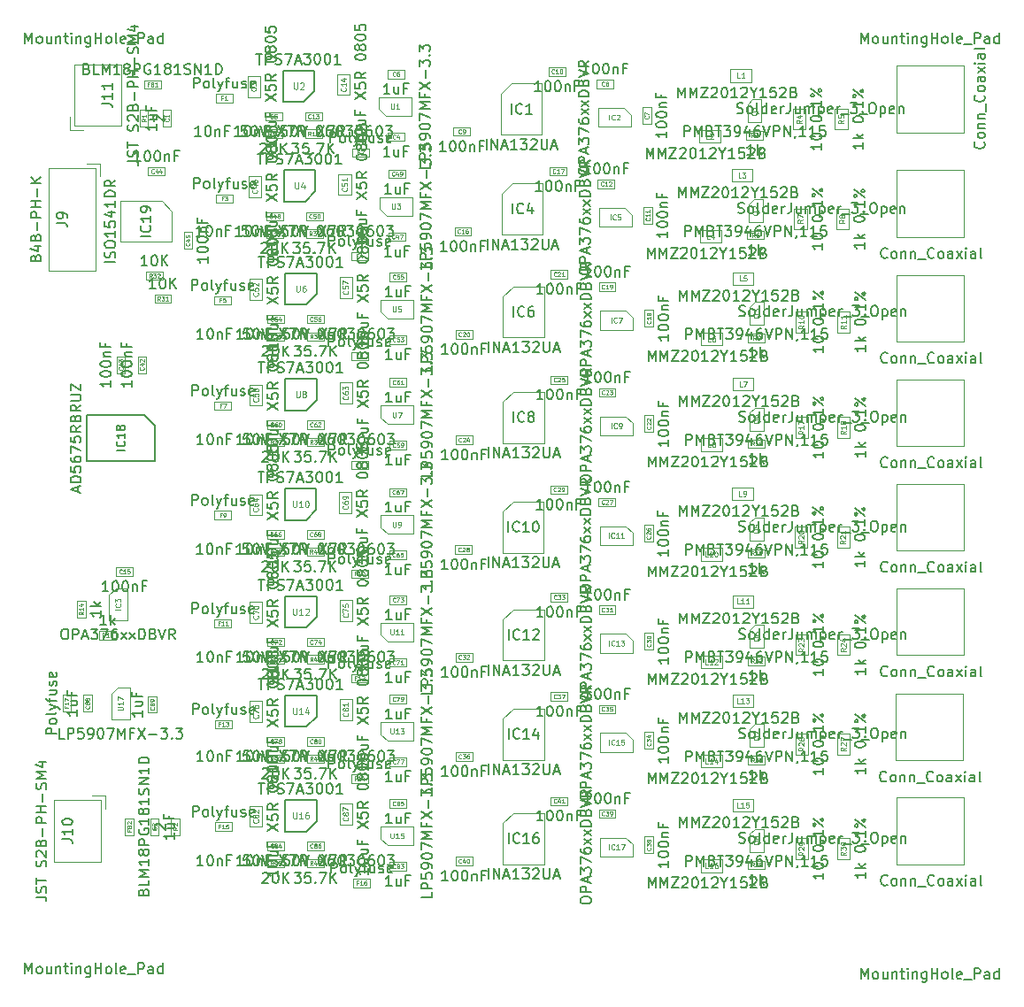
<source format=gbr>
G04 #@! TF.GenerationSoftware,KiCad,Pcbnew,(5.1.5-0)*
G04 #@! TF.CreationDate,2020-03-26T07:19:41-06:00*
G04 #@! TF.ProjectId,8ch_v3,3863685f-7633-42e6-9b69-6361645f7063,rev?*
G04 #@! TF.SameCoordinates,Original*
G04 #@! TF.FileFunction,Other,Fab,Top*
%FSLAX46Y46*%
G04 Gerber Fmt 4.6, Leading zero omitted, Abs format (unit mm)*
G04 Created by KiCad (PCBNEW (5.1.5-0)) date 2020-03-26 07:19:41*
%MOMM*%
%LPD*%
G04 APERTURE LIST*
%ADD10C,0.100000*%
%ADD11C,0.150000*%
%ADD12C,0.060000*%
%ADD13C,0.075000*%
%ADD14C,0.090000*%
%ADD15C,0.080000*%
G04 APERTURE END LIST*
D10*
X148800000Y-118800000D02*
X148800000Y-120400000D01*
X148000000Y-118800000D02*
X148800000Y-118800000D01*
X148000000Y-120400000D02*
X148000000Y-118800000D01*
X148800000Y-120400000D02*
X148000000Y-120400000D01*
X148450000Y-106270000D02*
X148450000Y-109370000D01*
X148450000Y-109370000D02*
X146650000Y-109370000D01*
X146650000Y-106920000D02*
X146650000Y-109370000D01*
X148450000Y-106270000D02*
X147300000Y-106270000D01*
X146650000Y-106920000D02*
X147300000Y-106270000D01*
X142000000Y-108600000D02*
X142000000Y-107000000D01*
X142800000Y-108600000D02*
X142000000Y-108600000D01*
X142800000Y-107000000D02*
X142800000Y-108600000D01*
X142000000Y-107000000D02*
X142800000Y-107000000D01*
X169800000Y-124600000D02*
X171400000Y-124600000D01*
X169800000Y-125400000D02*
X169800000Y-124600000D01*
X171400000Y-125400000D02*
X169800000Y-125400000D01*
X171400000Y-124600000D02*
X171400000Y-125400000D01*
X156600000Y-119200000D02*
X158200000Y-119200000D01*
X156600000Y-120000000D02*
X156600000Y-119200000D01*
X158200000Y-120000000D02*
X156600000Y-120000000D01*
X158200000Y-119200000D02*
X158200000Y-120000000D01*
X169600000Y-114600000D02*
X171200000Y-114600000D01*
X169600000Y-115400000D02*
X169600000Y-114600000D01*
X171200000Y-115400000D02*
X169600000Y-115400000D01*
X171200000Y-114600000D02*
X171200000Y-115400000D01*
X156600000Y-109400000D02*
X158200000Y-109400000D01*
X156600000Y-110200000D02*
X156600000Y-109400000D01*
X158200000Y-110200000D02*
X156600000Y-110200000D01*
X158200000Y-109400000D02*
X158200000Y-110200000D01*
X169600000Y-105000000D02*
X171200000Y-105000000D01*
X169600000Y-105800000D02*
X169600000Y-105000000D01*
X171200000Y-105800000D02*
X169600000Y-105800000D01*
X171200000Y-105000000D02*
X171200000Y-105800000D01*
X156550000Y-99770000D02*
X158150000Y-99770000D01*
X156550000Y-100570000D02*
X156550000Y-99770000D01*
X158150000Y-100570000D02*
X156550000Y-100570000D01*
X158150000Y-99770000D02*
X158150000Y-100570000D01*
X169600000Y-95000000D02*
X171200000Y-95000000D01*
X169600000Y-95800000D02*
X169600000Y-95000000D01*
X171200000Y-95800000D02*
X169600000Y-95800000D01*
X171200000Y-95000000D02*
X171200000Y-95800000D01*
X156530000Y-89400000D02*
X158130000Y-89400000D01*
X156530000Y-90200000D02*
X156530000Y-89400000D01*
X158130000Y-90200000D02*
X156530000Y-90200000D01*
X158130000Y-89400000D02*
X158130000Y-90200000D01*
X169600000Y-84600000D02*
X171200000Y-84600000D01*
X169600000Y-85400000D02*
X169600000Y-84600000D01*
X171200000Y-85400000D02*
X169600000Y-85400000D01*
X171200000Y-84600000D02*
X171200000Y-85400000D01*
X156550000Y-78920000D02*
X158150000Y-78920000D01*
X156550000Y-79720000D02*
X156550000Y-78920000D01*
X158150000Y-79720000D02*
X156550000Y-79720000D01*
X158150000Y-78920000D02*
X158150000Y-79720000D01*
X169600000Y-74200000D02*
X171200000Y-74200000D01*
X169600000Y-75000000D02*
X169600000Y-74200000D01*
X171200000Y-75000000D02*
X169600000Y-75000000D01*
X171200000Y-74200000D02*
X171200000Y-75000000D01*
X156500000Y-68830000D02*
X158100000Y-68830000D01*
X156500000Y-69630000D02*
X156500000Y-68830000D01*
X158100000Y-69630000D02*
X156500000Y-69630000D01*
X158100000Y-68830000D02*
X158100000Y-69630000D01*
X169600000Y-64600000D02*
X171200000Y-64600000D01*
X169600000Y-65400000D02*
X169600000Y-64600000D01*
X171200000Y-65400000D02*
X169600000Y-65400000D01*
X171200000Y-64600000D02*
X171200000Y-65400000D01*
X156700000Y-59100000D02*
X158300000Y-59100000D01*
X156700000Y-59900000D02*
X156700000Y-59100000D01*
X158300000Y-59900000D02*
X156700000Y-59900000D01*
X158300000Y-59100000D02*
X158300000Y-59900000D01*
X169700000Y-54700000D02*
X171300000Y-54700000D01*
X169700000Y-55500000D02*
X169700000Y-54700000D01*
X171300000Y-55500000D02*
X169700000Y-55500000D01*
X171300000Y-54700000D02*
X171300000Y-55500000D01*
X156675000Y-49500000D02*
X158275000Y-49500000D01*
X156675000Y-50300000D02*
X156675000Y-49500000D01*
X158275000Y-50300000D02*
X156675000Y-50300000D01*
X158275000Y-49500000D02*
X158275000Y-50300000D01*
X150200000Y-108700000D02*
X150200000Y-107100000D01*
X151000000Y-108700000D02*
X150200000Y-108700000D01*
X151000000Y-107100000D02*
X151000000Y-108700000D01*
X150200000Y-107100000D02*
X151000000Y-107100000D01*
X144000000Y-108600000D02*
X144000000Y-107000000D01*
X144800000Y-108600000D02*
X144000000Y-108600000D01*
X144800000Y-107000000D02*
X144800000Y-108600000D01*
X144000000Y-107000000D02*
X144800000Y-107000000D01*
D11*
X166300000Y-119050000D02*
X165300000Y-120050000D01*
X166300000Y-117050000D02*
X166300000Y-119050000D01*
X163300000Y-117050000D02*
X166300000Y-117050000D01*
X163300000Y-120050000D02*
X163300000Y-117050000D01*
X165300000Y-120050000D02*
X163300000Y-120050000D01*
D10*
X172450000Y-119600000D02*
X175550000Y-119600000D01*
X175550000Y-119600000D02*
X175550000Y-121400000D01*
X173100000Y-121400000D02*
X175550000Y-121400000D01*
X172450000Y-119600000D02*
X172450000Y-120750000D01*
X173100000Y-121400000D02*
X172450000Y-120750000D01*
D11*
X166300000Y-109050000D02*
X165300000Y-110050000D01*
X166300000Y-107050000D02*
X166300000Y-109050000D01*
X163300000Y-107050000D02*
X166300000Y-107050000D01*
X163300000Y-110050000D02*
X163300000Y-107050000D01*
X165300000Y-110050000D02*
X163300000Y-110050000D01*
D10*
X172450000Y-109600000D02*
X175550000Y-109600000D01*
X175550000Y-109600000D02*
X175550000Y-111400000D01*
X173100000Y-111400000D02*
X175550000Y-111400000D01*
X172450000Y-109600000D02*
X172450000Y-110750000D01*
X173100000Y-111400000D02*
X172450000Y-110750000D01*
D11*
X166300000Y-99550000D02*
X165300000Y-100550000D01*
X166300000Y-97550000D02*
X166300000Y-99550000D01*
X163300000Y-97550000D02*
X166300000Y-97550000D01*
X163300000Y-100550000D02*
X163300000Y-97550000D01*
X165300000Y-100550000D02*
X163300000Y-100550000D01*
D10*
X172450000Y-100100000D02*
X175550000Y-100100000D01*
X175550000Y-100100000D02*
X175550000Y-101900000D01*
X173100000Y-101900000D02*
X175550000Y-101900000D01*
X172450000Y-100100000D02*
X172450000Y-101250000D01*
X173100000Y-101900000D02*
X172450000Y-101250000D01*
D11*
X166275000Y-89250000D02*
X165275000Y-90250000D01*
X166275000Y-87250000D02*
X166275000Y-89250000D01*
X163275000Y-87250000D02*
X166275000Y-87250000D01*
X163275000Y-90250000D02*
X163275000Y-87250000D01*
X165275000Y-90250000D02*
X163275000Y-90250000D01*
D10*
X172425000Y-89800000D02*
X175525000Y-89800000D01*
X175525000Y-89800000D02*
X175525000Y-91600000D01*
X173075000Y-91600000D02*
X175525000Y-91600000D01*
X172425000Y-89800000D02*
X172425000Y-90950000D01*
X173075000Y-91600000D02*
X172425000Y-90950000D01*
D11*
X166300000Y-78750000D02*
X165300000Y-79750000D01*
X166300000Y-76750000D02*
X166300000Y-78750000D01*
X163300000Y-76750000D02*
X166300000Y-76750000D01*
X163300000Y-79750000D02*
X163300000Y-76750000D01*
X165300000Y-79750000D02*
X163300000Y-79750000D01*
D10*
X172450000Y-79300000D02*
X175550000Y-79300000D01*
X175550000Y-79300000D02*
X175550000Y-81100000D01*
X173100000Y-81100000D02*
X175550000Y-81100000D01*
X172450000Y-79300000D02*
X172450000Y-80450000D01*
X173100000Y-81100000D02*
X172450000Y-80450000D01*
D11*
X166300000Y-68650000D02*
X165300000Y-69650000D01*
X166300000Y-66650000D02*
X166300000Y-68650000D01*
X163300000Y-66650000D02*
X166300000Y-66650000D01*
X163300000Y-69650000D02*
X163300000Y-66650000D01*
X165300000Y-69650000D02*
X163300000Y-69650000D01*
D10*
X172450000Y-69200000D02*
X175550000Y-69200000D01*
X175550000Y-69200000D02*
X175550000Y-71000000D01*
X173100000Y-71000000D02*
X175550000Y-71000000D01*
X172450000Y-69200000D02*
X172450000Y-70350000D01*
X173100000Y-71000000D02*
X172450000Y-70350000D01*
D11*
X166200000Y-58800000D02*
X165200000Y-59800000D01*
X166200000Y-56800000D02*
X166200000Y-58800000D01*
X163200000Y-56800000D02*
X166200000Y-56800000D01*
X163200000Y-59800000D02*
X163200000Y-56800000D01*
X165200000Y-59800000D02*
X163200000Y-59800000D01*
D10*
X172350000Y-59350000D02*
X175450000Y-59350000D01*
X175450000Y-59350000D02*
X175450000Y-61150000D01*
X173000000Y-61150000D02*
X175450000Y-61150000D01*
X172350000Y-59350000D02*
X172350000Y-60500000D01*
X173000000Y-61150000D02*
X172350000Y-60500000D01*
D11*
X166100000Y-49250000D02*
X165100000Y-50250000D01*
X166100000Y-47250000D02*
X166100000Y-49250000D01*
X163100000Y-47250000D02*
X166100000Y-47250000D01*
X163100000Y-50250000D02*
X163100000Y-47250000D01*
X165100000Y-50250000D02*
X163100000Y-50250000D01*
D10*
X172250000Y-49800000D02*
X175350000Y-49800000D01*
X175350000Y-49800000D02*
X175350000Y-51600000D01*
X172900000Y-51600000D02*
X175350000Y-51600000D01*
X172250000Y-49800000D02*
X172250000Y-50950000D01*
X172900000Y-51600000D02*
X172250000Y-50950000D01*
X167000000Y-123500000D02*
X165400000Y-123500000D01*
X167000000Y-122700000D02*
X167000000Y-123500000D01*
X165400000Y-122700000D02*
X167000000Y-122700000D01*
X165400000Y-123500000D02*
X165400000Y-122700000D01*
X163200000Y-123500000D02*
X161600000Y-123500000D01*
X163200000Y-122700000D02*
X163200000Y-123500000D01*
X161600000Y-122700000D02*
X163200000Y-122700000D01*
X161600000Y-123500000D02*
X161600000Y-122700000D01*
X167000000Y-113500000D02*
X165400000Y-113500000D01*
X167000000Y-112700000D02*
X167000000Y-113500000D01*
X165400000Y-112700000D02*
X167000000Y-112700000D01*
X165400000Y-113500000D02*
X165400000Y-112700000D01*
X163200000Y-113500000D02*
X161600000Y-113500000D01*
X163200000Y-112700000D02*
X163200000Y-113500000D01*
X161600000Y-112700000D02*
X163200000Y-112700000D01*
X161600000Y-113500000D02*
X161600000Y-112700000D01*
X167000000Y-104000000D02*
X165400000Y-104000000D01*
X167000000Y-103200000D02*
X167000000Y-104000000D01*
X165400000Y-103200000D02*
X167000000Y-103200000D01*
X165400000Y-104000000D02*
X165400000Y-103200000D01*
X163200000Y-104000000D02*
X161600000Y-104000000D01*
X163200000Y-103200000D02*
X163200000Y-104000000D01*
X161600000Y-103200000D02*
X163200000Y-103200000D01*
X161600000Y-104000000D02*
X161600000Y-103200000D01*
X166975000Y-93700000D02*
X165375000Y-93700000D01*
X166975000Y-92900000D02*
X166975000Y-93700000D01*
X165375000Y-92900000D02*
X166975000Y-92900000D01*
X165375000Y-93700000D02*
X165375000Y-92900000D01*
X163175000Y-93700000D02*
X161575000Y-93700000D01*
X163175000Y-92900000D02*
X163175000Y-93700000D01*
X161575000Y-92900000D02*
X163175000Y-92900000D01*
X161575000Y-93700000D02*
X161575000Y-92900000D01*
X167000000Y-83200000D02*
X165400000Y-83200000D01*
X167000000Y-82400000D02*
X167000000Y-83200000D01*
X165400000Y-82400000D02*
X167000000Y-82400000D01*
X165400000Y-83200000D02*
X165400000Y-82400000D01*
X163200000Y-83200000D02*
X161600000Y-83200000D01*
X163200000Y-82400000D02*
X163200000Y-83200000D01*
X161600000Y-82400000D02*
X163200000Y-82400000D01*
X161600000Y-83200000D02*
X161600000Y-82400000D01*
X167000000Y-73100000D02*
X165400000Y-73100000D01*
X167000000Y-72300000D02*
X167000000Y-73100000D01*
X165400000Y-72300000D02*
X167000000Y-72300000D01*
X165400000Y-73100000D02*
X165400000Y-72300000D01*
X163200000Y-73100000D02*
X161600000Y-73100000D01*
X163200000Y-72300000D02*
X163200000Y-73100000D01*
X161600000Y-72300000D02*
X163200000Y-72300000D01*
X161600000Y-73100000D02*
X161600000Y-72300000D01*
X166900000Y-63250000D02*
X165300000Y-63250000D01*
X166900000Y-62450000D02*
X166900000Y-63250000D01*
X165300000Y-62450000D02*
X166900000Y-62450000D01*
X165300000Y-63250000D02*
X165300000Y-62450000D01*
X163100000Y-63250000D02*
X161500000Y-63250000D01*
X163100000Y-62450000D02*
X163100000Y-63250000D01*
X161500000Y-62450000D02*
X163100000Y-62450000D01*
X161500000Y-63250000D02*
X161500000Y-62450000D01*
X166800000Y-53700000D02*
X165200000Y-53700000D01*
X166800000Y-52900000D02*
X166800000Y-53700000D01*
X165200000Y-52900000D02*
X166800000Y-52900000D01*
X165200000Y-53700000D02*
X165200000Y-52900000D01*
X163000000Y-53700000D02*
X161400000Y-53700000D01*
X163000000Y-52900000D02*
X163000000Y-53700000D01*
X161400000Y-52900000D02*
X163000000Y-52900000D01*
X161400000Y-53700000D02*
X161400000Y-52900000D01*
X169700000Y-117400000D02*
X169700000Y-119400000D01*
X168500000Y-117400000D02*
X169700000Y-117400000D01*
X168500000Y-119400000D02*
X168500000Y-117400000D01*
X169700000Y-119400000D02*
X168500000Y-119400000D01*
X167000000Y-121850000D02*
X165400000Y-121850000D01*
X167000000Y-121050000D02*
X167000000Y-121850000D01*
X165400000Y-121050000D02*
X167000000Y-121050000D01*
X165400000Y-121850000D02*
X165400000Y-121050000D01*
X174900000Y-117800000D02*
X173300000Y-117800000D01*
X174900000Y-117000000D02*
X174900000Y-117800000D01*
X173300000Y-117000000D02*
X174900000Y-117000000D01*
X173300000Y-117800000D02*
X173300000Y-117000000D01*
X163200000Y-121850000D02*
X161600000Y-121850000D01*
X163200000Y-121050000D02*
X163200000Y-121850000D01*
X161600000Y-121050000D02*
X163200000Y-121050000D01*
X161600000Y-121850000D02*
X161600000Y-121050000D01*
X174900000Y-123800000D02*
X173300000Y-123800000D01*
X174900000Y-123000000D02*
X174900000Y-123800000D01*
X173300000Y-123000000D02*
X174900000Y-123000000D01*
X173300000Y-123800000D02*
X173300000Y-123000000D01*
X161100000Y-117600000D02*
X161100000Y-119600000D01*
X159900000Y-117600000D02*
X161100000Y-117600000D01*
X159900000Y-119600000D02*
X159900000Y-117600000D01*
X161100000Y-119600000D02*
X159900000Y-119600000D01*
X169700000Y-107400000D02*
X169700000Y-109400000D01*
X168500000Y-107400000D02*
X169700000Y-107400000D01*
X168500000Y-109400000D02*
X168500000Y-107400000D01*
X169700000Y-109400000D02*
X168500000Y-109400000D01*
X167000000Y-111850000D02*
X165400000Y-111850000D01*
X167000000Y-111050000D02*
X167000000Y-111850000D01*
X165400000Y-111050000D02*
X167000000Y-111050000D01*
X165400000Y-111850000D02*
X165400000Y-111050000D01*
X174900000Y-107800000D02*
X173300000Y-107800000D01*
X174900000Y-107000000D02*
X174900000Y-107800000D01*
X173300000Y-107000000D02*
X174900000Y-107000000D01*
X173300000Y-107800000D02*
X173300000Y-107000000D01*
X163200000Y-111850000D02*
X161600000Y-111850000D01*
X163200000Y-111050000D02*
X163200000Y-111850000D01*
X161600000Y-111050000D02*
X163200000Y-111050000D01*
X161600000Y-111850000D02*
X161600000Y-111050000D01*
X174900000Y-113800000D02*
X173300000Y-113800000D01*
X174900000Y-113000000D02*
X174900000Y-113800000D01*
X173300000Y-113000000D02*
X174900000Y-113000000D01*
X173300000Y-113800000D02*
X173300000Y-113000000D01*
X161100000Y-107600000D02*
X161100000Y-109600000D01*
X159900000Y-107600000D02*
X161100000Y-107600000D01*
X159900000Y-109600000D02*
X159900000Y-107600000D01*
X161100000Y-109600000D02*
X159900000Y-109600000D01*
X169700000Y-97900000D02*
X169700000Y-99900000D01*
X168500000Y-97900000D02*
X169700000Y-97900000D01*
X168500000Y-99900000D02*
X168500000Y-97900000D01*
X169700000Y-99900000D02*
X168500000Y-99900000D01*
X167000000Y-102350000D02*
X165400000Y-102350000D01*
X167000000Y-101550000D02*
X167000000Y-102350000D01*
X165400000Y-101550000D02*
X167000000Y-101550000D01*
X165400000Y-102350000D02*
X165400000Y-101550000D01*
X174900000Y-98300000D02*
X173300000Y-98300000D01*
X174900000Y-97500000D02*
X174900000Y-98300000D01*
X173300000Y-97500000D02*
X174900000Y-97500000D01*
X173300000Y-98300000D02*
X173300000Y-97500000D01*
X163200000Y-102350000D02*
X161600000Y-102350000D01*
X163200000Y-101550000D02*
X163200000Y-102350000D01*
X161600000Y-101550000D02*
X163200000Y-101550000D01*
X161600000Y-102350000D02*
X161600000Y-101550000D01*
X174900000Y-104300000D02*
X173300000Y-104300000D01*
X174900000Y-103500000D02*
X174900000Y-104300000D01*
X173300000Y-103500000D02*
X174900000Y-103500000D01*
X173300000Y-104300000D02*
X173300000Y-103500000D01*
X161100000Y-98100000D02*
X161100000Y-100100000D01*
X159900000Y-98100000D02*
X161100000Y-98100000D01*
X159900000Y-100100000D02*
X159900000Y-98100000D01*
X161100000Y-100100000D02*
X159900000Y-100100000D01*
X169675000Y-87600000D02*
X169675000Y-89600000D01*
X168475000Y-87600000D02*
X169675000Y-87600000D01*
X168475000Y-89600000D02*
X168475000Y-87600000D01*
X169675000Y-89600000D02*
X168475000Y-89600000D01*
X166975000Y-92050000D02*
X165375000Y-92050000D01*
X166975000Y-91250000D02*
X166975000Y-92050000D01*
X165375000Y-91250000D02*
X166975000Y-91250000D01*
X165375000Y-92050000D02*
X165375000Y-91250000D01*
X174875000Y-88000000D02*
X173275000Y-88000000D01*
X174875000Y-87200000D02*
X174875000Y-88000000D01*
X173275000Y-87200000D02*
X174875000Y-87200000D01*
X173275000Y-88000000D02*
X173275000Y-87200000D01*
X163175000Y-92050000D02*
X161575000Y-92050000D01*
X163175000Y-91250000D02*
X163175000Y-92050000D01*
X161575000Y-91250000D02*
X163175000Y-91250000D01*
X161575000Y-92050000D02*
X161575000Y-91250000D01*
X174875000Y-94000000D02*
X173275000Y-94000000D01*
X174875000Y-93200000D02*
X174875000Y-94000000D01*
X173275000Y-93200000D02*
X174875000Y-93200000D01*
X173275000Y-94000000D02*
X173275000Y-93200000D01*
X161075000Y-87800000D02*
X161075000Y-89800000D01*
X159875000Y-87800000D02*
X161075000Y-87800000D01*
X159875000Y-89800000D02*
X159875000Y-87800000D01*
X161075000Y-89800000D02*
X159875000Y-89800000D01*
X169700000Y-77100000D02*
X169700000Y-79100000D01*
X168500000Y-77100000D02*
X169700000Y-77100000D01*
X168500000Y-79100000D02*
X168500000Y-77100000D01*
X169700000Y-79100000D02*
X168500000Y-79100000D01*
X167000000Y-81550000D02*
X165400000Y-81550000D01*
X167000000Y-80750000D02*
X167000000Y-81550000D01*
X165400000Y-80750000D02*
X167000000Y-80750000D01*
X165400000Y-81550000D02*
X165400000Y-80750000D01*
X174900000Y-77500000D02*
X173300000Y-77500000D01*
X174900000Y-76700000D02*
X174900000Y-77500000D01*
X173300000Y-76700000D02*
X174900000Y-76700000D01*
X173300000Y-77500000D02*
X173300000Y-76700000D01*
X163200000Y-81550000D02*
X161600000Y-81550000D01*
X163200000Y-80750000D02*
X163200000Y-81550000D01*
X161600000Y-80750000D02*
X163200000Y-80750000D01*
X161600000Y-81550000D02*
X161600000Y-80750000D01*
X174900000Y-83500000D02*
X173300000Y-83500000D01*
X174900000Y-82700000D02*
X174900000Y-83500000D01*
X173300000Y-82700000D02*
X174900000Y-82700000D01*
X173300000Y-83500000D02*
X173300000Y-82700000D01*
X161100000Y-77300000D02*
X161100000Y-79300000D01*
X159900000Y-77300000D02*
X161100000Y-77300000D01*
X159900000Y-79300000D02*
X159900000Y-77300000D01*
X161100000Y-79300000D02*
X159900000Y-79300000D01*
X169700000Y-67000000D02*
X169700000Y-69000000D01*
X168500000Y-67000000D02*
X169700000Y-67000000D01*
X168500000Y-69000000D02*
X168500000Y-67000000D01*
X169700000Y-69000000D02*
X168500000Y-69000000D01*
X167000000Y-71450000D02*
X165400000Y-71450000D01*
X167000000Y-70650000D02*
X167000000Y-71450000D01*
X165400000Y-70650000D02*
X167000000Y-70650000D01*
X165400000Y-71450000D02*
X165400000Y-70650000D01*
X174900000Y-67400000D02*
X173300000Y-67400000D01*
X174900000Y-66600000D02*
X174900000Y-67400000D01*
X173300000Y-66600000D02*
X174900000Y-66600000D01*
X173300000Y-67400000D02*
X173300000Y-66600000D01*
X163200000Y-71450000D02*
X161600000Y-71450000D01*
X163200000Y-70650000D02*
X163200000Y-71450000D01*
X161600000Y-70650000D02*
X163200000Y-70650000D01*
X161600000Y-71450000D02*
X161600000Y-70650000D01*
X174900000Y-73400000D02*
X173300000Y-73400000D01*
X174900000Y-72600000D02*
X174900000Y-73400000D01*
X173300000Y-72600000D02*
X174900000Y-72600000D01*
X173300000Y-73400000D02*
X173300000Y-72600000D01*
X161100000Y-67200000D02*
X161100000Y-69200000D01*
X159900000Y-67200000D02*
X161100000Y-67200000D01*
X159900000Y-69200000D02*
X159900000Y-67200000D01*
X161100000Y-69200000D02*
X159900000Y-69200000D01*
X169600000Y-57150000D02*
X169600000Y-59150000D01*
X168400000Y-57150000D02*
X169600000Y-57150000D01*
X168400000Y-59150000D02*
X168400000Y-57150000D01*
X169600000Y-59150000D02*
X168400000Y-59150000D01*
X166900000Y-61600000D02*
X165300000Y-61600000D01*
X166900000Y-60800000D02*
X166900000Y-61600000D01*
X165300000Y-60800000D02*
X166900000Y-60800000D01*
X165300000Y-61600000D02*
X165300000Y-60800000D01*
X174800000Y-57550000D02*
X173200000Y-57550000D01*
X174800000Y-56750000D02*
X174800000Y-57550000D01*
X173200000Y-56750000D02*
X174800000Y-56750000D01*
X173200000Y-57550000D02*
X173200000Y-56750000D01*
X163100000Y-61600000D02*
X161500000Y-61600000D01*
X163100000Y-60800000D02*
X163100000Y-61600000D01*
X161500000Y-60800000D02*
X163100000Y-60800000D01*
X161500000Y-61600000D02*
X161500000Y-60800000D01*
X174800000Y-63550000D02*
X173200000Y-63550000D01*
X174800000Y-62750000D02*
X174800000Y-63550000D01*
X173200000Y-62750000D02*
X174800000Y-62750000D01*
X173200000Y-63550000D02*
X173200000Y-62750000D01*
X161000000Y-57350000D02*
X161000000Y-59350000D01*
X159800000Y-57350000D02*
X161000000Y-57350000D01*
X159800000Y-59350000D02*
X159800000Y-57350000D01*
X161000000Y-59350000D02*
X159800000Y-59350000D01*
X169500000Y-47600000D02*
X169500000Y-49600000D01*
X168300000Y-47600000D02*
X169500000Y-47600000D01*
X168300000Y-49600000D02*
X168300000Y-47600000D01*
X169500000Y-49600000D02*
X168300000Y-49600000D01*
X166800000Y-52050000D02*
X165200000Y-52050000D01*
X166800000Y-51250000D02*
X166800000Y-52050000D01*
X165200000Y-51250000D02*
X166800000Y-51250000D01*
X165200000Y-52050000D02*
X165200000Y-51250000D01*
X174700000Y-48000000D02*
X173100000Y-48000000D01*
X174700000Y-47200000D02*
X174700000Y-48000000D01*
X173100000Y-47200000D02*
X174700000Y-47200000D01*
X173100000Y-48000000D02*
X173100000Y-47200000D01*
X163000000Y-52050000D02*
X161400000Y-52050000D01*
X163000000Y-51250000D02*
X163000000Y-52050000D01*
X161400000Y-51250000D02*
X163000000Y-51250000D01*
X161400000Y-52050000D02*
X161400000Y-51250000D01*
X174700000Y-54000000D02*
X173100000Y-54000000D01*
X174700000Y-53200000D02*
X174700000Y-54000000D01*
X173100000Y-53200000D02*
X174700000Y-53200000D01*
X173100000Y-54000000D02*
X173100000Y-53200000D01*
X160900000Y-47800000D02*
X160900000Y-49800000D01*
X159700000Y-47800000D02*
X160900000Y-47800000D01*
X159700000Y-49800000D02*
X159700000Y-47800000D01*
X160900000Y-49800000D02*
X159700000Y-49800000D01*
X152400000Y-120400000D02*
X152400000Y-118800000D01*
X153200000Y-120400000D02*
X152400000Y-120400000D01*
X153200000Y-118800000D02*
X153200000Y-120400000D01*
X152400000Y-118800000D02*
X153200000Y-118800000D01*
X150200000Y-51000000D02*
X150200000Y-52600000D01*
X149400000Y-51000000D02*
X150200000Y-51000000D01*
X149400000Y-52600000D02*
X149400000Y-51000000D01*
X150200000Y-52600000D02*
X149400000Y-52600000D01*
X143100000Y-46650000D02*
X143100000Y-52550000D01*
X147600000Y-46650000D02*
X143100000Y-46650000D01*
X147600000Y-52550000D02*
X147600000Y-46650000D01*
X143100000Y-52550000D02*
X147600000Y-52550000D01*
X142690000Y-52960000D02*
X143940000Y-52960000D01*
X142690000Y-51710000D02*
X142690000Y-52960000D01*
X145700000Y-122950000D02*
X145700000Y-117050000D01*
X141200000Y-122950000D02*
X145700000Y-122950000D01*
X141200000Y-117050000D02*
X141200000Y-122950000D01*
X145700000Y-117050000D02*
X141200000Y-117050000D01*
X146110000Y-116640000D02*
X144860000Y-116640000D01*
X146110000Y-117890000D02*
X146110000Y-116640000D01*
X149800000Y-48200000D02*
X151400000Y-48200000D01*
X149800000Y-49000000D02*
X149800000Y-48200000D01*
X151400000Y-49000000D02*
X149800000Y-49000000D01*
X151400000Y-48200000D02*
X151400000Y-49000000D01*
X151200000Y-118800000D02*
X151200000Y-120400000D01*
X150400000Y-118800000D02*
X151200000Y-118800000D01*
X150400000Y-120400000D02*
X150400000Y-118800000D01*
X151200000Y-120400000D02*
X150400000Y-120400000D01*
X151600000Y-52600000D02*
X151600000Y-51000000D01*
X152400000Y-52600000D02*
X151600000Y-52600000D01*
X152400000Y-51000000D02*
X152400000Y-52600000D01*
X151600000Y-51000000D02*
X152400000Y-51000000D01*
X148220000Y-96770000D02*
X148220000Y-99870000D01*
X148220000Y-99870000D02*
X146420000Y-99870000D01*
X146420000Y-97420000D02*
X146420000Y-99870000D01*
X148220000Y-96770000D02*
X147070000Y-96770000D01*
X146420000Y-97420000D02*
X147070000Y-96770000D01*
X145200000Y-66450000D02*
X145200000Y-56550000D01*
X140700000Y-66450000D02*
X145200000Y-66450000D01*
X140700000Y-56550000D02*
X140700000Y-66450000D01*
X145200000Y-56550000D02*
X140700000Y-56550000D01*
X145610000Y-56140000D02*
X144360000Y-56140000D01*
X145610000Y-57390000D02*
X145610000Y-56140000D01*
X221700000Y-106875000D02*
X228100000Y-106875000D01*
X228100000Y-106875000D02*
X228100000Y-113275000D01*
X228100000Y-113275000D02*
X221700000Y-113275000D01*
X221700000Y-113275000D02*
X221700000Y-106875000D01*
X221800000Y-56800000D02*
X228200000Y-56800000D01*
X228200000Y-56800000D02*
X228200000Y-63200000D01*
X228200000Y-63200000D02*
X221800000Y-63200000D01*
X221800000Y-63200000D02*
X221800000Y-56800000D01*
X221800000Y-53200000D02*
X221800000Y-46800000D01*
X221800000Y-46800000D02*
X228200000Y-46800000D01*
X228200000Y-46800000D02*
X228200000Y-53200000D01*
X228200000Y-53200000D02*
X221800000Y-53200000D01*
X150000000Y-66500000D02*
X151600000Y-66500000D01*
X150000000Y-67300000D02*
X150000000Y-66500000D01*
X151600000Y-67300000D02*
X150000000Y-67300000D01*
X151600000Y-66500000D02*
X151600000Y-67300000D01*
X150800000Y-68700000D02*
X152400000Y-68700000D01*
X150800000Y-69500000D02*
X150800000Y-68700000D01*
X152400000Y-69500000D02*
X150800000Y-69500000D01*
X152400000Y-68700000D02*
X152400000Y-69500000D01*
X151475000Y-59750000D02*
X152450000Y-60725000D01*
X147550000Y-59750000D02*
X151475000Y-59750000D01*
X147550000Y-63650000D02*
X147550000Y-59750000D01*
X152450000Y-63650000D02*
X147550000Y-63650000D01*
X152450000Y-60725000D02*
X152450000Y-63650000D01*
D11*
X149850000Y-80200000D02*
X150850000Y-81200000D01*
X144350000Y-80200000D02*
X149850000Y-80200000D01*
X144350000Y-84600000D02*
X144350000Y-80200000D01*
X150850000Y-84600000D02*
X144350000Y-84600000D01*
X150850000Y-81200000D02*
X150850000Y-84600000D01*
D10*
X154400000Y-62700000D02*
X154400000Y-64300000D01*
X153600000Y-62700000D02*
X154400000Y-62700000D01*
X153600000Y-64300000D02*
X153600000Y-62700000D01*
X154400000Y-64300000D02*
X153600000Y-64300000D01*
X150200000Y-56500000D02*
X151800000Y-56500000D01*
X150200000Y-57300000D02*
X150200000Y-56500000D01*
X151800000Y-57300000D02*
X150200000Y-57300000D01*
X151800000Y-56500000D02*
X151800000Y-57300000D01*
X147200000Y-76200000D02*
X147200000Y-74600000D01*
X148000000Y-76200000D02*
X147200000Y-76200000D01*
X148000000Y-74600000D02*
X148000000Y-76200000D01*
X147200000Y-74600000D02*
X148000000Y-74600000D01*
X149200000Y-76200000D02*
X149200000Y-74600000D01*
X150000000Y-76200000D02*
X149200000Y-76200000D01*
X150000000Y-74600000D02*
X150000000Y-76200000D01*
X149200000Y-74600000D02*
X150000000Y-74600000D01*
X217300000Y-120700000D02*
X217300000Y-122700000D01*
X216100000Y-120700000D02*
X217300000Y-120700000D01*
X216100000Y-122700000D02*
X216100000Y-120700000D01*
X217300000Y-122700000D02*
X216100000Y-122700000D01*
X213300000Y-120700000D02*
X213300000Y-122700000D01*
X212100000Y-120700000D02*
X213300000Y-120700000D01*
X212100000Y-122700000D02*
X212100000Y-120700000D01*
X213300000Y-122700000D02*
X212100000Y-122700000D01*
X209200000Y-123650000D02*
X207600000Y-123650000D01*
X209200000Y-122850000D02*
X209200000Y-123650000D01*
X207600000Y-122850000D02*
X209200000Y-122850000D01*
X207600000Y-123650000D02*
X207600000Y-122850000D01*
X217300000Y-110700000D02*
X217300000Y-112700000D01*
X216100000Y-110700000D02*
X217300000Y-110700000D01*
X216100000Y-112700000D02*
X216100000Y-110700000D01*
X217300000Y-112700000D02*
X216100000Y-112700000D01*
X213300000Y-110700000D02*
X213300000Y-112700000D01*
X212100000Y-110700000D02*
X213300000Y-110700000D01*
X212100000Y-112700000D02*
X212100000Y-110700000D01*
X213300000Y-112700000D02*
X212100000Y-112700000D01*
X209200000Y-113650000D02*
X207600000Y-113650000D01*
X209200000Y-112850000D02*
X209200000Y-113650000D01*
X207600000Y-112850000D02*
X209200000Y-112850000D01*
X207600000Y-113650000D02*
X207600000Y-112850000D01*
X217300000Y-101200000D02*
X217300000Y-103200000D01*
X216100000Y-101200000D02*
X217300000Y-101200000D01*
X216100000Y-103200000D02*
X216100000Y-101200000D01*
X217300000Y-103200000D02*
X216100000Y-103200000D01*
X213300000Y-101200000D02*
X213300000Y-103200000D01*
X212100000Y-101200000D02*
X213300000Y-101200000D01*
X212100000Y-103200000D02*
X212100000Y-101200000D01*
X213300000Y-103200000D02*
X212100000Y-103200000D01*
X209200000Y-104150000D02*
X207600000Y-104150000D01*
X209200000Y-103350000D02*
X209200000Y-104150000D01*
X207600000Y-103350000D02*
X209200000Y-103350000D01*
X207600000Y-104150000D02*
X207600000Y-103350000D01*
X217275000Y-90900000D02*
X217275000Y-92900000D01*
X216075000Y-90900000D02*
X217275000Y-90900000D01*
X216075000Y-92900000D02*
X216075000Y-90900000D01*
X217275000Y-92900000D02*
X216075000Y-92900000D01*
X213275000Y-90900000D02*
X213275000Y-92900000D01*
X212075000Y-90900000D02*
X213275000Y-90900000D01*
X212075000Y-92900000D02*
X212075000Y-90900000D01*
X213275000Y-92900000D02*
X212075000Y-92900000D01*
X209175000Y-93850000D02*
X207575000Y-93850000D01*
X209175000Y-93050000D02*
X209175000Y-93850000D01*
X207575000Y-93050000D02*
X209175000Y-93050000D01*
X207575000Y-93850000D02*
X207575000Y-93050000D01*
X217300000Y-80400000D02*
X217300000Y-82400000D01*
X216100000Y-80400000D02*
X217300000Y-80400000D01*
X216100000Y-82400000D02*
X216100000Y-80400000D01*
X217300000Y-82400000D02*
X216100000Y-82400000D01*
X213300000Y-80400000D02*
X213300000Y-82400000D01*
X212100000Y-80400000D02*
X213300000Y-80400000D01*
X212100000Y-82400000D02*
X212100000Y-80400000D01*
X213300000Y-82400000D02*
X212100000Y-82400000D01*
X209200000Y-83350000D02*
X207600000Y-83350000D01*
X209200000Y-82550000D02*
X209200000Y-83350000D01*
X207600000Y-82550000D02*
X209200000Y-82550000D01*
X207600000Y-83350000D02*
X207600000Y-82550000D01*
X217300000Y-70300000D02*
X217300000Y-72300000D01*
X216100000Y-70300000D02*
X217300000Y-70300000D01*
X216100000Y-72300000D02*
X216100000Y-70300000D01*
X217300000Y-72300000D02*
X216100000Y-72300000D01*
X213300000Y-70300000D02*
X213300000Y-72300000D01*
X212100000Y-70300000D02*
X213300000Y-70300000D01*
X212100000Y-72300000D02*
X212100000Y-70300000D01*
X213300000Y-72300000D02*
X212100000Y-72300000D01*
X209200000Y-73250000D02*
X207600000Y-73250000D01*
X209200000Y-72450000D02*
X209200000Y-73250000D01*
X207600000Y-72450000D02*
X209200000Y-72450000D01*
X207600000Y-73250000D02*
X207600000Y-72450000D01*
X217200000Y-60450000D02*
X217200000Y-62450000D01*
X216000000Y-60450000D02*
X217200000Y-60450000D01*
X216000000Y-62450000D02*
X216000000Y-60450000D01*
X217200000Y-62450000D02*
X216000000Y-62450000D01*
X213200000Y-60450000D02*
X213200000Y-62450000D01*
X212000000Y-60450000D02*
X213200000Y-60450000D01*
X212000000Y-62450000D02*
X212000000Y-60450000D01*
X213200000Y-62450000D02*
X212000000Y-62450000D01*
X209100000Y-63400000D02*
X207500000Y-63400000D01*
X209100000Y-62600000D02*
X209100000Y-63400000D01*
X207500000Y-62600000D02*
X209100000Y-62600000D01*
X207500000Y-63400000D02*
X207500000Y-62600000D01*
X208225000Y-119800000D02*
X207725000Y-120300000D01*
X209075000Y-122000000D02*
X207725000Y-122000000D01*
X209075000Y-119800000D02*
X209075000Y-122000000D01*
X207725000Y-120300000D02*
X207725000Y-122000000D01*
X209075000Y-119800000D02*
X208225000Y-119800000D01*
X208225000Y-109800000D02*
X207725000Y-110300000D01*
X209075000Y-112000000D02*
X207725000Y-112000000D01*
X209075000Y-109800000D02*
X209075000Y-112000000D01*
X207725000Y-110300000D02*
X207725000Y-112000000D01*
X209075000Y-109800000D02*
X208225000Y-109800000D01*
X208225000Y-100300000D02*
X207725000Y-100800000D01*
X209075000Y-102500000D02*
X207725000Y-102500000D01*
X209075000Y-100300000D02*
X209075000Y-102500000D01*
X207725000Y-100800000D02*
X207725000Y-102500000D01*
X209075000Y-100300000D02*
X208225000Y-100300000D01*
X208200000Y-90000000D02*
X207700000Y-90500000D01*
X209050000Y-92200000D02*
X207700000Y-92200000D01*
X209050000Y-90000000D02*
X209050000Y-92200000D01*
X207700000Y-90500000D02*
X207700000Y-92200000D01*
X209050000Y-90000000D02*
X208200000Y-90000000D01*
X208225000Y-79500000D02*
X207725000Y-80000000D01*
X209075000Y-81700000D02*
X207725000Y-81700000D01*
X209075000Y-79500000D02*
X209075000Y-81700000D01*
X207725000Y-80000000D02*
X207725000Y-81700000D01*
X209075000Y-79500000D02*
X208225000Y-79500000D01*
X208225000Y-69400000D02*
X207725000Y-69900000D01*
X209075000Y-71600000D02*
X207725000Y-71600000D01*
X209075000Y-69400000D02*
X209075000Y-71600000D01*
X207725000Y-69900000D02*
X207725000Y-71600000D01*
X209075000Y-69400000D02*
X208225000Y-69400000D01*
X208125000Y-59550000D02*
X207625000Y-60050000D01*
X208975000Y-61750000D02*
X207625000Y-61750000D01*
X208975000Y-59550000D02*
X208975000Y-61750000D01*
X207625000Y-60050000D02*
X207625000Y-61750000D01*
X208975000Y-59550000D02*
X208125000Y-59550000D01*
X205100000Y-123950000D02*
X203100000Y-123950000D01*
X205100000Y-122750000D02*
X205100000Y-123950000D01*
X203100000Y-122750000D02*
X205100000Y-122750000D01*
X203100000Y-123950000D02*
X203100000Y-122750000D01*
X208100000Y-118150000D02*
X206100000Y-118150000D01*
X208100000Y-116950000D02*
X208100000Y-118150000D01*
X206100000Y-116950000D02*
X208100000Y-116950000D01*
X206100000Y-118150000D02*
X206100000Y-116950000D01*
X205100000Y-113950000D02*
X203100000Y-113950000D01*
X205100000Y-112750000D02*
X205100000Y-113950000D01*
X203100000Y-112750000D02*
X205100000Y-112750000D01*
X203100000Y-113950000D02*
X203100000Y-112750000D01*
X208100000Y-108150000D02*
X206100000Y-108150000D01*
X208100000Y-106950000D02*
X208100000Y-108150000D01*
X206100000Y-106950000D02*
X208100000Y-106950000D01*
X206100000Y-108150000D02*
X206100000Y-106950000D01*
X205100000Y-104450000D02*
X203100000Y-104450000D01*
X205100000Y-103250000D02*
X205100000Y-104450000D01*
X203100000Y-103250000D02*
X205100000Y-103250000D01*
X203100000Y-104450000D02*
X203100000Y-103250000D01*
X208100000Y-98650000D02*
X206100000Y-98650000D01*
X208100000Y-97450000D02*
X208100000Y-98650000D01*
X206100000Y-97450000D02*
X208100000Y-97450000D01*
X206100000Y-98650000D02*
X206100000Y-97450000D01*
X205075000Y-94150000D02*
X203075000Y-94150000D01*
X205075000Y-92950000D02*
X205075000Y-94150000D01*
X203075000Y-92950000D02*
X205075000Y-92950000D01*
X203075000Y-94150000D02*
X203075000Y-92950000D01*
X208075000Y-88350000D02*
X206075000Y-88350000D01*
X208075000Y-87150000D02*
X208075000Y-88350000D01*
X206075000Y-87150000D02*
X208075000Y-87150000D01*
X206075000Y-88350000D02*
X206075000Y-87150000D01*
X205100000Y-83650000D02*
X203100000Y-83650000D01*
X205100000Y-82450000D02*
X205100000Y-83650000D01*
X203100000Y-82450000D02*
X205100000Y-82450000D01*
X203100000Y-83650000D02*
X203100000Y-82450000D01*
X208100000Y-77850000D02*
X206100000Y-77850000D01*
X208100000Y-76650000D02*
X208100000Y-77850000D01*
X206100000Y-76650000D02*
X208100000Y-76650000D01*
X206100000Y-77850000D02*
X206100000Y-76650000D01*
X205100000Y-73550000D02*
X203100000Y-73550000D01*
X205100000Y-72350000D02*
X205100000Y-73550000D01*
X203100000Y-72350000D02*
X205100000Y-72350000D01*
X203100000Y-73550000D02*
X203100000Y-72350000D01*
X208100000Y-67750000D02*
X206100000Y-67750000D01*
X208100000Y-66550000D02*
X208100000Y-67750000D01*
X206100000Y-66550000D02*
X208100000Y-66550000D01*
X206100000Y-67750000D02*
X206100000Y-66550000D01*
X205000000Y-63700000D02*
X203000000Y-63700000D01*
X205000000Y-62500000D02*
X205000000Y-63700000D01*
X203000000Y-62500000D02*
X205000000Y-62500000D01*
X203000000Y-63700000D02*
X203000000Y-62500000D01*
X208000000Y-57900000D02*
X206000000Y-57900000D01*
X208000000Y-56700000D02*
X208000000Y-57900000D01*
X206000000Y-56700000D02*
X208000000Y-56700000D01*
X206000000Y-57900000D02*
X206000000Y-56700000D01*
X221800000Y-116800000D02*
X228200000Y-116800000D01*
X228200000Y-116800000D02*
X228200000Y-123200000D01*
X228200000Y-123200000D02*
X221800000Y-123200000D01*
X221800000Y-123200000D02*
X221800000Y-116800000D01*
X221800000Y-96800000D02*
X228200000Y-96800000D01*
X228200000Y-96800000D02*
X228200000Y-103200000D01*
X228200000Y-103200000D02*
X221800000Y-103200000D01*
X221800000Y-103200000D02*
X221800000Y-96800000D01*
X221800000Y-86800000D02*
X228200000Y-86800000D01*
X228200000Y-86800000D02*
X228200000Y-93200000D01*
X228200000Y-93200000D02*
X221800000Y-93200000D01*
X221800000Y-93200000D02*
X221800000Y-86800000D01*
X221800000Y-76800000D02*
X228200000Y-76800000D01*
X228200000Y-76800000D02*
X228200000Y-83200000D01*
X228200000Y-83200000D02*
X221800000Y-83200000D01*
X221800000Y-83200000D02*
X221800000Y-76800000D01*
X221800000Y-66800000D02*
X228200000Y-66800000D01*
X228200000Y-66800000D02*
X228200000Y-73200000D01*
X228200000Y-73200000D02*
X221800000Y-73200000D01*
X221800000Y-73200000D02*
X221800000Y-66800000D01*
X196550000Y-122450000D02*
X193450000Y-122450000D01*
X193450000Y-122450000D02*
X193450000Y-120650000D01*
X195900000Y-120650000D02*
X193450000Y-120650000D01*
X196550000Y-122450000D02*
X196550000Y-121300000D01*
X195900000Y-120650000D02*
X196550000Y-121300000D01*
X184150000Y-119275000D02*
X185125000Y-118300000D01*
X184150000Y-123200000D02*
X184150000Y-119275000D01*
X188050000Y-123200000D02*
X184150000Y-123200000D01*
X188050000Y-118300000D02*
X188050000Y-123200000D01*
X185125000Y-118300000D02*
X188050000Y-118300000D01*
X196550000Y-112450000D02*
X193450000Y-112450000D01*
X193450000Y-112450000D02*
X193450000Y-110650000D01*
X195900000Y-110650000D02*
X193450000Y-110650000D01*
X196550000Y-112450000D02*
X196550000Y-111300000D01*
X195900000Y-110650000D02*
X196550000Y-111300000D01*
X184150000Y-109275000D02*
X185125000Y-108300000D01*
X184150000Y-113200000D02*
X184150000Y-109275000D01*
X188050000Y-113200000D02*
X184150000Y-113200000D01*
X188050000Y-108300000D02*
X188050000Y-113200000D01*
X185125000Y-108300000D02*
X188050000Y-108300000D01*
X196550000Y-102950000D02*
X193450000Y-102950000D01*
X193450000Y-102950000D02*
X193450000Y-101150000D01*
X195900000Y-101150000D02*
X193450000Y-101150000D01*
X196550000Y-102950000D02*
X196550000Y-101800000D01*
X195900000Y-101150000D02*
X196550000Y-101800000D01*
X184150000Y-99775000D02*
X185125000Y-98800000D01*
X184150000Y-103700000D02*
X184150000Y-99775000D01*
X188050000Y-103700000D02*
X184150000Y-103700000D01*
X188050000Y-98800000D02*
X188050000Y-103700000D01*
X185125000Y-98800000D02*
X188050000Y-98800000D01*
X196525000Y-92650000D02*
X193425000Y-92650000D01*
X193425000Y-92650000D02*
X193425000Y-90850000D01*
X195875000Y-90850000D02*
X193425000Y-90850000D01*
X196525000Y-92650000D02*
X196525000Y-91500000D01*
X195875000Y-90850000D02*
X196525000Y-91500000D01*
X184125000Y-89475000D02*
X185100000Y-88500000D01*
X184125000Y-93400000D02*
X184125000Y-89475000D01*
X188025000Y-93400000D02*
X184125000Y-93400000D01*
X188025000Y-88500000D02*
X188025000Y-93400000D01*
X185100000Y-88500000D02*
X188025000Y-88500000D01*
X196550000Y-82150000D02*
X193450000Y-82150000D01*
X193450000Y-82150000D02*
X193450000Y-80350000D01*
X195900000Y-80350000D02*
X193450000Y-80350000D01*
X196550000Y-82150000D02*
X196550000Y-81000000D01*
X195900000Y-80350000D02*
X196550000Y-81000000D01*
X184150000Y-78975000D02*
X185125000Y-78000000D01*
X184150000Y-82900000D02*
X184150000Y-78975000D01*
X188050000Y-82900000D02*
X184150000Y-82900000D01*
X188050000Y-78000000D02*
X188050000Y-82900000D01*
X185125000Y-78000000D02*
X188050000Y-78000000D01*
X196550000Y-72050000D02*
X193450000Y-72050000D01*
X193450000Y-72050000D02*
X193450000Y-70250000D01*
X195900000Y-70250000D02*
X193450000Y-70250000D01*
X196550000Y-72050000D02*
X196550000Y-70900000D01*
X195900000Y-70250000D02*
X196550000Y-70900000D01*
X184150000Y-68875000D02*
X185125000Y-67900000D01*
X184150000Y-72800000D02*
X184150000Y-68875000D01*
X188050000Y-72800000D02*
X184150000Y-72800000D01*
X188050000Y-67900000D02*
X188050000Y-72800000D01*
X185125000Y-67900000D02*
X188050000Y-67900000D01*
X196450000Y-62200000D02*
X193350000Y-62200000D01*
X193350000Y-62200000D02*
X193350000Y-60400000D01*
X195800000Y-60400000D02*
X193350000Y-60400000D01*
X196450000Y-62200000D02*
X196450000Y-61050000D01*
X195800000Y-60400000D02*
X196450000Y-61050000D01*
X184050000Y-59025000D02*
X185025000Y-58050000D01*
X184050000Y-62950000D02*
X184050000Y-59025000D01*
X187950000Y-62950000D02*
X184050000Y-62950000D01*
X187950000Y-58050000D02*
X187950000Y-62950000D01*
X185025000Y-58050000D02*
X187950000Y-58050000D01*
X190300000Y-117550000D02*
X188700000Y-117550000D01*
X190300000Y-116750000D02*
X190300000Y-117550000D01*
X188700000Y-116750000D02*
X190300000Y-116750000D01*
X188700000Y-117550000D02*
X188700000Y-116750000D01*
X181200000Y-123300000D02*
X179600000Y-123300000D01*
X181200000Y-122500000D02*
X181200000Y-123300000D01*
X179600000Y-122500000D02*
X181200000Y-122500000D01*
X179600000Y-123300000D02*
X179600000Y-122500000D01*
X193300000Y-117950000D02*
X194900000Y-117950000D01*
X193300000Y-118750000D02*
X193300000Y-117950000D01*
X194900000Y-118750000D02*
X193300000Y-118750000D01*
X194900000Y-117950000D02*
X194900000Y-118750000D01*
X198500000Y-120550000D02*
X198500000Y-122150000D01*
X197700000Y-120550000D02*
X198500000Y-120550000D01*
X197700000Y-122150000D02*
X197700000Y-120550000D01*
X198500000Y-122150000D02*
X197700000Y-122150000D01*
X190300000Y-107550000D02*
X188700000Y-107550000D01*
X190300000Y-106750000D02*
X190300000Y-107550000D01*
X188700000Y-106750000D02*
X190300000Y-106750000D01*
X188700000Y-107550000D02*
X188700000Y-106750000D01*
X181200000Y-113300000D02*
X179600000Y-113300000D01*
X181200000Y-112500000D02*
X181200000Y-113300000D01*
X179600000Y-112500000D02*
X181200000Y-112500000D01*
X179600000Y-113300000D02*
X179600000Y-112500000D01*
X193300000Y-107950000D02*
X194900000Y-107950000D01*
X193300000Y-108750000D02*
X193300000Y-107950000D01*
X194900000Y-108750000D02*
X193300000Y-108750000D01*
X194900000Y-107950000D02*
X194900000Y-108750000D01*
X198500000Y-110550000D02*
X198500000Y-112150000D01*
X197700000Y-110550000D02*
X198500000Y-110550000D01*
X197700000Y-112150000D02*
X197700000Y-110550000D01*
X198500000Y-112150000D02*
X197700000Y-112150000D01*
X190300000Y-98050000D02*
X188700000Y-98050000D01*
X190300000Y-97250000D02*
X190300000Y-98050000D01*
X188700000Y-97250000D02*
X190300000Y-97250000D01*
X188700000Y-98050000D02*
X188700000Y-97250000D01*
X181200000Y-103800000D02*
X179600000Y-103800000D01*
X181200000Y-103000000D02*
X181200000Y-103800000D01*
X179600000Y-103000000D02*
X181200000Y-103000000D01*
X179600000Y-103800000D02*
X179600000Y-103000000D01*
X193300000Y-98450000D02*
X194900000Y-98450000D01*
X193300000Y-99250000D02*
X193300000Y-98450000D01*
X194900000Y-99250000D02*
X193300000Y-99250000D01*
X194900000Y-98450000D02*
X194900000Y-99250000D01*
X198500000Y-101050000D02*
X198500000Y-102650000D01*
X197700000Y-101050000D02*
X198500000Y-101050000D01*
X197700000Y-102650000D02*
X197700000Y-101050000D01*
X198500000Y-102650000D02*
X197700000Y-102650000D01*
X190275000Y-87750000D02*
X188675000Y-87750000D01*
X190275000Y-86950000D02*
X190275000Y-87750000D01*
X188675000Y-86950000D02*
X190275000Y-86950000D01*
X188675000Y-87750000D02*
X188675000Y-86950000D01*
X181175000Y-93500000D02*
X179575000Y-93500000D01*
X181175000Y-92700000D02*
X181175000Y-93500000D01*
X179575000Y-92700000D02*
X181175000Y-92700000D01*
X179575000Y-93500000D02*
X179575000Y-92700000D01*
X193275000Y-88150000D02*
X194875000Y-88150000D01*
X193275000Y-88950000D02*
X193275000Y-88150000D01*
X194875000Y-88950000D02*
X193275000Y-88950000D01*
X194875000Y-88150000D02*
X194875000Y-88950000D01*
X198475000Y-90750000D02*
X198475000Y-92350000D01*
X197675000Y-90750000D02*
X198475000Y-90750000D01*
X197675000Y-92350000D02*
X197675000Y-90750000D01*
X198475000Y-92350000D02*
X197675000Y-92350000D01*
X190300000Y-77250000D02*
X188700000Y-77250000D01*
X190300000Y-76450000D02*
X190300000Y-77250000D01*
X188700000Y-76450000D02*
X190300000Y-76450000D01*
X188700000Y-77250000D02*
X188700000Y-76450000D01*
X181200000Y-83000000D02*
X179600000Y-83000000D01*
X181200000Y-82200000D02*
X181200000Y-83000000D01*
X179600000Y-82200000D02*
X181200000Y-82200000D01*
X179600000Y-83000000D02*
X179600000Y-82200000D01*
X193300000Y-77650000D02*
X194900000Y-77650000D01*
X193300000Y-78450000D02*
X193300000Y-77650000D01*
X194900000Y-78450000D02*
X193300000Y-78450000D01*
X194900000Y-77650000D02*
X194900000Y-78450000D01*
X198500000Y-80250000D02*
X198500000Y-81850000D01*
X197700000Y-80250000D02*
X198500000Y-80250000D01*
X197700000Y-81850000D02*
X197700000Y-80250000D01*
X198500000Y-81850000D02*
X197700000Y-81850000D01*
X190300000Y-67150000D02*
X188700000Y-67150000D01*
X190300000Y-66350000D02*
X190300000Y-67150000D01*
X188700000Y-66350000D02*
X190300000Y-66350000D01*
X188700000Y-67150000D02*
X188700000Y-66350000D01*
X181200000Y-72900000D02*
X179600000Y-72900000D01*
X181200000Y-72100000D02*
X181200000Y-72900000D01*
X179600000Y-72100000D02*
X181200000Y-72100000D01*
X179600000Y-72900000D02*
X179600000Y-72100000D01*
X193300000Y-67550000D02*
X194900000Y-67550000D01*
X193300000Y-68350000D02*
X193300000Y-67550000D01*
X194900000Y-68350000D02*
X193300000Y-68350000D01*
X194900000Y-67550000D02*
X194900000Y-68350000D01*
X198500000Y-70150000D02*
X198500000Y-71750000D01*
X197700000Y-70150000D02*
X198500000Y-70150000D01*
X197700000Y-71750000D02*
X197700000Y-70150000D01*
X198500000Y-71750000D02*
X197700000Y-71750000D01*
X190200000Y-57300000D02*
X188600000Y-57300000D01*
X190200000Y-56500000D02*
X190200000Y-57300000D01*
X188600000Y-56500000D02*
X190200000Y-56500000D01*
X188600000Y-57300000D02*
X188600000Y-56500000D01*
X181100000Y-63050000D02*
X179500000Y-63050000D01*
X181100000Y-62250000D02*
X181100000Y-63050000D01*
X179500000Y-62250000D02*
X181100000Y-62250000D01*
X179500000Y-63050000D02*
X179500000Y-62250000D01*
X193200000Y-57700000D02*
X194800000Y-57700000D01*
X193200000Y-58500000D02*
X193200000Y-57700000D01*
X194800000Y-58500000D02*
X193200000Y-58500000D01*
X194800000Y-57700000D02*
X194800000Y-58500000D01*
X198400000Y-60300000D02*
X198400000Y-61900000D01*
X197600000Y-60300000D02*
X198400000Y-60300000D01*
X197600000Y-61900000D02*
X197600000Y-60300000D01*
X198400000Y-61900000D02*
X197600000Y-61900000D01*
X183950000Y-49475000D02*
X184925000Y-48500000D01*
X183950000Y-53400000D02*
X183950000Y-49475000D01*
X187850000Y-53400000D02*
X183950000Y-53400000D01*
X187850000Y-48500000D02*
X187850000Y-53400000D01*
X184925000Y-48500000D02*
X187850000Y-48500000D01*
X208025000Y-50000000D02*
X207525000Y-50500000D01*
X208875000Y-52200000D02*
X207525000Y-52200000D01*
X208875000Y-50000000D02*
X208875000Y-52200000D01*
X207525000Y-50500000D02*
X207525000Y-52200000D01*
X208875000Y-50000000D02*
X208025000Y-50000000D01*
X196350000Y-52650000D02*
X193250000Y-52650000D01*
X193250000Y-52650000D02*
X193250000Y-50850000D01*
X195700000Y-50850000D02*
X193250000Y-50850000D01*
X196350000Y-52650000D02*
X196350000Y-51500000D01*
X195700000Y-50850000D02*
X196350000Y-51500000D01*
X145500000Y-100900000D02*
X147100000Y-100900000D01*
X145500000Y-101700000D02*
X145500000Y-100900000D01*
X147100000Y-101700000D02*
X145500000Y-101700000D01*
X147100000Y-100900000D02*
X147100000Y-101700000D01*
X144200000Y-98000000D02*
X144200000Y-99600000D01*
X143400000Y-98000000D02*
X144200000Y-98000000D01*
X143400000Y-99600000D02*
X143400000Y-98000000D01*
X144200000Y-99600000D02*
X143400000Y-99600000D01*
X148725000Y-95600000D02*
X147125000Y-95600000D01*
X148725000Y-94800000D02*
X148725000Y-95600000D01*
X147125000Y-94800000D02*
X148725000Y-94800000D01*
X147125000Y-95600000D02*
X147125000Y-94800000D01*
X204900000Y-54150000D02*
X202900000Y-54150000D01*
X204900000Y-52950000D02*
X204900000Y-54150000D01*
X202900000Y-52950000D02*
X204900000Y-52950000D01*
X202900000Y-54150000D02*
X202900000Y-52950000D01*
X207900000Y-48350000D02*
X205900000Y-48350000D01*
X207900000Y-47150000D02*
X207900000Y-48350000D01*
X205900000Y-47150000D02*
X207900000Y-47150000D01*
X205900000Y-48350000D02*
X205900000Y-47150000D01*
X217100000Y-50900000D02*
X217100000Y-52900000D01*
X215900000Y-50900000D02*
X217100000Y-50900000D01*
X215900000Y-52900000D02*
X215900000Y-50900000D01*
X217100000Y-52900000D02*
X215900000Y-52900000D01*
X213100000Y-50900000D02*
X213100000Y-52900000D01*
X211900000Y-50900000D02*
X213100000Y-50900000D01*
X211900000Y-52900000D02*
X211900000Y-50900000D01*
X213100000Y-52900000D02*
X211900000Y-52900000D01*
X209000000Y-53850000D02*
X207400000Y-53850000D01*
X209000000Y-53050000D02*
X209000000Y-53850000D01*
X207400000Y-53050000D02*
X209000000Y-53050000D01*
X207400000Y-53850000D02*
X207400000Y-53050000D01*
X190100000Y-47750000D02*
X188500000Y-47750000D01*
X190100000Y-46950000D02*
X190100000Y-47750000D01*
X188500000Y-46950000D02*
X190100000Y-46950000D01*
X188500000Y-47750000D02*
X188500000Y-46950000D01*
X181000000Y-53500000D02*
X179400000Y-53500000D01*
X181000000Y-52700000D02*
X181000000Y-53500000D01*
X179400000Y-52700000D02*
X181000000Y-52700000D01*
X179400000Y-53500000D02*
X179400000Y-52700000D01*
X193100000Y-48150000D02*
X194700000Y-48150000D01*
X193100000Y-48950000D02*
X193100000Y-48150000D01*
X194700000Y-48950000D02*
X193100000Y-48950000D01*
X194700000Y-48150000D02*
X194700000Y-48950000D01*
X198300000Y-50750000D02*
X198300000Y-52350000D01*
X197500000Y-50750000D02*
X198300000Y-50750000D01*
X197500000Y-52350000D02*
X197500000Y-50750000D01*
X198300000Y-52350000D02*
X197500000Y-52350000D01*
D11*
X149758571Y-125861904D02*
X149806190Y-125719047D01*
X149853809Y-125671428D01*
X149949047Y-125623809D01*
X150091904Y-125623809D01*
X150187142Y-125671428D01*
X150234761Y-125719047D01*
X150282380Y-125814285D01*
X150282380Y-126195238D01*
X149282380Y-126195238D01*
X149282380Y-125861904D01*
X149330000Y-125766666D01*
X149377619Y-125719047D01*
X149472857Y-125671428D01*
X149568095Y-125671428D01*
X149663333Y-125719047D01*
X149710952Y-125766666D01*
X149758571Y-125861904D01*
X149758571Y-126195238D01*
X150282380Y-124719047D02*
X150282380Y-125195238D01*
X149282380Y-125195238D01*
X150282380Y-124385714D02*
X149282380Y-124385714D01*
X149996666Y-124052380D01*
X149282380Y-123719047D01*
X150282380Y-123719047D01*
X150282380Y-122719047D02*
X150282380Y-123290476D01*
X150282380Y-123004761D02*
X149282380Y-123004761D01*
X149425238Y-123100000D01*
X149520476Y-123195238D01*
X149568095Y-123290476D01*
X149710952Y-122147619D02*
X149663333Y-122242857D01*
X149615714Y-122290476D01*
X149520476Y-122338095D01*
X149472857Y-122338095D01*
X149377619Y-122290476D01*
X149330000Y-122242857D01*
X149282380Y-122147619D01*
X149282380Y-121957142D01*
X149330000Y-121861904D01*
X149377619Y-121814285D01*
X149472857Y-121766666D01*
X149520476Y-121766666D01*
X149615714Y-121814285D01*
X149663333Y-121861904D01*
X149710952Y-121957142D01*
X149710952Y-122147619D01*
X149758571Y-122242857D01*
X149806190Y-122290476D01*
X149901428Y-122338095D01*
X150091904Y-122338095D01*
X150187142Y-122290476D01*
X150234761Y-122242857D01*
X150282380Y-122147619D01*
X150282380Y-121957142D01*
X150234761Y-121861904D01*
X150187142Y-121814285D01*
X150091904Y-121766666D01*
X149901428Y-121766666D01*
X149806190Y-121814285D01*
X149758571Y-121861904D01*
X149710952Y-121957142D01*
X150282380Y-121338095D02*
X149282380Y-121338095D01*
X149282380Y-120957142D01*
X149330000Y-120861904D01*
X149377619Y-120814285D01*
X149472857Y-120766666D01*
X149615714Y-120766666D01*
X149710952Y-120814285D01*
X149758571Y-120861904D01*
X149806190Y-120957142D01*
X149806190Y-121338095D01*
X149330000Y-119814285D02*
X149282380Y-119909523D01*
X149282380Y-120052380D01*
X149330000Y-120195238D01*
X149425238Y-120290476D01*
X149520476Y-120338095D01*
X149710952Y-120385714D01*
X149853809Y-120385714D01*
X150044285Y-120338095D01*
X150139523Y-120290476D01*
X150234761Y-120195238D01*
X150282380Y-120052380D01*
X150282380Y-119957142D01*
X150234761Y-119814285D01*
X150187142Y-119766666D01*
X149853809Y-119766666D01*
X149853809Y-119957142D01*
X150282380Y-118814285D02*
X150282380Y-119385714D01*
X150282380Y-119100000D02*
X149282380Y-119100000D01*
X149425238Y-119195238D01*
X149520476Y-119290476D01*
X149568095Y-119385714D01*
X149710952Y-118242857D02*
X149663333Y-118338095D01*
X149615714Y-118385714D01*
X149520476Y-118433333D01*
X149472857Y-118433333D01*
X149377619Y-118385714D01*
X149330000Y-118338095D01*
X149282380Y-118242857D01*
X149282380Y-118052380D01*
X149330000Y-117957142D01*
X149377619Y-117909523D01*
X149472857Y-117861904D01*
X149520476Y-117861904D01*
X149615714Y-117909523D01*
X149663333Y-117957142D01*
X149710952Y-118052380D01*
X149710952Y-118242857D01*
X149758571Y-118338095D01*
X149806190Y-118385714D01*
X149901428Y-118433333D01*
X150091904Y-118433333D01*
X150187142Y-118385714D01*
X150234761Y-118338095D01*
X150282380Y-118242857D01*
X150282380Y-118052380D01*
X150234761Y-117957142D01*
X150187142Y-117909523D01*
X150091904Y-117861904D01*
X149901428Y-117861904D01*
X149806190Y-117909523D01*
X149758571Y-117957142D01*
X149710952Y-118052380D01*
X150282380Y-116909523D02*
X150282380Y-117480952D01*
X150282380Y-117195238D02*
X149282380Y-117195238D01*
X149425238Y-117290476D01*
X149520476Y-117385714D01*
X149568095Y-117480952D01*
X150234761Y-116528571D02*
X150282380Y-116385714D01*
X150282380Y-116147619D01*
X150234761Y-116052380D01*
X150187142Y-116004761D01*
X150091904Y-115957142D01*
X149996666Y-115957142D01*
X149901428Y-116004761D01*
X149853809Y-116052380D01*
X149806190Y-116147619D01*
X149758571Y-116338095D01*
X149710952Y-116433333D01*
X149663333Y-116480952D01*
X149568095Y-116528571D01*
X149472857Y-116528571D01*
X149377619Y-116480952D01*
X149330000Y-116433333D01*
X149282380Y-116338095D01*
X149282380Y-116100000D01*
X149330000Y-115957142D01*
X150282380Y-115528571D02*
X149282380Y-115528571D01*
X150282380Y-114957142D01*
X149282380Y-114957142D01*
X150282380Y-113957142D02*
X150282380Y-114528571D01*
X150282380Y-114242857D02*
X149282380Y-114242857D01*
X149425238Y-114338095D01*
X149520476Y-114433333D01*
X149568095Y-114528571D01*
X150282380Y-113528571D02*
X149282380Y-113528571D01*
X149282380Y-113290476D01*
X149330000Y-113147619D01*
X149425238Y-113052380D01*
X149520476Y-113004761D01*
X149710952Y-112957142D01*
X149853809Y-112957142D01*
X150044285Y-113004761D01*
X150139523Y-113052380D01*
X150234761Y-113147619D01*
X150282380Y-113290476D01*
X150282380Y-113528571D01*
D12*
X148371428Y-119933333D02*
X148371428Y-120066666D01*
X148580952Y-120066666D02*
X148180952Y-120066666D01*
X148180952Y-119876190D01*
X148371428Y-119590476D02*
X148390476Y-119533333D01*
X148409523Y-119514285D01*
X148447619Y-119495238D01*
X148504761Y-119495238D01*
X148542857Y-119514285D01*
X148561904Y-119533333D01*
X148580952Y-119571428D01*
X148580952Y-119723809D01*
X148180952Y-119723809D01*
X148180952Y-119590476D01*
X148200000Y-119552380D01*
X148219047Y-119533333D01*
X148257142Y-119514285D01*
X148295238Y-119514285D01*
X148333333Y-119533333D01*
X148352380Y-119552380D01*
X148371428Y-119590476D01*
X148371428Y-119723809D01*
X148219047Y-119342857D02*
X148200000Y-119323809D01*
X148180952Y-119285714D01*
X148180952Y-119190476D01*
X148200000Y-119152380D01*
X148219047Y-119133333D01*
X148257142Y-119114285D01*
X148295238Y-119114285D01*
X148352380Y-119133333D01*
X148580952Y-119361904D01*
X148580952Y-119114285D01*
D11*
X142169047Y-111172380D02*
X141692857Y-111172380D01*
X141692857Y-110172380D01*
X142502380Y-111172380D02*
X142502380Y-110172380D01*
X142883333Y-110172380D01*
X142978571Y-110220000D01*
X143026190Y-110267619D01*
X143073809Y-110362857D01*
X143073809Y-110505714D01*
X143026190Y-110600952D01*
X142978571Y-110648571D01*
X142883333Y-110696190D01*
X142502380Y-110696190D01*
X143978571Y-110172380D02*
X143502380Y-110172380D01*
X143454761Y-110648571D01*
X143502380Y-110600952D01*
X143597619Y-110553333D01*
X143835714Y-110553333D01*
X143930952Y-110600952D01*
X143978571Y-110648571D01*
X144026190Y-110743809D01*
X144026190Y-110981904D01*
X143978571Y-111077142D01*
X143930952Y-111124761D01*
X143835714Y-111172380D01*
X143597619Y-111172380D01*
X143502380Y-111124761D01*
X143454761Y-111077142D01*
X144502380Y-111172380D02*
X144692857Y-111172380D01*
X144788095Y-111124761D01*
X144835714Y-111077142D01*
X144930952Y-110934285D01*
X144978571Y-110743809D01*
X144978571Y-110362857D01*
X144930952Y-110267619D01*
X144883333Y-110220000D01*
X144788095Y-110172380D01*
X144597619Y-110172380D01*
X144502380Y-110220000D01*
X144454761Y-110267619D01*
X144407142Y-110362857D01*
X144407142Y-110600952D01*
X144454761Y-110696190D01*
X144502380Y-110743809D01*
X144597619Y-110791428D01*
X144788095Y-110791428D01*
X144883333Y-110743809D01*
X144930952Y-110696190D01*
X144978571Y-110600952D01*
X145597619Y-110172380D02*
X145692857Y-110172380D01*
X145788095Y-110220000D01*
X145835714Y-110267619D01*
X145883333Y-110362857D01*
X145930952Y-110553333D01*
X145930952Y-110791428D01*
X145883333Y-110981904D01*
X145835714Y-111077142D01*
X145788095Y-111124761D01*
X145692857Y-111172380D01*
X145597619Y-111172380D01*
X145502380Y-111124761D01*
X145454761Y-111077142D01*
X145407142Y-110981904D01*
X145359523Y-110791428D01*
X145359523Y-110553333D01*
X145407142Y-110362857D01*
X145454761Y-110267619D01*
X145502380Y-110220000D01*
X145597619Y-110172380D01*
X146264285Y-110172380D02*
X146930952Y-110172380D01*
X146502380Y-111172380D01*
X147311904Y-111172380D02*
X147311904Y-110172380D01*
X147645238Y-110886666D01*
X147978571Y-110172380D01*
X147978571Y-111172380D01*
X148788095Y-110648571D02*
X148454761Y-110648571D01*
X148454761Y-111172380D02*
X148454761Y-110172380D01*
X148930952Y-110172380D01*
X149216666Y-110172380D02*
X149883333Y-111172380D01*
X149883333Y-110172380D02*
X149216666Y-111172380D01*
X150264285Y-110791428D02*
X151026190Y-110791428D01*
X151407142Y-110172380D02*
X152026190Y-110172380D01*
X151692857Y-110553333D01*
X151835714Y-110553333D01*
X151930952Y-110600952D01*
X151978571Y-110648571D01*
X152026190Y-110743809D01*
X152026190Y-110981904D01*
X151978571Y-111077142D01*
X151930952Y-111124761D01*
X151835714Y-111172380D01*
X151550000Y-111172380D01*
X151454761Y-111124761D01*
X151407142Y-111077142D01*
X152454761Y-111077142D02*
X152502380Y-111124761D01*
X152454761Y-111172380D01*
X152407142Y-111124761D01*
X152454761Y-111077142D01*
X152454761Y-111172380D01*
X152835714Y-110172380D02*
X153454761Y-110172380D01*
X153121428Y-110553333D01*
X153264285Y-110553333D01*
X153359523Y-110600952D01*
X153407142Y-110648571D01*
X153454761Y-110743809D01*
X153454761Y-110981904D01*
X153407142Y-111077142D01*
X153359523Y-111124761D01*
X153264285Y-111172380D01*
X152978571Y-111172380D01*
X152883333Y-111124761D01*
X152835714Y-111077142D01*
D13*
X147276190Y-108439047D02*
X147680952Y-108439047D01*
X147728571Y-108415238D01*
X147752380Y-108391428D01*
X147776190Y-108343809D01*
X147776190Y-108248571D01*
X147752380Y-108200952D01*
X147728571Y-108177142D01*
X147680952Y-108153333D01*
X147276190Y-108153333D01*
X147776190Y-107653333D02*
X147776190Y-107939047D01*
X147776190Y-107796190D02*
X147276190Y-107796190D01*
X147347619Y-107843809D01*
X147395238Y-107891428D01*
X147419047Y-107939047D01*
X147276190Y-107486666D02*
X147276190Y-107153333D01*
X147776190Y-107367619D01*
D11*
X141422380Y-110728571D02*
X140422380Y-110728571D01*
X140422380Y-110347619D01*
X140470000Y-110252380D01*
X140517619Y-110204761D01*
X140612857Y-110157142D01*
X140755714Y-110157142D01*
X140850952Y-110204761D01*
X140898571Y-110252380D01*
X140946190Y-110347619D01*
X140946190Y-110728571D01*
X141422380Y-109585714D02*
X141374761Y-109680952D01*
X141327142Y-109728571D01*
X141231904Y-109776190D01*
X140946190Y-109776190D01*
X140850952Y-109728571D01*
X140803333Y-109680952D01*
X140755714Y-109585714D01*
X140755714Y-109442857D01*
X140803333Y-109347619D01*
X140850952Y-109300000D01*
X140946190Y-109252380D01*
X141231904Y-109252380D01*
X141327142Y-109300000D01*
X141374761Y-109347619D01*
X141422380Y-109442857D01*
X141422380Y-109585714D01*
X141422380Y-108680952D02*
X141374761Y-108776190D01*
X141279523Y-108823809D01*
X140422380Y-108823809D01*
X140755714Y-108395238D02*
X141422380Y-108157142D01*
X140755714Y-107919047D02*
X141422380Y-108157142D01*
X141660476Y-108252380D01*
X141708095Y-108300000D01*
X141755714Y-108395238D01*
X140755714Y-107680952D02*
X140755714Y-107300000D01*
X141422380Y-107538095D02*
X140565238Y-107538095D01*
X140470000Y-107490476D01*
X140422380Y-107395238D01*
X140422380Y-107300000D01*
X140755714Y-106538095D02*
X141422380Y-106538095D01*
X140755714Y-106966666D02*
X141279523Y-106966666D01*
X141374761Y-106919047D01*
X141422380Y-106823809D01*
X141422380Y-106680952D01*
X141374761Y-106585714D01*
X141327142Y-106538095D01*
X141374761Y-106109523D02*
X141422380Y-106014285D01*
X141422380Y-105823809D01*
X141374761Y-105728571D01*
X141279523Y-105680952D01*
X141231904Y-105680952D01*
X141136666Y-105728571D01*
X141089047Y-105823809D01*
X141089047Y-105966666D01*
X141041428Y-106061904D01*
X140946190Y-106109523D01*
X140898571Y-106109523D01*
X140803333Y-106061904D01*
X140755714Y-105966666D01*
X140755714Y-105823809D01*
X140803333Y-105728571D01*
X141374761Y-104871428D02*
X141422380Y-104966666D01*
X141422380Y-105157142D01*
X141374761Y-105252380D01*
X141279523Y-105300000D01*
X140898571Y-105300000D01*
X140803333Y-105252380D01*
X140755714Y-105157142D01*
X140755714Y-104966666D01*
X140803333Y-104871428D01*
X140898571Y-104823809D01*
X140993809Y-104823809D01*
X141089047Y-105300000D01*
D12*
X142371428Y-108123809D02*
X142371428Y-108257142D01*
X142580952Y-108257142D02*
X142180952Y-108257142D01*
X142180952Y-108066666D01*
X142580952Y-107704761D02*
X142580952Y-107933333D01*
X142580952Y-107819047D02*
X142180952Y-107819047D01*
X142238095Y-107857142D01*
X142276190Y-107895238D01*
X142295238Y-107933333D01*
X142180952Y-107571428D02*
X142180952Y-107304761D01*
X142580952Y-107476190D01*
D11*
X167671428Y-124022380D02*
X167671428Y-123022380D01*
X168052380Y-123022380D01*
X168147619Y-123070000D01*
X168195238Y-123117619D01*
X168242857Y-123212857D01*
X168242857Y-123355714D01*
X168195238Y-123450952D01*
X168147619Y-123498571D01*
X168052380Y-123546190D01*
X167671428Y-123546190D01*
X168814285Y-124022380D02*
X168719047Y-123974761D01*
X168671428Y-123927142D01*
X168623809Y-123831904D01*
X168623809Y-123546190D01*
X168671428Y-123450952D01*
X168719047Y-123403333D01*
X168814285Y-123355714D01*
X168957142Y-123355714D01*
X169052380Y-123403333D01*
X169100000Y-123450952D01*
X169147619Y-123546190D01*
X169147619Y-123831904D01*
X169100000Y-123927142D01*
X169052380Y-123974761D01*
X168957142Y-124022380D01*
X168814285Y-124022380D01*
X169719047Y-124022380D02*
X169623809Y-123974761D01*
X169576190Y-123879523D01*
X169576190Y-123022380D01*
X170004761Y-123355714D02*
X170242857Y-124022380D01*
X170480952Y-123355714D02*
X170242857Y-124022380D01*
X170147619Y-124260476D01*
X170100000Y-124308095D01*
X170004761Y-124355714D01*
X170719047Y-123355714D02*
X171100000Y-123355714D01*
X170861904Y-124022380D02*
X170861904Y-123165238D01*
X170909523Y-123070000D01*
X171004761Y-123022380D01*
X171100000Y-123022380D01*
X171861904Y-123355714D02*
X171861904Y-124022380D01*
X171433333Y-123355714D02*
X171433333Y-123879523D01*
X171480952Y-123974761D01*
X171576190Y-124022380D01*
X171719047Y-124022380D01*
X171814285Y-123974761D01*
X171861904Y-123927142D01*
X172290476Y-123974761D02*
X172385714Y-124022380D01*
X172576190Y-124022380D01*
X172671428Y-123974761D01*
X172719047Y-123879523D01*
X172719047Y-123831904D01*
X172671428Y-123736666D01*
X172576190Y-123689047D01*
X172433333Y-123689047D01*
X172338095Y-123641428D01*
X172290476Y-123546190D01*
X172290476Y-123498571D01*
X172338095Y-123403333D01*
X172433333Y-123355714D01*
X172576190Y-123355714D01*
X172671428Y-123403333D01*
X173528571Y-123974761D02*
X173433333Y-124022380D01*
X173242857Y-124022380D01*
X173147619Y-123974761D01*
X173100000Y-123879523D01*
X173100000Y-123498571D01*
X173147619Y-123403333D01*
X173242857Y-123355714D01*
X173433333Y-123355714D01*
X173528571Y-123403333D01*
X173576190Y-123498571D01*
X173576190Y-123593809D01*
X173100000Y-123689047D01*
D12*
X170276190Y-124971428D02*
X170142857Y-124971428D01*
X170142857Y-125180952D02*
X170142857Y-124780952D01*
X170333333Y-124780952D01*
X170695238Y-125180952D02*
X170466666Y-125180952D01*
X170580952Y-125180952D02*
X170580952Y-124780952D01*
X170542857Y-124838095D01*
X170504761Y-124876190D01*
X170466666Y-124895238D01*
X171038095Y-124780952D02*
X170961904Y-124780952D01*
X170923809Y-124800000D01*
X170904761Y-124819047D01*
X170866666Y-124876190D01*
X170847619Y-124952380D01*
X170847619Y-125104761D01*
X170866666Y-125142857D01*
X170885714Y-125161904D01*
X170923809Y-125180952D01*
X171000000Y-125180952D01*
X171038095Y-125161904D01*
X171057142Y-125142857D01*
X171076190Y-125104761D01*
X171076190Y-125009523D01*
X171057142Y-124971428D01*
X171038095Y-124952380D01*
X171000000Y-124933333D01*
X170923809Y-124933333D01*
X170885714Y-124952380D01*
X170866666Y-124971428D01*
X170847619Y-125009523D01*
D11*
X154471428Y-118622380D02*
X154471428Y-117622380D01*
X154852380Y-117622380D01*
X154947619Y-117670000D01*
X154995238Y-117717619D01*
X155042857Y-117812857D01*
X155042857Y-117955714D01*
X154995238Y-118050952D01*
X154947619Y-118098571D01*
X154852380Y-118146190D01*
X154471428Y-118146190D01*
X155614285Y-118622380D02*
X155519047Y-118574761D01*
X155471428Y-118527142D01*
X155423809Y-118431904D01*
X155423809Y-118146190D01*
X155471428Y-118050952D01*
X155519047Y-118003333D01*
X155614285Y-117955714D01*
X155757142Y-117955714D01*
X155852380Y-118003333D01*
X155900000Y-118050952D01*
X155947619Y-118146190D01*
X155947619Y-118431904D01*
X155900000Y-118527142D01*
X155852380Y-118574761D01*
X155757142Y-118622380D01*
X155614285Y-118622380D01*
X156519047Y-118622380D02*
X156423809Y-118574761D01*
X156376190Y-118479523D01*
X156376190Y-117622380D01*
X156804761Y-117955714D02*
X157042857Y-118622380D01*
X157280952Y-117955714D02*
X157042857Y-118622380D01*
X156947619Y-118860476D01*
X156900000Y-118908095D01*
X156804761Y-118955714D01*
X157519047Y-117955714D02*
X157900000Y-117955714D01*
X157661904Y-118622380D02*
X157661904Y-117765238D01*
X157709523Y-117670000D01*
X157804761Y-117622380D01*
X157900000Y-117622380D01*
X158661904Y-117955714D02*
X158661904Y-118622380D01*
X158233333Y-117955714D02*
X158233333Y-118479523D01*
X158280952Y-118574761D01*
X158376190Y-118622380D01*
X158519047Y-118622380D01*
X158614285Y-118574761D01*
X158661904Y-118527142D01*
X159090476Y-118574761D02*
X159185714Y-118622380D01*
X159376190Y-118622380D01*
X159471428Y-118574761D01*
X159519047Y-118479523D01*
X159519047Y-118431904D01*
X159471428Y-118336666D01*
X159376190Y-118289047D01*
X159233333Y-118289047D01*
X159138095Y-118241428D01*
X159090476Y-118146190D01*
X159090476Y-118098571D01*
X159138095Y-118003333D01*
X159233333Y-117955714D01*
X159376190Y-117955714D01*
X159471428Y-118003333D01*
X160328571Y-118574761D02*
X160233333Y-118622380D01*
X160042857Y-118622380D01*
X159947619Y-118574761D01*
X159900000Y-118479523D01*
X159900000Y-118098571D01*
X159947619Y-118003333D01*
X160042857Y-117955714D01*
X160233333Y-117955714D01*
X160328571Y-118003333D01*
X160376190Y-118098571D01*
X160376190Y-118193809D01*
X159900000Y-118289047D01*
D12*
X157076190Y-119571428D02*
X156942857Y-119571428D01*
X156942857Y-119780952D02*
X156942857Y-119380952D01*
X157133333Y-119380952D01*
X157495238Y-119780952D02*
X157266666Y-119780952D01*
X157380952Y-119780952D02*
X157380952Y-119380952D01*
X157342857Y-119438095D01*
X157304761Y-119476190D01*
X157266666Y-119495238D01*
X157857142Y-119380952D02*
X157666666Y-119380952D01*
X157647619Y-119571428D01*
X157666666Y-119552380D01*
X157704761Y-119533333D01*
X157800000Y-119533333D01*
X157838095Y-119552380D01*
X157857142Y-119571428D01*
X157876190Y-119609523D01*
X157876190Y-119704761D01*
X157857142Y-119742857D01*
X157838095Y-119761904D01*
X157800000Y-119780952D01*
X157704761Y-119780952D01*
X157666666Y-119761904D01*
X157647619Y-119742857D01*
D11*
X167471428Y-114022380D02*
X167471428Y-113022380D01*
X167852380Y-113022380D01*
X167947619Y-113070000D01*
X167995238Y-113117619D01*
X168042857Y-113212857D01*
X168042857Y-113355714D01*
X167995238Y-113450952D01*
X167947619Y-113498571D01*
X167852380Y-113546190D01*
X167471428Y-113546190D01*
X168614285Y-114022380D02*
X168519047Y-113974761D01*
X168471428Y-113927142D01*
X168423809Y-113831904D01*
X168423809Y-113546190D01*
X168471428Y-113450952D01*
X168519047Y-113403333D01*
X168614285Y-113355714D01*
X168757142Y-113355714D01*
X168852380Y-113403333D01*
X168900000Y-113450952D01*
X168947619Y-113546190D01*
X168947619Y-113831904D01*
X168900000Y-113927142D01*
X168852380Y-113974761D01*
X168757142Y-114022380D01*
X168614285Y-114022380D01*
X169519047Y-114022380D02*
X169423809Y-113974761D01*
X169376190Y-113879523D01*
X169376190Y-113022380D01*
X169804761Y-113355714D02*
X170042857Y-114022380D01*
X170280952Y-113355714D02*
X170042857Y-114022380D01*
X169947619Y-114260476D01*
X169900000Y-114308095D01*
X169804761Y-114355714D01*
X170519047Y-113355714D02*
X170900000Y-113355714D01*
X170661904Y-114022380D02*
X170661904Y-113165238D01*
X170709523Y-113070000D01*
X170804761Y-113022380D01*
X170900000Y-113022380D01*
X171661904Y-113355714D02*
X171661904Y-114022380D01*
X171233333Y-113355714D02*
X171233333Y-113879523D01*
X171280952Y-113974761D01*
X171376190Y-114022380D01*
X171519047Y-114022380D01*
X171614285Y-113974761D01*
X171661904Y-113927142D01*
X172090476Y-113974761D02*
X172185714Y-114022380D01*
X172376190Y-114022380D01*
X172471428Y-113974761D01*
X172519047Y-113879523D01*
X172519047Y-113831904D01*
X172471428Y-113736666D01*
X172376190Y-113689047D01*
X172233333Y-113689047D01*
X172138095Y-113641428D01*
X172090476Y-113546190D01*
X172090476Y-113498571D01*
X172138095Y-113403333D01*
X172233333Y-113355714D01*
X172376190Y-113355714D01*
X172471428Y-113403333D01*
X173328571Y-113974761D02*
X173233333Y-114022380D01*
X173042857Y-114022380D01*
X172947619Y-113974761D01*
X172900000Y-113879523D01*
X172900000Y-113498571D01*
X172947619Y-113403333D01*
X173042857Y-113355714D01*
X173233333Y-113355714D01*
X173328571Y-113403333D01*
X173376190Y-113498571D01*
X173376190Y-113593809D01*
X172900000Y-113689047D01*
D12*
X170076190Y-114971428D02*
X169942857Y-114971428D01*
X169942857Y-115180952D02*
X169942857Y-114780952D01*
X170133333Y-114780952D01*
X170495238Y-115180952D02*
X170266666Y-115180952D01*
X170380952Y-115180952D02*
X170380952Y-114780952D01*
X170342857Y-114838095D01*
X170304761Y-114876190D01*
X170266666Y-114895238D01*
X170838095Y-114914285D02*
X170838095Y-115180952D01*
X170742857Y-114761904D02*
X170647619Y-115047619D01*
X170895238Y-115047619D01*
D11*
X154471428Y-108822380D02*
X154471428Y-107822380D01*
X154852380Y-107822380D01*
X154947619Y-107870000D01*
X154995238Y-107917619D01*
X155042857Y-108012857D01*
X155042857Y-108155714D01*
X154995238Y-108250952D01*
X154947619Y-108298571D01*
X154852380Y-108346190D01*
X154471428Y-108346190D01*
X155614285Y-108822380D02*
X155519047Y-108774761D01*
X155471428Y-108727142D01*
X155423809Y-108631904D01*
X155423809Y-108346190D01*
X155471428Y-108250952D01*
X155519047Y-108203333D01*
X155614285Y-108155714D01*
X155757142Y-108155714D01*
X155852380Y-108203333D01*
X155900000Y-108250952D01*
X155947619Y-108346190D01*
X155947619Y-108631904D01*
X155900000Y-108727142D01*
X155852380Y-108774761D01*
X155757142Y-108822380D01*
X155614285Y-108822380D01*
X156519047Y-108822380D02*
X156423809Y-108774761D01*
X156376190Y-108679523D01*
X156376190Y-107822380D01*
X156804761Y-108155714D02*
X157042857Y-108822380D01*
X157280952Y-108155714D02*
X157042857Y-108822380D01*
X156947619Y-109060476D01*
X156900000Y-109108095D01*
X156804761Y-109155714D01*
X157519047Y-108155714D02*
X157900000Y-108155714D01*
X157661904Y-108822380D02*
X157661904Y-107965238D01*
X157709523Y-107870000D01*
X157804761Y-107822380D01*
X157900000Y-107822380D01*
X158661904Y-108155714D02*
X158661904Y-108822380D01*
X158233333Y-108155714D02*
X158233333Y-108679523D01*
X158280952Y-108774761D01*
X158376190Y-108822380D01*
X158519047Y-108822380D01*
X158614285Y-108774761D01*
X158661904Y-108727142D01*
X159090476Y-108774761D02*
X159185714Y-108822380D01*
X159376190Y-108822380D01*
X159471428Y-108774761D01*
X159519047Y-108679523D01*
X159519047Y-108631904D01*
X159471428Y-108536666D01*
X159376190Y-108489047D01*
X159233333Y-108489047D01*
X159138095Y-108441428D01*
X159090476Y-108346190D01*
X159090476Y-108298571D01*
X159138095Y-108203333D01*
X159233333Y-108155714D01*
X159376190Y-108155714D01*
X159471428Y-108203333D01*
X160328571Y-108774761D02*
X160233333Y-108822380D01*
X160042857Y-108822380D01*
X159947619Y-108774761D01*
X159900000Y-108679523D01*
X159900000Y-108298571D01*
X159947619Y-108203333D01*
X160042857Y-108155714D01*
X160233333Y-108155714D01*
X160328571Y-108203333D01*
X160376190Y-108298571D01*
X160376190Y-108393809D01*
X159900000Y-108489047D01*
D12*
X157076190Y-109771428D02*
X156942857Y-109771428D01*
X156942857Y-109980952D02*
X156942857Y-109580952D01*
X157133333Y-109580952D01*
X157495238Y-109980952D02*
X157266666Y-109980952D01*
X157380952Y-109980952D02*
X157380952Y-109580952D01*
X157342857Y-109638095D01*
X157304761Y-109676190D01*
X157266666Y-109695238D01*
X157628571Y-109580952D02*
X157876190Y-109580952D01*
X157742857Y-109733333D01*
X157800000Y-109733333D01*
X157838095Y-109752380D01*
X157857142Y-109771428D01*
X157876190Y-109809523D01*
X157876190Y-109904761D01*
X157857142Y-109942857D01*
X157838095Y-109961904D01*
X157800000Y-109980952D01*
X157685714Y-109980952D01*
X157647619Y-109961904D01*
X157628571Y-109942857D01*
D11*
X167471428Y-104422380D02*
X167471428Y-103422380D01*
X167852380Y-103422380D01*
X167947619Y-103470000D01*
X167995238Y-103517619D01*
X168042857Y-103612857D01*
X168042857Y-103755714D01*
X167995238Y-103850952D01*
X167947619Y-103898571D01*
X167852380Y-103946190D01*
X167471428Y-103946190D01*
X168614285Y-104422380D02*
X168519047Y-104374761D01*
X168471428Y-104327142D01*
X168423809Y-104231904D01*
X168423809Y-103946190D01*
X168471428Y-103850952D01*
X168519047Y-103803333D01*
X168614285Y-103755714D01*
X168757142Y-103755714D01*
X168852380Y-103803333D01*
X168900000Y-103850952D01*
X168947619Y-103946190D01*
X168947619Y-104231904D01*
X168900000Y-104327142D01*
X168852380Y-104374761D01*
X168757142Y-104422380D01*
X168614285Y-104422380D01*
X169519047Y-104422380D02*
X169423809Y-104374761D01*
X169376190Y-104279523D01*
X169376190Y-103422380D01*
X169804761Y-103755714D02*
X170042857Y-104422380D01*
X170280952Y-103755714D02*
X170042857Y-104422380D01*
X169947619Y-104660476D01*
X169900000Y-104708095D01*
X169804761Y-104755714D01*
X170519047Y-103755714D02*
X170900000Y-103755714D01*
X170661904Y-104422380D02*
X170661904Y-103565238D01*
X170709523Y-103470000D01*
X170804761Y-103422380D01*
X170900000Y-103422380D01*
X171661904Y-103755714D02*
X171661904Y-104422380D01*
X171233333Y-103755714D02*
X171233333Y-104279523D01*
X171280952Y-104374761D01*
X171376190Y-104422380D01*
X171519047Y-104422380D01*
X171614285Y-104374761D01*
X171661904Y-104327142D01*
X172090476Y-104374761D02*
X172185714Y-104422380D01*
X172376190Y-104422380D01*
X172471428Y-104374761D01*
X172519047Y-104279523D01*
X172519047Y-104231904D01*
X172471428Y-104136666D01*
X172376190Y-104089047D01*
X172233333Y-104089047D01*
X172138095Y-104041428D01*
X172090476Y-103946190D01*
X172090476Y-103898571D01*
X172138095Y-103803333D01*
X172233333Y-103755714D01*
X172376190Y-103755714D01*
X172471428Y-103803333D01*
X173328571Y-104374761D02*
X173233333Y-104422380D01*
X173042857Y-104422380D01*
X172947619Y-104374761D01*
X172900000Y-104279523D01*
X172900000Y-103898571D01*
X172947619Y-103803333D01*
X173042857Y-103755714D01*
X173233333Y-103755714D01*
X173328571Y-103803333D01*
X173376190Y-103898571D01*
X173376190Y-103993809D01*
X172900000Y-104089047D01*
D12*
X170076190Y-105371428D02*
X169942857Y-105371428D01*
X169942857Y-105580952D02*
X169942857Y-105180952D01*
X170133333Y-105180952D01*
X170495238Y-105580952D02*
X170266666Y-105580952D01*
X170380952Y-105580952D02*
X170380952Y-105180952D01*
X170342857Y-105238095D01*
X170304761Y-105276190D01*
X170266666Y-105295238D01*
X170647619Y-105219047D02*
X170666666Y-105200000D01*
X170704761Y-105180952D01*
X170800000Y-105180952D01*
X170838095Y-105200000D01*
X170857142Y-105219047D01*
X170876190Y-105257142D01*
X170876190Y-105295238D01*
X170857142Y-105352380D01*
X170628571Y-105580952D01*
X170876190Y-105580952D01*
D11*
X154421428Y-99192380D02*
X154421428Y-98192380D01*
X154802380Y-98192380D01*
X154897619Y-98240000D01*
X154945238Y-98287619D01*
X154992857Y-98382857D01*
X154992857Y-98525714D01*
X154945238Y-98620952D01*
X154897619Y-98668571D01*
X154802380Y-98716190D01*
X154421428Y-98716190D01*
X155564285Y-99192380D02*
X155469047Y-99144761D01*
X155421428Y-99097142D01*
X155373809Y-99001904D01*
X155373809Y-98716190D01*
X155421428Y-98620952D01*
X155469047Y-98573333D01*
X155564285Y-98525714D01*
X155707142Y-98525714D01*
X155802380Y-98573333D01*
X155850000Y-98620952D01*
X155897619Y-98716190D01*
X155897619Y-99001904D01*
X155850000Y-99097142D01*
X155802380Y-99144761D01*
X155707142Y-99192380D01*
X155564285Y-99192380D01*
X156469047Y-99192380D02*
X156373809Y-99144761D01*
X156326190Y-99049523D01*
X156326190Y-98192380D01*
X156754761Y-98525714D02*
X156992857Y-99192380D01*
X157230952Y-98525714D02*
X156992857Y-99192380D01*
X156897619Y-99430476D01*
X156850000Y-99478095D01*
X156754761Y-99525714D01*
X157469047Y-98525714D02*
X157850000Y-98525714D01*
X157611904Y-99192380D02*
X157611904Y-98335238D01*
X157659523Y-98240000D01*
X157754761Y-98192380D01*
X157850000Y-98192380D01*
X158611904Y-98525714D02*
X158611904Y-99192380D01*
X158183333Y-98525714D02*
X158183333Y-99049523D01*
X158230952Y-99144761D01*
X158326190Y-99192380D01*
X158469047Y-99192380D01*
X158564285Y-99144761D01*
X158611904Y-99097142D01*
X159040476Y-99144761D02*
X159135714Y-99192380D01*
X159326190Y-99192380D01*
X159421428Y-99144761D01*
X159469047Y-99049523D01*
X159469047Y-99001904D01*
X159421428Y-98906666D01*
X159326190Y-98859047D01*
X159183333Y-98859047D01*
X159088095Y-98811428D01*
X159040476Y-98716190D01*
X159040476Y-98668571D01*
X159088095Y-98573333D01*
X159183333Y-98525714D01*
X159326190Y-98525714D01*
X159421428Y-98573333D01*
X160278571Y-99144761D02*
X160183333Y-99192380D01*
X159992857Y-99192380D01*
X159897619Y-99144761D01*
X159850000Y-99049523D01*
X159850000Y-98668571D01*
X159897619Y-98573333D01*
X159992857Y-98525714D01*
X160183333Y-98525714D01*
X160278571Y-98573333D01*
X160326190Y-98668571D01*
X160326190Y-98763809D01*
X159850000Y-98859047D01*
D12*
X157026190Y-100141428D02*
X156892857Y-100141428D01*
X156892857Y-100350952D02*
X156892857Y-99950952D01*
X157083333Y-99950952D01*
X157445238Y-100350952D02*
X157216666Y-100350952D01*
X157330952Y-100350952D02*
X157330952Y-99950952D01*
X157292857Y-100008095D01*
X157254761Y-100046190D01*
X157216666Y-100065238D01*
X157826190Y-100350952D02*
X157597619Y-100350952D01*
X157711904Y-100350952D02*
X157711904Y-99950952D01*
X157673809Y-100008095D01*
X157635714Y-100046190D01*
X157597619Y-100065238D01*
D11*
X167471428Y-94422380D02*
X167471428Y-93422380D01*
X167852380Y-93422380D01*
X167947619Y-93470000D01*
X167995238Y-93517619D01*
X168042857Y-93612857D01*
X168042857Y-93755714D01*
X167995238Y-93850952D01*
X167947619Y-93898571D01*
X167852380Y-93946190D01*
X167471428Y-93946190D01*
X168614285Y-94422380D02*
X168519047Y-94374761D01*
X168471428Y-94327142D01*
X168423809Y-94231904D01*
X168423809Y-93946190D01*
X168471428Y-93850952D01*
X168519047Y-93803333D01*
X168614285Y-93755714D01*
X168757142Y-93755714D01*
X168852380Y-93803333D01*
X168900000Y-93850952D01*
X168947619Y-93946190D01*
X168947619Y-94231904D01*
X168900000Y-94327142D01*
X168852380Y-94374761D01*
X168757142Y-94422380D01*
X168614285Y-94422380D01*
X169519047Y-94422380D02*
X169423809Y-94374761D01*
X169376190Y-94279523D01*
X169376190Y-93422380D01*
X169804761Y-93755714D02*
X170042857Y-94422380D01*
X170280952Y-93755714D02*
X170042857Y-94422380D01*
X169947619Y-94660476D01*
X169900000Y-94708095D01*
X169804761Y-94755714D01*
X170519047Y-93755714D02*
X170900000Y-93755714D01*
X170661904Y-94422380D02*
X170661904Y-93565238D01*
X170709523Y-93470000D01*
X170804761Y-93422380D01*
X170900000Y-93422380D01*
X171661904Y-93755714D02*
X171661904Y-94422380D01*
X171233333Y-93755714D02*
X171233333Y-94279523D01*
X171280952Y-94374761D01*
X171376190Y-94422380D01*
X171519047Y-94422380D01*
X171614285Y-94374761D01*
X171661904Y-94327142D01*
X172090476Y-94374761D02*
X172185714Y-94422380D01*
X172376190Y-94422380D01*
X172471428Y-94374761D01*
X172519047Y-94279523D01*
X172519047Y-94231904D01*
X172471428Y-94136666D01*
X172376190Y-94089047D01*
X172233333Y-94089047D01*
X172138095Y-94041428D01*
X172090476Y-93946190D01*
X172090476Y-93898571D01*
X172138095Y-93803333D01*
X172233333Y-93755714D01*
X172376190Y-93755714D01*
X172471428Y-93803333D01*
X173328571Y-94374761D02*
X173233333Y-94422380D01*
X173042857Y-94422380D01*
X172947619Y-94374761D01*
X172900000Y-94279523D01*
X172900000Y-93898571D01*
X172947619Y-93803333D01*
X173042857Y-93755714D01*
X173233333Y-93755714D01*
X173328571Y-93803333D01*
X173376190Y-93898571D01*
X173376190Y-93993809D01*
X172900000Y-94089047D01*
D12*
X170076190Y-95371428D02*
X169942857Y-95371428D01*
X169942857Y-95580952D02*
X169942857Y-95180952D01*
X170133333Y-95180952D01*
X170495238Y-95580952D02*
X170266666Y-95580952D01*
X170380952Y-95580952D02*
X170380952Y-95180952D01*
X170342857Y-95238095D01*
X170304761Y-95276190D01*
X170266666Y-95295238D01*
X170742857Y-95180952D02*
X170780952Y-95180952D01*
X170819047Y-95200000D01*
X170838095Y-95219047D01*
X170857142Y-95257142D01*
X170876190Y-95333333D01*
X170876190Y-95428571D01*
X170857142Y-95504761D01*
X170838095Y-95542857D01*
X170819047Y-95561904D01*
X170780952Y-95580952D01*
X170742857Y-95580952D01*
X170704761Y-95561904D01*
X170685714Y-95542857D01*
X170666666Y-95504761D01*
X170647619Y-95428571D01*
X170647619Y-95333333D01*
X170666666Y-95257142D01*
X170685714Y-95219047D01*
X170704761Y-95200000D01*
X170742857Y-95180952D01*
D11*
X154401428Y-88822380D02*
X154401428Y-87822380D01*
X154782380Y-87822380D01*
X154877619Y-87870000D01*
X154925238Y-87917619D01*
X154972857Y-88012857D01*
X154972857Y-88155714D01*
X154925238Y-88250952D01*
X154877619Y-88298571D01*
X154782380Y-88346190D01*
X154401428Y-88346190D01*
X155544285Y-88822380D02*
X155449047Y-88774761D01*
X155401428Y-88727142D01*
X155353809Y-88631904D01*
X155353809Y-88346190D01*
X155401428Y-88250952D01*
X155449047Y-88203333D01*
X155544285Y-88155714D01*
X155687142Y-88155714D01*
X155782380Y-88203333D01*
X155830000Y-88250952D01*
X155877619Y-88346190D01*
X155877619Y-88631904D01*
X155830000Y-88727142D01*
X155782380Y-88774761D01*
X155687142Y-88822380D01*
X155544285Y-88822380D01*
X156449047Y-88822380D02*
X156353809Y-88774761D01*
X156306190Y-88679523D01*
X156306190Y-87822380D01*
X156734761Y-88155714D02*
X156972857Y-88822380D01*
X157210952Y-88155714D02*
X156972857Y-88822380D01*
X156877619Y-89060476D01*
X156830000Y-89108095D01*
X156734761Y-89155714D01*
X157449047Y-88155714D02*
X157830000Y-88155714D01*
X157591904Y-88822380D02*
X157591904Y-87965238D01*
X157639523Y-87870000D01*
X157734761Y-87822380D01*
X157830000Y-87822380D01*
X158591904Y-88155714D02*
X158591904Y-88822380D01*
X158163333Y-88155714D02*
X158163333Y-88679523D01*
X158210952Y-88774761D01*
X158306190Y-88822380D01*
X158449047Y-88822380D01*
X158544285Y-88774761D01*
X158591904Y-88727142D01*
X159020476Y-88774761D02*
X159115714Y-88822380D01*
X159306190Y-88822380D01*
X159401428Y-88774761D01*
X159449047Y-88679523D01*
X159449047Y-88631904D01*
X159401428Y-88536666D01*
X159306190Y-88489047D01*
X159163333Y-88489047D01*
X159068095Y-88441428D01*
X159020476Y-88346190D01*
X159020476Y-88298571D01*
X159068095Y-88203333D01*
X159163333Y-88155714D01*
X159306190Y-88155714D01*
X159401428Y-88203333D01*
X160258571Y-88774761D02*
X160163333Y-88822380D01*
X159972857Y-88822380D01*
X159877619Y-88774761D01*
X159830000Y-88679523D01*
X159830000Y-88298571D01*
X159877619Y-88203333D01*
X159972857Y-88155714D01*
X160163333Y-88155714D01*
X160258571Y-88203333D01*
X160306190Y-88298571D01*
X160306190Y-88393809D01*
X159830000Y-88489047D01*
D12*
X157196666Y-89771428D02*
X157063333Y-89771428D01*
X157063333Y-89980952D02*
X157063333Y-89580952D01*
X157253809Y-89580952D01*
X157425238Y-89980952D02*
X157501428Y-89980952D01*
X157539523Y-89961904D01*
X157558571Y-89942857D01*
X157596666Y-89885714D01*
X157615714Y-89809523D01*
X157615714Y-89657142D01*
X157596666Y-89619047D01*
X157577619Y-89600000D01*
X157539523Y-89580952D01*
X157463333Y-89580952D01*
X157425238Y-89600000D01*
X157406190Y-89619047D01*
X157387142Y-89657142D01*
X157387142Y-89752380D01*
X157406190Y-89790476D01*
X157425238Y-89809523D01*
X157463333Y-89828571D01*
X157539523Y-89828571D01*
X157577619Y-89809523D01*
X157596666Y-89790476D01*
X157615714Y-89752380D01*
D11*
X167471428Y-84022380D02*
X167471428Y-83022380D01*
X167852380Y-83022380D01*
X167947619Y-83070000D01*
X167995238Y-83117619D01*
X168042857Y-83212857D01*
X168042857Y-83355714D01*
X167995238Y-83450952D01*
X167947619Y-83498571D01*
X167852380Y-83546190D01*
X167471428Y-83546190D01*
X168614285Y-84022380D02*
X168519047Y-83974761D01*
X168471428Y-83927142D01*
X168423809Y-83831904D01*
X168423809Y-83546190D01*
X168471428Y-83450952D01*
X168519047Y-83403333D01*
X168614285Y-83355714D01*
X168757142Y-83355714D01*
X168852380Y-83403333D01*
X168900000Y-83450952D01*
X168947619Y-83546190D01*
X168947619Y-83831904D01*
X168900000Y-83927142D01*
X168852380Y-83974761D01*
X168757142Y-84022380D01*
X168614285Y-84022380D01*
X169519047Y-84022380D02*
X169423809Y-83974761D01*
X169376190Y-83879523D01*
X169376190Y-83022380D01*
X169804761Y-83355714D02*
X170042857Y-84022380D01*
X170280952Y-83355714D02*
X170042857Y-84022380D01*
X169947619Y-84260476D01*
X169900000Y-84308095D01*
X169804761Y-84355714D01*
X170519047Y-83355714D02*
X170900000Y-83355714D01*
X170661904Y-84022380D02*
X170661904Y-83165238D01*
X170709523Y-83070000D01*
X170804761Y-83022380D01*
X170900000Y-83022380D01*
X171661904Y-83355714D02*
X171661904Y-84022380D01*
X171233333Y-83355714D02*
X171233333Y-83879523D01*
X171280952Y-83974761D01*
X171376190Y-84022380D01*
X171519047Y-84022380D01*
X171614285Y-83974761D01*
X171661904Y-83927142D01*
X172090476Y-83974761D02*
X172185714Y-84022380D01*
X172376190Y-84022380D01*
X172471428Y-83974761D01*
X172519047Y-83879523D01*
X172519047Y-83831904D01*
X172471428Y-83736666D01*
X172376190Y-83689047D01*
X172233333Y-83689047D01*
X172138095Y-83641428D01*
X172090476Y-83546190D01*
X172090476Y-83498571D01*
X172138095Y-83403333D01*
X172233333Y-83355714D01*
X172376190Y-83355714D01*
X172471428Y-83403333D01*
X173328571Y-83974761D02*
X173233333Y-84022380D01*
X173042857Y-84022380D01*
X172947619Y-83974761D01*
X172900000Y-83879523D01*
X172900000Y-83498571D01*
X172947619Y-83403333D01*
X173042857Y-83355714D01*
X173233333Y-83355714D01*
X173328571Y-83403333D01*
X173376190Y-83498571D01*
X173376190Y-83593809D01*
X172900000Y-83689047D01*
D12*
X170266666Y-84971428D02*
X170133333Y-84971428D01*
X170133333Y-85180952D02*
X170133333Y-84780952D01*
X170323809Y-84780952D01*
X170533333Y-84952380D02*
X170495238Y-84933333D01*
X170476190Y-84914285D01*
X170457142Y-84876190D01*
X170457142Y-84857142D01*
X170476190Y-84819047D01*
X170495238Y-84800000D01*
X170533333Y-84780952D01*
X170609523Y-84780952D01*
X170647619Y-84800000D01*
X170666666Y-84819047D01*
X170685714Y-84857142D01*
X170685714Y-84876190D01*
X170666666Y-84914285D01*
X170647619Y-84933333D01*
X170609523Y-84952380D01*
X170533333Y-84952380D01*
X170495238Y-84971428D01*
X170476190Y-84990476D01*
X170457142Y-85028571D01*
X170457142Y-85104761D01*
X170476190Y-85142857D01*
X170495238Y-85161904D01*
X170533333Y-85180952D01*
X170609523Y-85180952D01*
X170647619Y-85161904D01*
X170666666Y-85142857D01*
X170685714Y-85104761D01*
X170685714Y-85028571D01*
X170666666Y-84990476D01*
X170647619Y-84971428D01*
X170609523Y-84952380D01*
D11*
X154421428Y-78342380D02*
X154421428Y-77342380D01*
X154802380Y-77342380D01*
X154897619Y-77390000D01*
X154945238Y-77437619D01*
X154992857Y-77532857D01*
X154992857Y-77675714D01*
X154945238Y-77770952D01*
X154897619Y-77818571D01*
X154802380Y-77866190D01*
X154421428Y-77866190D01*
X155564285Y-78342380D02*
X155469047Y-78294761D01*
X155421428Y-78247142D01*
X155373809Y-78151904D01*
X155373809Y-77866190D01*
X155421428Y-77770952D01*
X155469047Y-77723333D01*
X155564285Y-77675714D01*
X155707142Y-77675714D01*
X155802380Y-77723333D01*
X155850000Y-77770952D01*
X155897619Y-77866190D01*
X155897619Y-78151904D01*
X155850000Y-78247142D01*
X155802380Y-78294761D01*
X155707142Y-78342380D01*
X155564285Y-78342380D01*
X156469047Y-78342380D02*
X156373809Y-78294761D01*
X156326190Y-78199523D01*
X156326190Y-77342380D01*
X156754761Y-77675714D02*
X156992857Y-78342380D01*
X157230952Y-77675714D02*
X156992857Y-78342380D01*
X156897619Y-78580476D01*
X156850000Y-78628095D01*
X156754761Y-78675714D01*
X157469047Y-77675714D02*
X157850000Y-77675714D01*
X157611904Y-78342380D02*
X157611904Y-77485238D01*
X157659523Y-77390000D01*
X157754761Y-77342380D01*
X157850000Y-77342380D01*
X158611904Y-77675714D02*
X158611904Y-78342380D01*
X158183333Y-77675714D02*
X158183333Y-78199523D01*
X158230952Y-78294761D01*
X158326190Y-78342380D01*
X158469047Y-78342380D01*
X158564285Y-78294761D01*
X158611904Y-78247142D01*
X159040476Y-78294761D02*
X159135714Y-78342380D01*
X159326190Y-78342380D01*
X159421428Y-78294761D01*
X159469047Y-78199523D01*
X159469047Y-78151904D01*
X159421428Y-78056666D01*
X159326190Y-78009047D01*
X159183333Y-78009047D01*
X159088095Y-77961428D01*
X159040476Y-77866190D01*
X159040476Y-77818571D01*
X159088095Y-77723333D01*
X159183333Y-77675714D01*
X159326190Y-77675714D01*
X159421428Y-77723333D01*
X160278571Y-78294761D02*
X160183333Y-78342380D01*
X159992857Y-78342380D01*
X159897619Y-78294761D01*
X159850000Y-78199523D01*
X159850000Y-77818571D01*
X159897619Y-77723333D01*
X159992857Y-77675714D01*
X160183333Y-77675714D01*
X160278571Y-77723333D01*
X160326190Y-77818571D01*
X160326190Y-77913809D01*
X159850000Y-78009047D01*
D12*
X157216666Y-79291428D02*
X157083333Y-79291428D01*
X157083333Y-79500952D02*
X157083333Y-79100952D01*
X157273809Y-79100952D01*
X157388095Y-79100952D02*
X157654761Y-79100952D01*
X157483333Y-79500952D01*
D11*
X167471428Y-73622380D02*
X167471428Y-72622380D01*
X167852380Y-72622380D01*
X167947619Y-72670000D01*
X167995238Y-72717619D01*
X168042857Y-72812857D01*
X168042857Y-72955714D01*
X167995238Y-73050952D01*
X167947619Y-73098571D01*
X167852380Y-73146190D01*
X167471428Y-73146190D01*
X168614285Y-73622380D02*
X168519047Y-73574761D01*
X168471428Y-73527142D01*
X168423809Y-73431904D01*
X168423809Y-73146190D01*
X168471428Y-73050952D01*
X168519047Y-73003333D01*
X168614285Y-72955714D01*
X168757142Y-72955714D01*
X168852380Y-73003333D01*
X168900000Y-73050952D01*
X168947619Y-73146190D01*
X168947619Y-73431904D01*
X168900000Y-73527142D01*
X168852380Y-73574761D01*
X168757142Y-73622380D01*
X168614285Y-73622380D01*
X169519047Y-73622380D02*
X169423809Y-73574761D01*
X169376190Y-73479523D01*
X169376190Y-72622380D01*
X169804761Y-72955714D02*
X170042857Y-73622380D01*
X170280952Y-72955714D02*
X170042857Y-73622380D01*
X169947619Y-73860476D01*
X169900000Y-73908095D01*
X169804761Y-73955714D01*
X170519047Y-72955714D02*
X170900000Y-72955714D01*
X170661904Y-73622380D02*
X170661904Y-72765238D01*
X170709523Y-72670000D01*
X170804761Y-72622380D01*
X170900000Y-72622380D01*
X171661904Y-72955714D02*
X171661904Y-73622380D01*
X171233333Y-72955714D02*
X171233333Y-73479523D01*
X171280952Y-73574761D01*
X171376190Y-73622380D01*
X171519047Y-73622380D01*
X171614285Y-73574761D01*
X171661904Y-73527142D01*
X172090476Y-73574761D02*
X172185714Y-73622380D01*
X172376190Y-73622380D01*
X172471428Y-73574761D01*
X172519047Y-73479523D01*
X172519047Y-73431904D01*
X172471428Y-73336666D01*
X172376190Y-73289047D01*
X172233333Y-73289047D01*
X172138095Y-73241428D01*
X172090476Y-73146190D01*
X172090476Y-73098571D01*
X172138095Y-73003333D01*
X172233333Y-72955714D01*
X172376190Y-72955714D01*
X172471428Y-73003333D01*
X173328571Y-73574761D02*
X173233333Y-73622380D01*
X173042857Y-73622380D01*
X172947619Y-73574761D01*
X172900000Y-73479523D01*
X172900000Y-73098571D01*
X172947619Y-73003333D01*
X173042857Y-72955714D01*
X173233333Y-72955714D01*
X173328571Y-73003333D01*
X173376190Y-73098571D01*
X173376190Y-73193809D01*
X172900000Y-73289047D01*
D12*
X170266666Y-74571428D02*
X170133333Y-74571428D01*
X170133333Y-74780952D02*
X170133333Y-74380952D01*
X170323809Y-74380952D01*
X170647619Y-74380952D02*
X170571428Y-74380952D01*
X170533333Y-74400000D01*
X170514285Y-74419047D01*
X170476190Y-74476190D01*
X170457142Y-74552380D01*
X170457142Y-74704761D01*
X170476190Y-74742857D01*
X170495238Y-74761904D01*
X170533333Y-74780952D01*
X170609523Y-74780952D01*
X170647619Y-74761904D01*
X170666666Y-74742857D01*
X170685714Y-74704761D01*
X170685714Y-74609523D01*
X170666666Y-74571428D01*
X170647619Y-74552380D01*
X170609523Y-74533333D01*
X170533333Y-74533333D01*
X170495238Y-74552380D01*
X170476190Y-74571428D01*
X170457142Y-74609523D01*
D11*
X154371428Y-68252380D02*
X154371428Y-67252380D01*
X154752380Y-67252380D01*
X154847619Y-67300000D01*
X154895238Y-67347619D01*
X154942857Y-67442857D01*
X154942857Y-67585714D01*
X154895238Y-67680952D01*
X154847619Y-67728571D01*
X154752380Y-67776190D01*
X154371428Y-67776190D01*
X155514285Y-68252380D02*
X155419047Y-68204761D01*
X155371428Y-68157142D01*
X155323809Y-68061904D01*
X155323809Y-67776190D01*
X155371428Y-67680952D01*
X155419047Y-67633333D01*
X155514285Y-67585714D01*
X155657142Y-67585714D01*
X155752380Y-67633333D01*
X155800000Y-67680952D01*
X155847619Y-67776190D01*
X155847619Y-68061904D01*
X155800000Y-68157142D01*
X155752380Y-68204761D01*
X155657142Y-68252380D01*
X155514285Y-68252380D01*
X156419047Y-68252380D02*
X156323809Y-68204761D01*
X156276190Y-68109523D01*
X156276190Y-67252380D01*
X156704761Y-67585714D02*
X156942857Y-68252380D01*
X157180952Y-67585714D02*
X156942857Y-68252380D01*
X156847619Y-68490476D01*
X156800000Y-68538095D01*
X156704761Y-68585714D01*
X157419047Y-67585714D02*
X157800000Y-67585714D01*
X157561904Y-68252380D02*
X157561904Y-67395238D01*
X157609523Y-67300000D01*
X157704761Y-67252380D01*
X157800000Y-67252380D01*
X158561904Y-67585714D02*
X158561904Y-68252380D01*
X158133333Y-67585714D02*
X158133333Y-68109523D01*
X158180952Y-68204761D01*
X158276190Y-68252380D01*
X158419047Y-68252380D01*
X158514285Y-68204761D01*
X158561904Y-68157142D01*
X158990476Y-68204761D02*
X159085714Y-68252380D01*
X159276190Y-68252380D01*
X159371428Y-68204761D01*
X159419047Y-68109523D01*
X159419047Y-68061904D01*
X159371428Y-67966666D01*
X159276190Y-67919047D01*
X159133333Y-67919047D01*
X159038095Y-67871428D01*
X158990476Y-67776190D01*
X158990476Y-67728571D01*
X159038095Y-67633333D01*
X159133333Y-67585714D01*
X159276190Y-67585714D01*
X159371428Y-67633333D01*
X160228571Y-68204761D02*
X160133333Y-68252380D01*
X159942857Y-68252380D01*
X159847619Y-68204761D01*
X159800000Y-68109523D01*
X159800000Y-67728571D01*
X159847619Y-67633333D01*
X159942857Y-67585714D01*
X160133333Y-67585714D01*
X160228571Y-67633333D01*
X160276190Y-67728571D01*
X160276190Y-67823809D01*
X159800000Y-67919047D01*
D12*
X157166666Y-69201428D02*
X157033333Y-69201428D01*
X157033333Y-69410952D02*
X157033333Y-69010952D01*
X157223809Y-69010952D01*
X157566666Y-69010952D02*
X157376190Y-69010952D01*
X157357142Y-69201428D01*
X157376190Y-69182380D01*
X157414285Y-69163333D01*
X157509523Y-69163333D01*
X157547619Y-69182380D01*
X157566666Y-69201428D01*
X157585714Y-69239523D01*
X157585714Y-69334761D01*
X157566666Y-69372857D01*
X157547619Y-69391904D01*
X157509523Y-69410952D01*
X157414285Y-69410952D01*
X157376190Y-69391904D01*
X157357142Y-69372857D01*
D11*
X167471428Y-64022380D02*
X167471428Y-63022380D01*
X167852380Y-63022380D01*
X167947619Y-63070000D01*
X167995238Y-63117619D01*
X168042857Y-63212857D01*
X168042857Y-63355714D01*
X167995238Y-63450952D01*
X167947619Y-63498571D01*
X167852380Y-63546190D01*
X167471428Y-63546190D01*
X168614285Y-64022380D02*
X168519047Y-63974761D01*
X168471428Y-63927142D01*
X168423809Y-63831904D01*
X168423809Y-63546190D01*
X168471428Y-63450952D01*
X168519047Y-63403333D01*
X168614285Y-63355714D01*
X168757142Y-63355714D01*
X168852380Y-63403333D01*
X168900000Y-63450952D01*
X168947619Y-63546190D01*
X168947619Y-63831904D01*
X168900000Y-63927142D01*
X168852380Y-63974761D01*
X168757142Y-64022380D01*
X168614285Y-64022380D01*
X169519047Y-64022380D02*
X169423809Y-63974761D01*
X169376190Y-63879523D01*
X169376190Y-63022380D01*
X169804761Y-63355714D02*
X170042857Y-64022380D01*
X170280952Y-63355714D02*
X170042857Y-64022380D01*
X169947619Y-64260476D01*
X169900000Y-64308095D01*
X169804761Y-64355714D01*
X170519047Y-63355714D02*
X170900000Y-63355714D01*
X170661904Y-64022380D02*
X170661904Y-63165238D01*
X170709523Y-63070000D01*
X170804761Y-63022380D01*
X170900000Y-63022380D01*
X171661904Y-63355714D02*
X171661904Y-64022380D01*
X171233333Y-63355714D02*
X171233333Y-63879523D01*
X171280952Y-63974761D01*
X171376190Y-64022380D01*
X171519047Y-64022380D01*
X171614285Y-63974761D01*
X171661904Y-63927142D01*
X172090476Y-63974761D02*
X172185714Y-64022380D01*
X172376190Y-64022380D01*
X172471428Y-63974761D01*
X172519047Y-63879523D01*
X172519047Y-63831904D01*
X172471428Y-63736666D01*
X172376190Y-63689047D01*
X172233333Y-63689047D01*
X172138095Y-63641428D01*
X172090476Y-63546190D01*
X172090476Y-63498571D01*
X172138095Y-63403333D01*
X172233333Y-63355714D01*
X172376190Y-63355714D01*
X172471428Y-63403333D01*
X173328571Y-63974761D02*
X173233333Y-64022380D01*
X173042857Y-64022380D01*
X172947619Y-63974761D01*
X172900000Y-63879523D01*
X172900000Y-63498571D01*
X172947619Y-63403333D01*
X173042857Y-63355714D01*
X173233333Y-63355714D01*
X173328571Y-63403333D01*
X173376190Y-63498571D01*
X173376190Y-63593809D01*
X172900000Y-63689047D01*
D12*
X170266666Y-64971428D02*
X170133333Y-64971428D01*
X170133333Y-65180952D02*
X170133333Y-64780952D01*
X170323809Y-64780952D01*
X170647619Y-64914285D02*
X170647619Y-65180952D01*
X170552380Y-64761904D02*
X170457142Y-65047619D01*
X170704761Y-65047619D01*
D11*
X154571428Y-58522380D02*
X154571428Y-57522380D01*
X154952380Y-57522380D01*
X155047619Y-57570000D01*
X155095238Y-57617619D01*
X155142857Y-57712857D01*
X155142857Y-57855714D01*
X155095238Y-57950952D01*
X155047619Y-57998571D01*
X154952380Y-58046190D01*
X154571428Y-58046190D01*
X155714285Y-58522380D02*
X155619047Y-58474761D01*
X155571428Y-58427142D01*
X155523809Y-58331904D01*
X155523809Y-58046190D01*
X155571428Y-57950952D01*
X155619047Y-57903333D01*
X155714285Y-57855714D01*
X155857142Y-57855714D01*
X155952380Y-57903333D01*
X156000000Y-57950952D01*
X156047619Y-58046190D01*
X156047619Y-58331904D01*
X156000000Y-58427142D01*
X155952380Y-58474761D01*
X155857142Y-58522380D01*
X155714285Y-58522380D01*
X156619047Y-58522380D02*
X156523809Y-58474761D01*
X156476190Y-58379523D01*
X156476190Y-57522380D01*
X156904761Y-57855714D02*
X157142857Y-58522380D01*
X157380952Y-57855714D02*
X157142857Y-58522380D01*
X157047619Y-58760476D01*
X157000000Y-58808095D01*
X156904761Y-58855714D01*
X157619047Y-57855714D02*
X158000000Y-57855714D01*
X157761904Y-58522380D02*
X157761904Y-57665238D01*
X157809523Y-57570000D01*
X157904761Y-57522380D01*
X158000000Y-57522380D01*
X158761904Y-57855714D02*
X158761904Y-58522380D01*
X158333333Y-57855714D02*
X158333333Y-58379523D01*
X158380952Y-58474761D01*
X158476190Y-58522380D01*
X158619047Y-58522380D01*
X158714285Y-58474761D01*
X158761904Y-58427142D01*
X159190476Y-58474761D02*
X159285714Y-58522380D01*
X159476190Y-58522380D01*
X159571428Y-58474761D01*
X159619047Y-58379523D01*
X159619047Y-58331904D01*
X159571428Y-58236666D01*
X159476190Y-58189047D01*
X159333333Y-58189047D01*
X159238095Y-58141428D01*
X159190476Y-58046190D01*
X159190476Y-57998571D01*
X159238095Y-57903333D01*
X159333333Y-57855714D01*
X159476190Y-57855714D01*
X159571428Y-57903333D01*
X160428571Y-58474761D02*
X160333333Y-58522380D01*
X160142857Y-58522380D01*
X160047619Y-58474761D01*
X160000000Y-58379523D01*
X160000000Y-57998571D01*
X160047619Y-57903333D01*
X160142857Y-57855714D01*
X160333333Y-57855714D01*
X160428571Y-57903333D01*
X160476190Y-57998571D01*
X160476190Y-58093809D01*
X160000000Y-58189047D01*
D12*
X157366666Y-59471428D02*
X157233333Y-59471428D01*
X157233333Y-59680952D02*
X157233333Y-59280952D01*
X157423809Y-59280952D01*
X157538095Y-59280952D02*
X157785714Y-59280952D01*
X157652380Y-59433333D01*
X157709523Y-59433333D01*
X157747619Y-59452380D01*
X157766666Y-59471428D01*
X157785714Y-59509523D01*
X157785714Y-59604761D01*
X157766666Y-59642857D01*
X157747619Y-59661904D01*
X157709523Y-59680952D01*
X157595238Y-59680952D01*
X157557142Y-59661904D01*
X157538095Y-59642857D01*
D11*
X167571428Y-54122380D02*
X167571428Y-53122380D01*
X167952380Y-53122380D01*
X168047619Y-53170000D01*
X168095238Y-53217619D01*
X168142857Y-53312857D01*
X168142857Y-53455714D01*
X168095238Y-53550952D01*
X168047619Y-53598571D01*
X167952380Y-53646190D01*
X167571428Y-53646190D01*
X168714285Y-54122380D02*
X168619047Y-54074761D01*
X168571428Y-54027142D01*
X168523809Y-53931904D01*
X168523809Y-53646190D01*
X168571428Y-53550952D01*
X168619047Y-53503333D01*
X168714285Y-53455714D01*
X168857142Y-53455714D01*
X168952380Y-53503333D01*
X169000000Y-53550952D01*
X169047619Y-53646190D01*
X169047619Y-53931904D01*
X169000000Y-54027142D01*
X168952380Y-54074761D01*
X168857142Y-54122380D01*
X168714285Y-54122380D01*
X169619047Y-54122380D02*
X169523809Y-54074761D01*
X169476190Y-53979523D01*
X169476190Y-53122380D01*
X169904761Y-53455714D02*
X170142857Y-54122380D01*
X170380952Y-53455714D02*
X170142857Y-54122380D01*
X170047619Y-54360476D01*
X170000000Y-54408095D01*
X169904761Y-54455714D01*
X170619047Y-53455714D02*
X171000000Y-53455714D01*
X170761904Y-54122380D02*
X170761904Y-53265238D01*
X170809523Y-53170000D01*
X170904761Y-53122380D01*
X171000000Y-53122380D01*
X171761904Y-53455714D02*
X171761904Y-54122380D01*
X171333333Y-53455714D02*
X171333333Y-53979523D01*
X171380952Y-54074761D01*
X171476190Y-54122380D01*
X171619047Y-54122380D01*
X171714285Y-54074761D01*
X171761904Y-54027142D01*
X172190476Y-54074761D02*
X172285714Y-54122380D01*
X172476190Y-54122380D01*
X172571428Y-54074761D01*
X172619047Y-53979523D01*
X172619047Y-53931904D01*
X172571428Y-53836666D01*
X172476190Y-53789047D01*
X172333333Y-53789047D01*
X172238095Y-53741428D01*
X172190476Y-53646190D01*
X172190476Y-53598571D01*
X172238095Y-53503333D01*
X172333333Y-53455714D01*
X172476190Y-53455714D01*
X172571428Y-53503333D01*
X173428571Y-54074761D02*
X173333333Y-54122380D01*
X173142857Y-54122380D01*
X173047619Y-54074761D01*
X173000000Y-53979523D01*
X173000000Y-53598571D01*
X173047619Y-53503333D01*
X173142857Y-53455714D01*
X173333333Y-53455714D01*
X173428571Y-53503333D01*
X173476190Y-53598571D01*
X173476190Y-53693809D01*
X173000000Y-53789047D01*
D12*
X170366666Y-55071428D02*
X170233333Y-55071428D01*
X170233333Y-55280952D02*
X170233333Y-54880952D01*
X170423809Y-54880952D01*
X170557142Y-54919047D02*
X170576190Y-54900000D01*
X170614285Y-54880952D01*
X170709523Y-54880952D01*
X170747619Y-54900000D01*
X170766666Y-54919047D01*
X170785714Y-54957142D01*
X170785714Y-54995238D01*
X170766666Y-55052380D01*
X170538095Y-55280952D01*
X170785714Y-55280952D01*
D11*
X154546428Y-48922380D02*
X154546428Y-47922380D01*
X154927380Y-47922380D01*
X155022619Y-47970000D01*
X155070238Y-48017619D01*
X155117857Y-48112857D01*
X155117857Y-48255714D01*
X155070238Y-48350952D01*
X155022619Y-48398571D01*
X154927380Y-48446190D01*
X154546428Y-48446190D01*
X155689285Y-48922380D02*
X155594047Y-48874761D01*
X155546428Y-48827142D01*
X155498809Y-48731904D01*
X155498809Y-48446190D01*
X155546428Y-48350952D01*
X155594047Y-48303333D01*
X155689285Y-48255714D01*
X155832142Y-48255714D01*
X155927380Y-48303333D01*
X155975000Y-48350952D01*
X156022619Y-48446190D01*
X156022619Y-48731904D01*
X155975000Y-48827142D01*
X155927380Y-48874761D01*
X155832142Y-48922380D01*
X155689285Y-48922380D01*
X156594047Y-48922380D02*
X156498809Y-48874761D01*
X156451190Y-48779523D01*
X156451190Y-47922380D01*
X156879761Y-48255714D02*
X157117857Y-48922380D01*
X157355952Y-48255714D02*
X157117857Y-48922380D01*
X157022619Y-49160476D01*
X156975000Y-49208095D01*
X156879761Y-49255714D01*
X157594047Y-48255714D02*
X157975000Y-48255714D01*
X157736904Y-48922380D02*
X157736904Y-48065238D01*
X157784523Y-47970000D01*
X157879761Y-47922380D01*
X157975000Y-47922380D01*
X158736904Y-48255714D02*
X158736904Y-48922380D01*
X158308333Y-48255714D02*
X158308333Y-48779523D01*
X158355952Y-48874761D01*
X158451190Y-48922380D01*
X158594047Y-48922380D01*
X158689285Y-48874761D01*
X158736904Y-48827142D01*
X159165476Y-48874761D02*
X159260714Y-48922380D01*
X159451190Y-48922380D01*
X159546428Y-48874761D01*
X159594047Y-48779523D01*
X159594047Y-48731904D01*
X159546428Y-48636666D01*
X159451190Y-48589047D01*
X159308333Y-48589047D01*
X159213095Y-48541428D01*
X159165476Y-48446190D01*
X159165476Y-48398571D01*
X159213095Y-48303333D01*
X159308333Y-48255714D01*
X159451190Y-48255714D01*
X159546428Y-48303333D01*
X160403571Y-48874761D02*
X160308333Y-48922380D01*
X160117857Y-48922380D01*
X160022619Y-48874761D01*
X159975000Y-48779523D01*
X159975000Y-48398571D01*
X160022619Y-48303333D01*
X160117857Y-48255714D01*
X160308333Y-48255714D01*
X160403571Y-48303333D01*
X160451190Y-48398571D01*
X160451190Y-48493809D01*
X159975000Y-48589047D01*
D12*
X157341666Y-49871428D02*
X157208333Y-49871428D01*
X157208333Y-50080952D02*
X157208333Y-49680952D01*
X157398809Y-49680952D01*
X157760714Y-50080952D02*
X157532142Y-50080952D01*
X157646428Y-50080952D02*
X157646428Y-49680952D01*
X157608333Y-49738095D01*
X157570238Y-49776190D01*
X157532142Y-49795238D01*
D11*
X149622380Y-108495238D02*
X149622380Y-109066666D01*
X149622380Y-108780952D02*
X148622380Y-108780952D01*
X148765238Y-108876190D01*
X148860476Y-108971428D01*
X148908095Y-109066666D01*
X148955714Y-107638095D02*
X149622380Y-107638095D01*
X148955714Y-108066666D02*
X149479523Y-108066666D01*
X149574761Y-108019047D01*
X149622380Y-107923809D01*
X149622380Y-107780952D01*
X149574761Y-107685714D01*
X149527142Y-107638095D01*
X149098571Y-106828571D02*
X149098571Y-107161904D01*
X149622380Y-107161904D02*
X148622380Y-107161904D01*
X148622380Y-106685714D01*
D12*
X150742857Y-108157142D02*
X150761904Y-108176190D01*
X150780952Y-108233333D01*
X150780952Y-108271428D01*
X150761904Y-108328571D01*
X150723809Y-108366666D01*
X150685714Y-108385714D01*
X150609523Y-108404761D01*
X150552380Y-108404761D01*
X150476190Y-108385714D01*
X150438095Y-108366666D01*
X150400000Y-108328571D01*
X150380952Y-108271428D01*
X150380952Y-108233333D01*
X150400000Y-108176190D01*
X150419047Y-108157142D01*
X150552380Y-107928571D02*
X150533333Y-107966666D01*
X150514285Y-107985714D01*
X150476190Y-108004761D01*
X150457142Y-108004761D01*
X150419047Y-107985714D01*
X150400000Y-107966666D01*
X150380952Y-107928571D01*
X150380952Y-107852380D01*
X150400000Y-107814285D01*
X150419047Y-107795238D01*
X150457142Y-107776190D01*
X150476190Y-107776190D01*
X150514285Y-107795238D01*
X150533333Y-107814285D01*
X150552380Y-107852380D01*
X150552380Y-107928571D01*
X150571428Y-107966666D01*
X150590476Y-107985714D01*
X150628571Y-108004761D01*
X150704761Y-108004761D01*
X150742857Y-107985714D01*
X150761904Y-107966666D01*
X150780952Y-107928571D01*
X150780952Y-107852380D01*
X150761904Y-107814285D01*
X150742857Y-107795238D01*
X150704761Y-107776190D01*
X150628571Y-107776190D01*
X150590476Y-107795238D01*
X150571428Y-107814285D01*
X150552380Y-107852380D01*
X150780952Y-107585714D02*
X150780952Y-107509523D01*
X150761904Y-107471428D01*
X150742857Y-107452380D01*
X150685714Y-107414285D01*
X150609523Y-107395238D01*
X150457142Y-107395238D01*
X150419047Y-107414285D01*
X150400000Y-107433333D01*
X150380952Y-107471428D01*
X150380952Y-107547619D01*
X150400000Y-107585714D01*
X150419047Y-107604761D01*
X150457142Y-107623809D01*
X150552380Y-107623809D01*
X150590476Y-107604761D01*
X150609523Y-107585714D01*
X150628571Y-107547619D01*
X150628571Y-107471428D01*
X150609523Y-107433333D01*
X150590476Y-107414285D01*
X150552380Y-107395238D01*
D11*
X143422380Y-108395238D02*
X143422380Y-108966666D01*
X143422380Y-108680952D02*
X142422380Y-108680952D01*
X142565238Y-108776190D01*
X142660476Y-108871428D01*
X142708095Y-108966666D01*
X142755714Y-107538095D02*
X143422380Y-107538095D01*
X142755714Y-107966666D02*
X143279523Y-107966666D01*
X143374761Y-107919047D01*
X143422380Y-107823809D01*
X143422380Y-107680952D01*
X143374761Y-107585714D01*
X143327142Y-107538095D01*
X142898571Y-106728571D02*
X142898571Y-107061904D01*
X143422380Y-107061904D02*
X142422380Y-107061904D01*
X142422380Y-106585714D01*
D12*
X144542857Y-108057142D02*
X144561904Y-108076190D01*
X144580952Y-108133333D01*
X144580952Y-108171428D01*
X144561904Y-108228571D01*
X144523809Y-108266666D01*
X144485714Y-108285714D01*
X144409523Y-108304761D01*
X144352380Y-108304761D01*
X144276190Y-108285714D01*
X144238095Y-108266666D01*
X144200000Y-108228571D01*
X144180952Y-108171428D01*
X144180952Y-108133333D01*
X144200000Y-108076190D01*
X144219047Y-108057142D01*
X144352380Y-107828571D02*
X144333333Y-107866666D01*
X144314285Y-107885714D01*
X144276190Y-107904761D01*
X144257142Y-107904761D01*
X144219047Y-107885714D01*
X144200000Y-107866666D01*
X144180952Y-107828571D01*
X144180952Y-107752380D01*
X144200000Y-107714285D01*
X144219047Y-107695238D01*
X144257142Y-107676190D01*
X144276190Y-107676190D01*
X144314285Y-107695238D01*
X144333333Y-107714285D01*
X144352380Y-107752380D01*
X144352380Y-107828571D01*
X144371428Y-107866666D01*
X144390476Y-107885714D01*
X144428571Y-107904761D01*
X144504761Y-107904761D01*
X144542857Y-107885714D01*
X144561904Y-107866666D01*
X144580952Y-107828571D01*
X144580952Y-107752380D01*
X144561904Y-107714285D01*
X144542857Y-107695238D01*
X144504761Y-107676190D01*
X144428571Y-107676190D01*
X144390476Y-107695238D01*
X144371428Y-107714285D01*
X144352380Y-107752380D01*
X144352380Y-107447619D02*
X144333333Y-107485714D01*
X144314285Y-107504761D01*
X144276190Y-107523809D01*
X144257142Y-107523809D01*
X144219047Y-107504761D01*
X144200000Y-107485714D01*
X144180952Y-107447619D01*
X144180952Y-107371428D01*
X144200000Y-107333333D01*
X144219047Y-107314285D01*
X144257142Y-107295238D01*
X144276190Y-107295238D01*
X144314285Y-107314285D01*
X144333333Y-107333333D01*
X144352380Y-107371428D01*
X144352380Y-107447619D01*
X144371428Y-107485714D01*
X144390476Y-107504761D01*
X144428571Y-107523809D01*
X144504761Y-107523809D01*
X144542857Y-107504761D01*
X144561904Y-107485714D01*
X144580952Y-107447619D01*
X144580952Y-107371428D01*
X144561904Y-107333333D01*
X144542857Y-107314285D01*
X144504761Y-107295238D01*
X144428571Y-107295238D01*
X144390476Y-107314285D01*
X144371428Y-107333333D01*
X144352380Y-107371428D01*
D11*
X160728571Y-115452380D02*
X161300000Y-115452380D01*
X161014285Y-116452380D02*
X161014285Y-115452380D01*
X161633333Y-116452380D02*
X161633333Y-115452380D01*
X162014285Y-115452380D01*
X162109523Y-115500000D01*
X162157142Y-115547619D01*
X162204761Y-115642857D01*
X162204761Y-115785714D01*
X162157142Y-115880952D01*
X162109523Y-115928571D01*
X162014285Y-115976190D01*
X161633333Y-115976190D01*
X162585714Y-116404761D02*
X162728571Y-116452380D01*
X162966666Y-116452380D01*
X163061904Y-116404761D01*
X163109523Y-116357142D01*
X163157142Y-116261904D01*
X163157142Y-116166666D01*
X163109523Y-116071428D01*
X163061904Y-116023809D01*
X162966666Y-115976190D01*
X162776190Y-115928571D01*
X162680952Y-115880952D01*
X162633333Y-115833333D01*
X162585714Y-115738095D01*
X162585714Y-115642857D01*
X162633333Y-115547619D01*
X162680952Y-115500000D01*
X162776190Y-115452380D01*
X163014285Y-115452380D01*
X163157142Y-115500000D01*
X163490476Y-115452380D02*
X164157142Y-115452380D01*
X163728571Y-116452380D01*
X164490476Y-116166666D02*
X164966666Y-116166666D01*
X164395238Y-116452380D02*
X164728571Y-115452380D01*
X165061904Y-116452380D01*
X165300000Y-115452380D02*
X165919047Y-115452380D01*
X165585714Y-115833333D01*
X165728571Y-115833333D01*
X165823809Y-115880952D01*
X165871428Y-115928571D01*
X165919047Y-116023809D01*
X165919047Y-116261904D01*
X165871428Y-116357142D01*
X165823809Y-116404761D01*
X165728571Y-116452380D01*
X165442857Y-116452380D01*
X165347619Y-116404761D01*
X165300000Y-116357142D01*
X166538095Y-115452380D02*
X166633333Y-115452380D01*
X166728571Y-115500000D01*
X166776190Y-115547619D01*
X166823809Y-115642857D01*
X166871428Y-115833333D01*
X166871428Y-116071428D01*
X166823809Y-116261904D01*
X166776190Y-116357142D01*
X166728571Y-116404761D01*
X166633333Y-116452380D01*
X166538095Y-116452380D01*
X166442857Y-116404761D01*
X166395238Y-116357142D01*
X166347619Y-116261904D01*
X166300000Y-116071428D01*
X166300000Y-115833333D01*
X166347619Y-115642857D01*
X166395238Y-115547619D01*
X166442857Y-115500000D01*
X166538095Y-115452380D01*
X167490476Y-115452380D02*
X167585714Y-115452380D01*
X167680952Y-115500000D01*
X167728571Y-115547619D01*
X167776190Y-115642857D01*
X167823809Y-115833333D01*
X167823809Y-116071428D01*
X167776190Y-116261904D01*
X167728571Y-116357142D01*
X167680952Y-116404761D01*
X167585714Y-116452380D01*
X167490476Y-116452380D01*
X167395238Y-116404761D01*
X167347619Y-116357142D01*
X167300000Y-116261904D01*
X167252380Y-116071428D01*
X167252380Y-115833333D01*
X167300000Y-115642857D01*
X167347619Y-115547619D01*
X167395238Y-115500000D01*
X167490476Y-115452380D01*
X168776190Y-116452380D02*
X168204761Y-116452380D01*
X168490476Y-116452380D02*
X168490476Y-115452380D01*
X168395238Y-115595238D01*
X168300000Y-115690476D01*
X168204761Y-115738095D01*
D14*
X164057142Y-118221428D02*
X164057142Y-118707142D01*
X164085714Y-118764285D01*
X164114285Y-118792857D01*
X164171428Y-118821428D01*
X164285714Y-118821428D01*
X164342857Y-118792857D01*
X164371428Y-118764285D01*
X164400000Y-118707142D01*
X164400000Y-118221428D01*
X165000000Y-118821428D02*
X164657142Y-118821428D01*
X164828571Y-118821428D02*
X164828571Y-118221428D01*
X164771428Y-118307142D01*
X164714285Y-118364285D01*
X164657142Y-118392857D01*
X165514285Y-118221428D02*
X165400000Y-118221428D01*
X165342857Y-118250000D01*
X165314285Y-118278571D01*
X165257142Y-118364285D01*
X165228571Y-118478571D01*
X165228571Y-118707142D01*
X165257142Y-118764285D01*
X165285714Y-118792857D01*
X165342857Y-118821428D01*
X165457142Y-118821428D01*
X165514285Y-118792857D01*
X165542857Y-118764285D01*
X165571428Y-118707142D01*
X165571428Y-118564285D01*
X165542857Y-118507142D01*
X165514285Y-118478571D01*
X165457142Y-118450000D01*
X165342857Y-118450000D01*
X165285714Y-118478571D01*
X165257142Y-118507142D01*
X165228571Y-118564285D01*
D11*
X177352380Y-125880952D02*
X177352380Y-126357142D01*
X176352380Y-126357142D01*
X177352380Y-125547619D02*
X176352380Y-125547619D01*
X176352380Y-125166666D01*
X176400000Y-125071428D01*
X176447619Y-125023809D01*
X176542857Y-124976190D01*
X176685714Y-124976190D01*
X176780952Y-125023809D01*
X176828571Y-125071428D01*
X176876190Y-125166666D01*
X176876190Y-125547619D01*
X176352380Y-124071428D02*
X176352380Y-124547619D01*
X176828571Y-124595238D01*
X176780952Y-124547619D01*
X176733333Y-124452380D01*
X176733333Y-124214285D01*
X176780952Y-124119047D01*
X176828571Y-124071428D01*
X176923809Y-124023809D01*
X177161904Y-124023809D01*
X177257142Y-124071428D01*
X177304761Y-124119047D01*
X177352380Y-124214285D01*
X177352380Y-124452380D01*
X177304761Y-124547619D01*
X177257142Y-124595238D01*
X177352380Y-123547619D02*
X177352380Y-123357142D01*
X177304761Y-123261904D01*
X177257142Y-123214285D01*
X177114285Y-123119047D01*
X176923809Y-123071428D01*
X176542857Y-123071428D01*
X176447619Y-123119047D01*
X176400000Y-123166666D01*
X176352380Y-123261904D01*
X176352380Y-123452380D01*
X176400000Y-123547619D01*
X176447619Y-123595238D01*
X176542857Y-123642857D01*
X176780952Y-123642857D01*
X176876190Y-123595238D01*
X176923809Y-123547619D01*
X176971428Y-123452380D01*
X176971428Y-123261904D01*
X176923809Y-123166666D01*
X176876190Y-123119047D01*
X176780952Y-123071428D01*
X176352380Y-122452380D02*
X176352380Y-122357142D01*
X176400000Y-122261904D01*
X176447619Y-122214285D01*
X176542857Y-122166666D01*
X176733333Y-122119047D01*
X176971428Y-122119047D01*
X177161904Y-122166666D01*
X177257142Y-122214285D01*
X177304761Y-122261904D01*
X177352380Y-122357142D01*
X177352380Y-122452380D01*
X177304761Y-122547619D01*
X177257142Y-122595238D01*
X177161904Y-122642857D01*
X176971428Y-122690476D01*
X176733333Y-122690476D01*
X176542857Y-122642857D01*
X176447619Y-122595238D01*
X176400000Y-122547619D01*
X176352380Y-122452380D01*
X176352380Y-121785714D02*
X176352380Y-121119047D01*
X177352380Y-121547619D01*
X177352380Y-120738095D02*
X176352380Y-120738095D01*
X177066666Y-120404761D01*
X176352380Y-120071428D01*
X177352380Y-120071428D01*
X176828571Y-119261904D02*
X176828571Y-119595238D01*
X177352380Y-119595238D02*
X176352380Y-119595238D01*
X176352380Y-119119047D01*
X176352380Y-118833333D02*
X177352380Y-118166666D01*
X176352380Y-118166666D02*
X177352380Y-118833333D01*
X176971428Y-117785714D02*
X176971428Y-117023809D01*
X176352380Y-116642857D02*
X176352380Y-116023809D01*
X176733333Y-116357142D01*
X176733333Y-116214285D01*
X176780952Y-116119047D01*
X176828571Y-116071428D01*
X176923809Y-116023809D01*
X177161904Y-116023809D01*
X177257142Y-116071428D01*
X177304761Y-116119047D01*
X177352380Y-116214285D01*
X177352380Y-116500000D01*
X177304761Y-116595238D01*
X177257142Y-116642857D01*
X177257142Y-115595238D02*
X177304761Y-115547619D01*
X177352380Y-115595238D01*
X177304761Y-115642857D01*
X177257142Y-115595238D01*
X177352380Y-115595238D01*
X176352380Y-115214285D02*
X176352380Y-114595238D01*
X176733333Y-114928571D01*
X176733333Y-114785714D01*
X176780952Y-114690476D01*
X176828571Y-114642857D01*
X176923809Y-114595238D01*
X177161904Y-114595238D01*
X177257142Y-114642857D01*
X177304761Y-114690476D01*
X177352380Y-114785714D01*
X177352380Y-115071428D01*
X177304761Y-115166666D01*
X177257142Y-115214285D01*
D13*
X173380952Y-120226190D02*
X173380952Y-120630952D01*
X173404761Y-120678571D01*
X173428571Y-120702380D01*
X173476190Y-120726190D01*
X173571428Y-120726190D01*
X173619047Y-120702380D01*
X173642857Y-120678571D01*
X173666666Y-120630952D01*
X173666666Y-120226190D01*
X174166666Y-120726190D02*
X173880952Y-120726190D01*
X174023809Y-120726190D02*
X174023809Y-120226190D01*
X173976190Y-120297619D01*
X173928571Y-120345238D01*
X173880952Y-120369047D01*
X174619047Y-120226190D02*
X174380952Y-120226190D01*
X174357142Y-120464285D01*
X174380952Y-120440476D01*
X174428571Y-120416666D01*
X174547619Y-120416666D01*
X174595238Y-120440476D01*
X174619047Y-120464285D01*
X174642857Y-120511904D01*
X174642857Y-120630952D01*
X174619047Y-120678571D01*
X174595238Y-120702380D01*
X174547619Y-120726190D01*
X174428571Y-120726190D01*
X174380952Y-120702380D01*
X174357142Y-120678571D01*
D11*
X160728571Y-105452380D02*
X161300000Y-105452380D01*
X161014285Y-106452380D02*
X161014285Y-105452380D01*
X161633333Y-106452380D02*
X161633333Y-105452380D01*
X162014285Y-105452380D01*
X162109523Y-105500000D01*
X162157142Y-105547619D01*
X162204761Y-105642857D01*
X162204761Y-105785714D01*
X162157142Y-105880952D01*
X162109523Y-105928571D01*
X162014285Y-105976190D01*
X161633333Y-105976190D01*
X162585714Y-106404761D02*
X162728571Y-106452380D01*
X162966666Y-106452380D01*
X163061904Y-106404761D01*
X163109523Y-106357142D01*
X163157142Y-106261904D01*
X163157142Y-106166666D01*
X163109523Y-106071428D01*
X163061904Y-106023809D01*
X162966666Y-105976190D01*
X162776190Y-105928571D01*
X162680952Y-105880952D01*
X162633333Y-105833333D01*
X162585714Y-105738095D01*
X162585714Y-105642857D01*
X162633333Y-105547619D01*
X162680952Y-105500000D01*
X162776190Y-105452380D01*
X163014285Y-105452380D01*
X163157142Y-105500000D01*
X163490476Y-105452380D02*
X164157142Y-105452380D01*
X163728571Y-106452380D01*
X164490476Y-106166666D02*
X164966666Y-106166666D01*
X164395238Y-106452380D02*
X164728571Y-105452380D01*
X165061904Y-106452380D01*
X165300000Y-105452380D02*
X165919047Y-105452380D01*
X165585714Y-105833333D01*
X165728571Y-105833333D01*
X165823809Y-105880952D01*
X165871428Y-105928571D01*
X165919047Y-106023809D01*
X165919047Y-106261904D01*
X165871428Y-106357142D01*
X165823809Y-106404761D01*
X165728571Y-106452380D01*
X165442857Y-106452380D01*
X165347619Y-106404761D01*
X165300000Y-106357142D01*
X166538095Y-105452380D02*
X166633333Y-105452380D01*
X166728571Y-105500000D01*
X166776190Y-105547619D01*
X166823809Y-105642857D01*
X166871428Y-105833333D01*
X166871428Y-106071428D01*
X166823809Y-106261904D01*
X166776190Y-106357142D01*
X166728571Y-106404761D01*
X166633333Y-106452380D01*
X166538095Y-106452380D01*
X166442857Y-106404761D01*
X166395238Y-106357142D01*
X166347619Y-106261904D01*
X166300000Y-106071428D01*
X166300000Y-105833333D01*
X166347619Y-105642857D01*
X166395238Y-105547619D01*
X166442857Y-105500000D01*
X166538095Y-105452380D01*
X167490476Y-105452380D02*
X167585714Y-105452380D01*
X167680952Y-105500000D01*
X167728571Y-105547619D01*
X167776190Y-105642857D01*
X167823809Y-105833333D01*
X167823809Y-106071428D01*
X167776190Y-106261904D01*
X167728571Y-106357142D01*
X167680952Y-106404761D01*
X167585714Y-106452380D01*
X167490476Y-106452380D01*
X167395238Y-106404761D01*
X167347619Y-106357142D01*
X167300000Y-106261904D01*
X167252380Y-106071428D01*
X167252380Y-105833333D01*
X167300000Y-105642857D01*
X167347619Y-105547619D01*
X167395238Y-105500000D01*
X167490476Y-105452380D01*
X168776190Y-106452380D02*
X168204761Y-106452380D01*
X168490476Y-106452380D02*
X168490476Y-105452380D01*
X168395238Y-105595238D01*
X168300000Y-105690476D01*
X168204761Y-105738095D01*
D14*
X164057142Y-108221428D02*
X164057142Y-108707142D01*
X164085714Y-108764285D01*
X164114285Y-108792857D01*
X164171428Y-108821428D01*
X164285714Y-108821428D01*
X164342857Y-108792857D01*
X164371428Y-108764285D01*
X164400000Y-108707142D01*
X164400000Y-108221428D01*
X165000000Y-108821428D02*
X164657142Y-108821428D01*
X164828571Y-108821428D02*
X164828571Y-108221428D01*
X164771428Y-108307142D01*
X164714285Y-108364285D01*
X164657142Y-108392857D01*
X165514285Y-108421428D02*
X165514285Y-108821428D01*
X165371428Y-108192857D02*
X165228571Y-108621428D01*
X165600000Y-108621428D01*
D11*
X177352380Y-115880952D02*
X177352380Y-116357142D01*
X176352380Y-116357142D01*
X177352380Y-115547619D02*
X176352380Y-115547619D01*
X176352380Y-115166666D01*
X176400000Y-115071428D01*
X176447619Y-115023809D01*
X176542857Y-114976190D01*
X176685714Y-114976190D01*
X176780952Y-115023809D01*
X176828571Y-115071428D01*
X176876190Y-115166666D01*
X176876190Y-115547619D01*
X176352380Y-114071428D02*
X176352380Y-114547619D01*
X176828571Y-114595238D01*
X176780952Y-114547619D01*
X176733333Y-114452380D01*
X176733333Y-114214285D01*
X176780952Y-114119047D01*
X176828571Y-114071428D01*
X176923809Y-114023809D01*
X177161904Y-114023809D01*
X177257142Y-114071428D01*
X177304761Y-114119047D01*
X177352380Y-114214285D01*
X177352380Y-114452380D01*
X177304761Y-114547619D01*
X177257142Y-114595238D01*
X177352380Y-113547619D02*
X177352380Y-113357142D01*
X177304761Y-113261904D01*
X177257142Y-113214285D01*
X177114285Y-113119047D01*
X176923809Y-113071428D01*
X176542857Y-113071428D01*
X176447619Y-113119047D01*
X176400000Y-113166666D01*
X176352380Y-113261904D01*
X176352380Y-113452380D01*
X176400000Y-113547619D01*
X176447619Y-113595238D01*
X176542857Y-113642857D01*
X176780952Y-113642857D01*
X176876190Y-113595238D01*
X176923809Y-113547619D01*
X176971428Y-113452380D01*
X176971428Y-113261904D01*
X176923809Y-113166666D01*
X176876190Y-113119047D01*
X176780952Y-113071428D01*
X176352380Y-112452380D02*
X176352380Y-112357142D01*
X176400000Y-112261904D01*
X176447619Y-112214285D01*
X176542857Y-112166666D01*
X176733333Y-112119047D01*
X176971428Y-112119047D01*
X177161904Y-112166666D01*
X177257142Y-112214285D01*
X177304761Y-112261904D01*
X177352380Y-112357142D01*
X177352380Y-112452380D01*
X177304761Y-112547619D01*
X177257142Y-112595238D01*
X177161904Y-112642857D01*
X176971428Y-112690476D01*
X176733333Y-112690476D01*
X176542857Y-112642857D01*
X176447619Y-112595238D01*
X176400000Y-112547619D01*
X176352380Y-112452380D01*
X176352380Y-111785714D02*
X176352380Y-111119047D01*
X177352380Y-111547619D01*
X177352380Y-110738095D02*
X176352380Y-110738095D01*
X177066666Y-110404761D01*
X176352380Y-110071428D01*
X177352380Y-110071428D01*
X176828571Y-109261904D02*
X176828571Y-109595238D01*
X177352380Y-109595238D02*
X176352380Y-109595238D01*
X176352380Y-109119047D01*
X176352380Y-108833333D02*
X177352380Y-108166666D01*
X176352380Y-108166666D02*
X177352380Y-108833333D01*
X176971428Y-107785714D02*
X176971428Y-107023809D01*
X176352380Y-106642857D02*
X176352380Y-106023809D01*
X176733333Y-106357142D01*
X176733333Y-106214285D01*
X176780952Y-106119047D01*
X176828571Y-106071428D01*
X176923809Y-106023809D01*
X177161904Y-106023809D01*
X177257142Y-106071428D01*
X177304761Y-106119047D01*
X177352380Y-106214285D01*
X177352380Y-106500000D01*
X177304761Y-106595238D01*
X177257142Y-106642857D01*
X177257142Y-105595238D02*
X177304761Y-105547619D01*
X177352380Y-105595238D01*
X177304761Y-105642857D01*
X177257142Y-105595238D01*
X177352380Y-105595238D01*
X176352380Y-105214285D02*
X176352380Y-104595238D01*
X176733333Y-104928571D01*
X176733333Y-104785714D01*
X176780952Y-104690476D01*
X176828571Y-104642857D01*
X176923809Y-104595238D01*
X177161904Y-104595238D01*
X177257142Y-104642857D01*
X177304761Y-104690476D01*
X177352380Y-104785714D01*
X177352380Y-105071428D01*
X177304761Y-105166666D01*
X177257142Y-105214285D01*
D13*
X173380952Y-110226190D02*
X173380952Y-110630952D01*
X173404761Y-110678571D01*
X173428571Y-110702380D01*
X173476190Y-110726190D01*
X173571428Y-110726190D01*
X173619047Y-110702380D01*
X173642857Y-110678571D01*
X173666666Y-110630952D01*
X173666666Y-110226190D01*
X174166666Y-110726190D02*
X173880952Y-110726190D01*
X174023809Y-110726190D02*
X174023809Y-110226190D01*
X173976190Y-110297619D01*
X173928571Y-110345238D01*
X173880952Y-110369047D01*
X174333333Y-110226190D02*
X174642857Y-110226190D01*
X174476190Y-110416666D01*
X174547619Y-110416666D01*
X174595238Y-110440476D01*
X174619047Y-110464285D01*
X174642857Y-110511904D01*
X174642857Y-110630952D01*
X174619047Y-110678571D01*
X174595238Y-110702380D01*
X174547619Y-110726190D01*
X174404761Y-110726190D01*
X174357142Y-110702380D01*
X174333333Y-110678571D01*
D11*
X160728571Y-95952380D02*
X161300000Y-95952380D01*
X161014285Y-96952380D02*
X161014285Y-95952380D01*
X161633333Y-96952380D02*
X161633333Y-95952380D01*
X162014285Y-95952380D01*
X162109523Y-96000000D01*
X162157142Y-96047619D01*
X162204761Y-96142857D01*
X162204761Y-96285714D01*
X162157142Y-96380952D01*
X162109523Y-96428571D01*
X162014285Y-96476190D01*
X161633333Y-96476190D01*
X162585714Y-96904761D02*
X162728571Y-96952380D01*
X162966666Y-96952380D01*
X163061904Y-96904761D01*
X163109523Y-96857142D01*
X163157142Y-96761904D01*
X163157142Y-96666666D01*
X163109523Y-96571428D01*
X163061904Y-96523809D01*
X162966666Y-96476190D01*
X162776190Y-96428571D01*
X162680952Y-96380952D01*
X162633333Y-96333333D01*
X162585714Y-96238095D01*
X162585714Y-96142857D01*
X162633333Y-96047619D01*
X162680952Y-96000000D01*
X162776190Y-95952380D01*
X163014285Y-95952380D01*
X163157142Y-96000000D01*
X163490476Y-95952380D02*
X164157142Y-95952380D01*
X163728571Y-96952380D01*
X164490476Y-96666666D02*
X164966666Y-96666666D01*
X164395238Y-96952380D02*
X164728571Y-95952380D01*
X165061904Y-96952380D01*
X165300000Y-95952380D02*
X165919047Y-95952380D01*
X165585714Y-96333333D01*
X165728571Y-96333333D01*
X165823809Y-96380952D01*
X165871428Y-96428571D01*
X165919047Y-96523809D01*
X165919047Y-96761904D01*
X165871428Y-96857142D01*
X165823809Y-96904761D01*
X165728571Y-96952380D01*
X165442857Y-96952380D01*
X165347619Y-96904761D01*
X165300000Y-96857142D01*
X166538095Y-95952380D02*
X166633333Y-95952380D01*
X166728571Y-96000000D01*
X166776190Y-96047619D01*
X166823809Y-96142857D01*
X166871428Y-96333333D01*
X166871428Y-96571428D01*
X166823809Y-96761904D01*
X166776190Y-96857142D01*
X166728571Y-96904761D01*
X166633333Y-96952380D01*
X166538095Y-96952380D01*
X166442857Y-96904761D01*
X166395238Y-96857142D01*
X166347619Y-96761904D01*
X166300000Y-96571428D01*
X166300000Y-96333333D01*
X166347619Y-96142857D01*
X166395238Y-96047619D01*
X166442857Y-96000000D01*
X166538095Y-95952380D01*
X167490476Y-95952380D02*
X167585714Y-95952380D01*
X167680952Y-96000000D01*
X167728571Y-96047619D01*
X167776190Y-96142857D01*
X167823809Y-96333333D01*
X167823809Y-96571428D01*
X167776190Y-96761904D01*
X167728571Y-96857142D01*
X167680952Y-96904761D01*
X167585714Y-96952380D01*
X167490476Y-96952380D01*
X167395238Y-96904761D01*
X167347619Y-96857142D01*
X167300000Y-96761904D01*
X167252380Y-96571428D01*
X167252380Y-96333333D01*
X167300000Y-96142857D01*
X167347619Y-96047619D01*
X167395238Y-96000000D01*
X167490476Y-95952380D01*
X168776190Y-96952380D02*
X168204761Y-96952380D01*
X168490476Y-96952380D02*
X168490476Y-95952380D01*
X168395238Y-96095238D01*
X168300000Y-96190476D01*
X168204761Y-96238095D01*
D14*
X164057142Y-98721428D02*
X164057142Y-99207142D01*
X164085714Y-99264285D01*
X164114285Y-99292857D01*
X164171428Y-99321428D01*
X164285714Y-99321428D01*
X164342857Y-99292857D01*
X164371428Y-99264285D01*
X164400000Y-99207142D01*
X164400000Y-98721428D01*
X165000000Y-99321428D02*
X164657142Y-99321428D01*
X164828571Y-99321428D02*
X164828571Y-98721428D01*
X164771428Y-98807142D01*
X164714285Y-98864285D01*
X164657142Y-98892857D01*
X165228571Y-98778571D02*
X165257142Y-98750000D01*
X165314285Y-98721428D01*
X165457142Y-98721428D01*
X165514285Y-98750000D01*
X165542857Y-98778571D01*
X165571428Y-98835714D01*
X165571428Y-98892857D01*
X165542857Y-98978571D01*
X165200000Y-99321428D01*
X165571428Y-99321428D01*
D11*
X177352380Y-106380952D02*
X177352380Y-106857142D01*
X176352380Y-106857142D01*
X177352380Y-106047619D02*
X176352380Y-106047619D01*
X176352380Y-105666666D01*
X176400000Y-105571428D01*
X176447619Y-105523809D01*
X176542857Y-105476190D01*
X176685714Y-105476190D01*
X176780952Y-105523809D01*
X176828571Y-105571428D01*
X176876190Y-105666666D01*
X176876190Y-106047619D01*
X176352380Y-104571428D02*
X176352380Y-105047619D01*
X176828571Y-105095238D01*
X176780952Y-105047619D01*
X176733333Y-104952380D01*
X176733333Y-104714285D01*
X176780952Y-104619047D01*
X176828571Y-104571428D01*
X176923809Y-104523809D01*
X177161904Y-104523809D01*
X177257142Y-104571428D01*
X177304761Y-104619047D01*
X177352380Y-104714285D01*
X177352380Y-104952380D01*
X177304761Y-105047619D01*
X177257142Y-105095238D01*
X177352380Y-104047619D02*
X177352380Y-103857142D01*
X177304761Y-103761904D01*
X177257142Y-103714285D01*
X177114285Y-103619047D01*
X176923809Y-103571428D01*
X176542857Y-103571428D01*
X176447619Y-103619047D01*
X176400000Y-103666666D01*
X176352380Y-103761904D01*
X176352380Y-103952380D01*
X176400000Y-104047619D01*
X176447619Y-104095238D01*
X176542857Y-104142857D01*
X176780952Y-104142857D01*
X176876190Y-104095238D01*
X176923809Y-104047619D01*
X176971428Y-103952380D01*
X176971428Y-103761904D01*
X176923809Y-103666666D01*
X176876190Y-103619047D01*
X176780952Y-103571428D01*
X176352380Y-102952380D02*
X176352380Y-102857142D01*
X176400000Y-102761904D01*
X176447619Y-102714285D01*
X176542857Y-102666666D01*
X176733333Y-102619047D01*
X176971428Y-102619047D01*
X177161904Y-102666666D01*
X177257142Y-102714285D01*
X177304761Y-102761904D01*
X177352380Y-102857142D01*
X177352380Y-102952380D01*
X177304761Y-103047619D01*
X177257142Y-103095238D01*
X177161904Y-103142857D01*
X176971428Y-103190476D01*
X176733333Y-103190476D01*
X176542857Y-103142857D01*
X176447619Y-103095238D01*
X176400000Y-103047619D01*
X176352380Y-102952380D01*
X176352380Y-102285714D02*
X176352380Y-101619047D01*
X177352380Y-102047619D01*
X177352380Y-101238095D02*
X176352380Y-101238095D01*
X177066666Y-100904761D01*
X176352380Y-100571428D01*
X177352380Y-100571428D01*
X176828571Y-99761904D02*
X176828571Y-100095238D01*
X177352380Y-100095238D02*
X176352380Y-100095238D01*
X176352380Y-99619047D01*
X176352380Y-99333333D02*
X177352380Y-98666666D01*
X176352380Y-98666666D02*
X177352380Y-99333333D01*
X176971428Y-98285714D02*
X176971428Y-97523809D01*
X176352380Y-97142857D02*
X176352380Y-96523809D01*
X176733333Y-96857142D01*
X176733333Y-96714285D01*
X176780952Y-96619047D01*
X176828571Y-96571428D01*
X176923809Y-96523809D01*
X177161904Y-96523809D01*
X177257142Y-96571428D01*
X177304761Y-96619047D01*
X177352380Y-96714285D01*
X177352380Y-97000000D01*
X177304761Y-97095238D01*
X177257142Y-97142857D01*
X177257142Y-96095238D02*
X177304761Y-96047619D01*
X177352380Y-96095238D01*
X177304761Y-96142857D01*
X177257142Y-96095238D01*
X177352380Y-96095238D01*
X176352380Y-95714285D02*
X176352380Y-95095238D01*
X176733333Y-95428571D01*
X176733333Y-95285714D01*
X176780952Y-95190476D01*
X176828571Y-95142857D01*
X176923809Y-95095238D01*
X177161904Y-95095238D01*
X177257142Y-95142857D01*
X177304761Y-95190476D01*
X177352380Y-95285714D01*
X177352380Y-95571428D01*
X177304761Y-95666666D01*
X177257142Y-95714285D01*
D13*
X173380952Y-100726190D02*
X173380952Y-101130952D01*
X173404761Y-101178571D01*
X173428571Y-101202380D01*
X173476190Y-101226190D01*
X173571428Y-101226190D01*
X173619047Y-101202380D01*
X173642857Y-101178571D01*
X173666666Y-101130952D01*
X173666666Y-100726190D01*
X174166666Y-101226190D02*
X173880952Y-101226190D01*
X174023809Y-101226190D02*
X174023809Y-100726190D01*
X173976190Y-100797619D01*
X173928571Y-100845238D01*
X173880952Y-100869047D01*
X174642857Y-101226190D02*
X174357142Y-101226190D01*
X174500000Y-101226190D02*
X174500000Y-100726190D01*
X174452380Y-100797619D01*
X174404761Y-100845238D01*
X174357142Y-100869047D01*
D11*
X160703571Y-85652380D02*
X161275000Y-85652380D01*
X160989285Y-86652380D02*
X160989285Y-85652380D01*
X161608333Y-86652380D02*
X161608333Y-85652380D01*
X161989285Y-85652380D01*
X162084523Y-85700000D01*
X162132142Y-85747619D01*
X162179761Y-85842857D01*
X162179761Y-85985714D01*
X162132142Y-86080952D01*
X162084523Y-86128571D01*
X161989285Y-86176190D01*
X161608333Y-86176190D01*
X162560714Y-86604761D02*
X162703571Y-86652380D01*
X162941666Y-86652380D01*
X163036904Y-86604761D01*
X163084523Y-86557142D01*
X163132142Y-86461904D01*
X163132142Y-86366666D01*
X163084523Y-86271428D01*
X163036904Y-86223809D01*
X162941666Y-86176190D01*
X162751190Y-86128571D01*
X162655952Y-86080952D01*
X162608333Y-86033333D01*
X162560714Y-85938095D01*
X162560714Y-85842857D01*
X162608333Y-85747619D01*
X162655952Y-85700000D01*
X162751190Y-85652380D01*
X162989285Y-85652380D01*
X163132142Y-85700000D01*
X163465476Y-85652380D02*
X164132142Y-85652380D01*
X163703571Y-86652380D01*
X164465476Y-86366666D02*
X164941666Y-86366666D01*
X164370238Y-86652380D02*
X164703571Y-85652380D01*
X165036904Y-86652380D01*
X165275000Y-85652380D02*
X165894047Y-85652380D01*
X165560714Y-86033333D01*
X165703571Y-86033333D01*
X165798809Y-86080952D01*
X165846428Y-86128571D01*
X165894047Y-86223809D01*
X165894047Y-86461904D01*
X165846428Y-86557142D01*
X165798809Y-86604761D01*
X165703571Y-86652380D01*
X165417857Y-86652380D01*
X165322619Y-86604761D01*
X165275000Y-86557142D01*
X166513095Y-85652380D02*
X166608333Y-85652380D01*
X166703571Y-85700000D01*
X166751190Y-85747619D01*
X166798809Y-85842857D01*
X166846428Y-86033333D01*
X166846428Y-86271428D01*
X166798809Y-86461904D01*
X166751190Y-86557142D01*
X166703571Y-86604761D01*
X166608333Y-86652380D01*
X166513095Y-86652380D01*
X166417857Y-86604761D01*
X166370238Y-86557142D01*
X166322619Y-86461904D01*
X166275000Y-86271428D01*
X166275000Y-86033333D01*
X166322619Y-85842857D01*
X166370238Y-85747619D01*
X166417857Y-85700000D01*
X166513095Y-85652380D01*
X167465476Y-85652380D02*
X167560714Y-85652380D01*
X167655952Y-85700000D01*
X167703571Y-85747619D01*
X167751190Y-85842857D01*
X167798809Y-86033333D01*
X167798809Y-86271428D01*
X167751190Y-86461904D01*
X167703571Y-86557142D01*
X167655952Y-86604761D01*
X167560714Y-86652380D01*
X167465476Y-86652380D01*
X167370238Y-86604761D01*
X167322619Y-86557142D01*
X167275000Y-86461904D01*
X167227380Y-86271428D01*
X167227380Y-86033333D01*
X167275000Y-85842857D01*
X167322619Y-85747619D01*
X167370238Y-85700000D01*
X167465476Y-85652380D01*
X168751190Y-86652380D02*
X168179761Y-86652380D01*
X168465476Y-86652380D02*
X168465476Y-85652380D01*
X168370238Y-85795238D01*
X168275000Y-85890476D01*
X168179761Y-85938095D01*
D14*
X164032142Y-88421428D02*
X164032142Y-88907142D01*
X164060714Y-88964285D01*
X164089285Y-88992857D01*
X164146428Y-89021428D01*
X164260714Y-89021428D01*
X164317857Y-88992857D01*
X164346428Y-88964285D01*
X164375000Y-88907142D01*
X164375000Y-88421428D01*
X164975000Y-89021428D02*
X164632142Y-89021428D01*
X164803571Y-89021428D02*
X164803571Y-88421428D01*
X164746428Y-88507142D01*
X164689285Y-88564285D01*
X164632142Y-88592857D01*
X165346428Y-88421428D02*
X165403571Y-88421428D01*
X165460714Y-88450000D01*
X165489285Y-88478571D01*
X165517857Y-88535714D01*
X165546428Y-88650000D01*
X165546428Y-88792857D01*
X165517857Y-88907142D01*
X165489285Y-88964285D01*
X165460714Y-88992857D01*
X165403571Y-89021428D01*
X165346428Y-89021428D01*
X165289285Y-88992857D01*
X165260714Y-88964285D01*
X165232142Y-88907142D01*
X165203571Y-88792857D01*
X165203571Y-88650000D01*
X165232142Y-88535714D01*
X165260714Y-88478571D01*
X165289285Y-88450000D01*
X165346428Y-88421428D01*
D11*
X177327380Y-96080952D02*
X177327380Y-96557142D01*
X176327380Y-96557142D01*
X177327380Y-95747619D02*
X176327380Y-95747619D01*
X176327380Y-95366666D01*
X176375000Y-95271428D01*
X176422619Y-95223809D01*
X176517857Y-95176190D01*
X176660714Y-95176190D01*
X176755952Y-95223809D01*
X176803571Y-95271428D01*
X176851190Y-95366666D01*
X176851190Y-95747619D01*
X176327380Y-94271428D02*
X176327380Y-94747619D01*
X176803571Y-94795238D01*
X176755952Y-94747619D01*
X176708333Y-94652380D01*
X176708333Y-94414285D01*
X176755952Y-94319047D01*
X176803571Y-94271428D01*
X176898809Y-94223809D01*
X177136904Y-94223809D01*
X177232142Y-94271428D01*
X177279761Y-94319047D01*
X177327380Y-94414285D01*
X177327380Y-94652380D01*
X177279761Y-94747619D01*
X177232142Y-94795238D01*
X177327380Y-93747619D02*
X177327380Y-93557142D01*
X177279761Y-93461904D01*
X177232142Y-93414285D01*
X177089285Y-93319047D01*
X176898809Y-93271428D01*
X176517857Y-93271428D01*
X176422619Y-93319047D01*
X176375000Y-93366666D01*
X176327380Y-93461904D01*
X176327380Y-93652380D01*
X176375000Y-93747619D01*
X176422619Y-93795238D01*
X176517857Y-93842857D01*
X176755952Y-93842857D01*
X176851190Y-93795238D01*
X176898809Y-93747619D01*
X176946428Y-93652380D01*
X176946428Y-93461904D01*
X176898809Y-93366666D01*
X176851190Y-93319047D01*
X176755952Y-93271428D01*
X176327380Y-92652380D02*
X176327380Y-92557142D01*
X176375000Y-92461904D01*
X176422619Y-92414285D01*
X176517857Y-92366666D01*
X176708333Y-92319047D01*
X176946428Y-92319047D01*
X177136904Y-92366666D01*
X177232142Y-92414285D01*
X177279761Y-92461904D01*
X177327380Y-92557142D01*
X177327380Y-92652380D01*
X177279761Y-92747619D01*
X177232142Y-92795238D01*
X177136904Y-92842857D01*
X176946428Y-92890476D01*
X176708333Y-92890476D01*
X176517857Y-92842857D01*
X176422619Y-92795238D01*
X176375000Y-92747619D01*
X176327380Y-92652380D01*
X176327380Y-91985714D02*
X176327380Y-91319047D01*
X177327380Y-91747619D01*
X177327380Y-90938095D02*
X176327380Y-90938095D01*
X177041666Y-90604761D01*
X176327380Y-90271428D01*
X177327380Y-90271428D01*
X176803571Y-89461904D02*
X176803571Y-89795238D01*
X177327380Y-89795238D02*
X176327380Y-89795238D01*
X176327380Y-89319047D01*
X176327380Y-89033333D02*
X177327380Y-88366666D01*
X176327380Y-88366666D02*
X177327380Y-89033333D01*
X176946428Y-87985714D02*
X176946428Y-87223809D01*
X176327380Y-86842857D02*
X176327380Y-86223809D01*
X176708333Y-86557142D01*
X176708333Y-86414285D01*
X176755952Y-86319047D01*
X176803571Y-86271428D01*
X176898809Y-86223809D01*
X177136904Y-86223809D01*
X177232142Y-86271428D01*
X177279761Y-86319047D01*
X177327380Y-86414285D01*
X177327380Y-86700000D01*
X177279761Y-86795238D01*
X177232142Y-86842857D01*
X177232142Y-85795238D02*
X177279761Y-85747619D01*
X177327380Y-85795238D01*
X177279761Y-85842857D01*
X177232142Y-85795238D01*
X177327380Y-85795238D01*
X176327380Y-85414285D02*
X176327380Y-84795238D01*
X176708333Y-85128571D01*
X176708333Y-84985714D01*
X176755952Y-84890476D01*
X176803571Y-84842857D01*
X176898809Y-84795238D01*
X177136904Y-84795238D01*
X177232142Y-84842857D01*
X177279761Y-84890476D01*
X177327380Y-84985714D01*
X177327380Y-85271428D01*
X177279761Y-85366666D01*
X177232142Y-85414285D01*
D13*
X173594047Y-90426190D02*
X173594047Y-90830952D01*
X173617857Y-90878571D01*
X173641666Y-90902380D01*
X173689285Y-90926190D01*
X173784523Y-90926190D01*
X173832142Y-90902380D01*
X173855952Y-90878571D01*
X173879761Y-90830952D01*
X173879761Y-90426190D01*
X174141666Y-90926190D02*
X174236904Y-90926190D01*
X174284523Y-90902380D01*
X174308333Y-90878571D01*
X174355952Y-90807142D01*
X174379761Y-90711904D01*
X174379761Y-90521428D01*
X174355952Y-90473809D01*
X174332142Y-90450000D01*
X174284523Y-90426190D01*
X174189285Y-90426190D01*
X174141666Y-90450000D01*
X174117857Y-90473809D01*
X174094047Y-90521428D01*
X174094047Y-90640476D01*
X174117857Y-90688095D01*
X174141666Y-90711904D01*
X174189285Y-90735714D01*
X174284523Y-90735714D01*
X174332142Y-90711904D01*
X174355952Y-90688095D01*
X174379761Y-90640476D01*
D11*
X160728571Y-75152380D02*
X161300000Y-75152380D01*
X161014285Y-76152380D02*
X161014285Y-75152380D01*
X161633333Y-76152380D02*
X161633333Y-75152380D01*
X162014285Y-75152380D01*
X162109523Y-75200000D01*
X162157142Y-75247619D01*
X162204761Y-75342857D01*
X162204761Y-75485714D01*
X162157142Y-75580952D01*
X162109523Y-75628571D01*
X162014285Y-75676190D01*
X161633333Y-75676190D01*
X162585714Y-76104761D02*
X162728571Y-76152380D01*
X162966666Y-76152380D01*
X163061904Y-76104761D01*
X163109523Y-76057142D01*
X163157142Y-75961904D01*
X163157142Y-75866666D01*
X163109523Y-75771428D01*
X163061904Y-75723809D01*
X162966666Y-75676190D01*
X162776190Y-75628571D01*
X162680952Y-75580952D01*
X162633333Y-75533333D01*
X162585714Y-75438095D01*
X162585714Y-75342857D01*
X162633333Y-75247619D01*
X162680952Y-75200000D01*
X162776190Y-75152380D01*
X163014285Y-75152380D01*
X163157142Y-75200000D01*
X163490476Y-75152380D02*
X164157142Y-75152380D01*
X163728571Y-76152380D01*
X164490476Y-75866666D02*
X164966666Y-75866666D01*
X164395238Y-76152380D02*
X164728571Y-75152380D01*
X165061904Y-76152380D01*
X165300000Y-75152380D02*
X165919047Y-75152380D01*
X165585714Y-75533333D01*
X165728571Y-75533333D01*
X165823809Y-75580952D01*
X165871428Y-75628571D01*
X165919047Y-75723809D01*
X165919047Y-75961904D01*
X165871428Y-76057142D01*
X165823809Y-76104761D01*
X165728571Y-76152380D01*
X165442857Y-76152380D01*
X165347619Y-76104761D01*
X165300000Y-76057142D01*
X166538095Y-75152380D02*
X166633333Y-75152380D01*
X166728571Y-75200000D01*
X166776190Y-75247619D01*
X166823809Y-75342857D01*
X166871428Y-75533333D01*
X166871428Y-75771428D01*
X166823809Y-75961904D01*
X166776190Y-76057142D01*
X166728571Y-76104761D01*
X166633333Y-76152380D01*
X166538095Y-76152380D01*
X166442857Y-76104761D01*
X166395238Y-76057142D01*
X166347619Y-75961904D01*
X166300000Y-75771428D01*
X166300000Y-75533333D01*
X166347619Y-75342857D01*
X166395238Y-75247619D01*
X166442857Y-75200000D01*
X166538095Y-75152380D01*
X167490476Y-75152380D02*
X167585714Y-75152380D01*
X167680952Y-75200000D01*
X167728571Y-75247619D01*
X167776190Y-75342857D01*
X167823809Y-75533333D01*
X167823809Y-75771428D01*
X167776190Y-75961904D01*
X167728571Y-76057142D01*
X167680952Y-76104761D01*
X167585714Y-76152380D01*
X167490476Y-76152380D01*
X167395238Y-76104761D01*
X167347619Y-76057142D01*
X167300000Y-75961904D01*
X167252380Y-75771428D01*
X167252380Y-75533333D01*
X167300000Y-75342857D01*
X167347619Y-75247619D01*
X167395238Y-75200000D01*
X167490476Y-75152380D01*
X168776190Y-76152380D02*
X168204761Y-76152380D01*
X168490476Y-76152380D02*
X168490476Y-75152380D01*
X168395238Y-75295238D01*
X168300000Y-75390476D01*
X168204761Y-75438095D01*
D14*
X164342857Y-77921428D02*
X164342857Y-78407142D01*
X164371428Y-78464285D01*
X164400000Y-78492857D01*
X164457142Y-78521428D01*
X164571428Y-78521428D01*
X164628571Y-78492857D01*
X164657142Y-78464285D01*
X164685714Y-78407142D01*
X164685714Y-77921428D01*
X165057142Y-78178571D02*
X165000000Y-78150000D01*
X164971428Y-78121428D01*
X164942857Y-78064285D01*
X164942857Y-78035714D01*
X164971428Y-77978571D01*
X165000000Y-77950000D01*
X165057142Y-77921428D01*
X165171428Y-77921428D01*
X165228571Y-77950000D01*
X165257142Y-77978571D01*
X165285714Y-78035714D01*
X165285714Y-78064285D01*
X165257142Y-78121428D01*
X165228571Y-78150000D01*
X165171428Y-78178571D01*
X165057142Y-78178571D01*
X165000000Y-78207142D01*
X164971428Y-78235714D01*
X164942857Y-78292857D01*
X164942857Y-78407142D01*
X164971428Y-78464285D01*
X165000000Y-78492857D01*
X165057142Y-78521428D01*
X165171428Y-78521428D01*
X165228571Y-78492857D01*
X165257142Y-78464285D01*
X165285714Y-78407142D01*
X165285714Y-78292857D01*
X165257142Y-78235714D01*
X165228571Y-78207142D01*
X165171428Y-78178571D01*
D11*
X177352380Y-85580952D02*
X177352380Y-86057142D01*
X176352380Y-86057142D01*
X177352380Y-85247619D02*
X176352380Y-85247619D01*
X176352380Y-84866666D01*
X176400000Y-84771428D01*
X176447619Y-84723809D01*
X176542857Y-84676190D01*
X176685714Y-84676190D01*
X176780952Y-84723809D01*
X176828571Y-84771428D01*
X176876190Y-84866666D01*
X176876190Y-85247619D01*
X176352380Y-83771428D02*
X176352380Y-84247619D01*
X176828571Y-84295238D01*
X176780952Y-84247619D01*
X176733333Y-84152380D01*
X176733333Y-83914285D01*
X176780952Y-83819047D01*
X176828571Y-83771428D01*
X176923809Y-83723809D01*
X177161904Y-83723809D01*
X177257142Y-83771428D01*
X177304761Y-83819047D01*
X177352380Y-83914285D01*
X177352380Y-84152380D01*
X177304761Y-84247619D01*
X177257142Y-84295238D01*
X177352380Y-83247619D02*
X177352380Y-83057142D01*
X177304761Y-82961904D01*
X177257142Y-82914285D01*
X177114285Y-82819047D01*
X176923809Y-82771428D01*
X176542857Y-82771428D01*
X176447619Y-82819047D01*
X176400000Y-82866666D01*
X176352380Y-82961904D01*
X176352380Y-83152380D01*
X176400000Y-83247619D01*
X176447619Y-83295238D01*
X176542857Y-83342857D01*
X176780952Y-83342857D01*
X176876190Y-83295238D01*
X176923809Y-83247619D01*
X176971428Y-83152380D01*
X176971428Y-82961904D01*
X176923809Y-82866666D01*
X176876190Y-82819047D01*
X176780952Y-82771428D01*
X176352380Y-82152380D02*
X176352380Y-82057142D01*
X176400000Y-81961904D01*
X176447619Y-81914285D01*
X176542857Y-81866666D01*
X176733333Y-81819047D01*
X176971428Y-81819047D01*
X177161904Y-81866666D01*
X177257142Y-81914285D01*
X177304761Y-81961904D01*
X177352380Y-82057142D01*
X177352380Y-82152380D01*
X177304761Y-82247619D01*
X177257142Y-82295238D01*
X177161904Y-82342857D01*
X176971428Y-82390476D01*
X176733333Y-82390476D01*
X176542857Y-82342857D01*
X176447619Y-82295238D01*
X176400000Y-82247619D01*
X176352380Y-82152380D01*
X176352380Y-81485714D02*
X176352380Y-80819047D01*
X177352380Y-81247619D01*
X177352380Y-80438095D02*
X176352380Y-80438095D01*
X177066666Y-80104761D01*
X176352380Y-79771428D01*
X177352380Y-79771428D01*
X176828571Y-78961904D02*
X176828571Y-79295238D01*
X177352380Y-79295238D02*
X176352380Y-79295238D01*
X176352380Y-78819047D01*
X176352380Y-78533333D02*
X177352380Y-77866666D01*
X176352380Y-77866666D02*
X177352380Y-78533333D01*
X176971428Y-77485714D02*
X176971428Y-76723809D01*
X176352380Y-76342857D02*
X176352380Y-75723809D01*
X176733333Y-76057142D01*
X176733333Y-75914285D01*
X176780952Y-75819047D01*
X176828571Y-75771428D01*
X176923809Y-75723809D01*
X177161904Y-75723809D01*
X177257142Y-75771428D01*
X177304761Y-75819047D01*
X177352380Y-75914285D01*
X177352380Y-76200000D01*
X177304761Y-76295238D01*
X177257142Y-76342857D01*
X177257142Y-75295238D02*
X177304761Y-75247619D01*
X177352380Y-75295238D01*
X177304761Y-75342857D01*
X177257142Y-75295238D01*
X177352380Y-75295238D01*
X176352380Y-74914285D02*
X176352380Y-74295238D01*
X176733333Y-74628571D01*
X176733333Y-74485714D01*
X176780952Y-74390476D01*
X176828571Y-74342857D01*
X176923809Y-74295238D01*
X177161904Y-74295238D01*
X177257142Y-74342857D01*
X177304761Y-74390476D01*
X177352380Y-74485714D01*
X177352380Y-74771428D01*
X177304761Y-74866666D01*
X177257142Y-74914285D01*
D13*
X173619047Y-79926190D02*
X173619047Y-80330952D01*
X173642857Y-80378571D01*
X173666666Y-80402380D01*
X173714285Y-80426190D01*
X173809523Y-80426190D01*
X173857142Y-80402380D01*
X173880952Y-80378571D01*
X173904761Y-80330952D01*
X173904761Y-79926190D01*
X174095238Y-79926190D02*
X174428571Y-79926190D01*
X174214285Y-80426190D01*
D11*
X160728571Y-65052380D02*
X161300000Y-65052380D01*
X161014285Y-66052380D02*
X161014285Y-65052380D01*
X161633333Y-66052380D02*
X161633333Y-65052380D01*
X162014285Y-65052380D01*
X162109523Y-65100000D01*
X162157142Y-65147619D01*
X162204761Y-65242857D01*
X162204761Y-65385714D01*
X162157142Y-65480952D01*
X162109523Y-65528571D01*
X162014285Y-65576190D01*
X161633333Y-65576190D01*
X162585714Y-66004761D02*
X162728571Y-66052380D01*
X162966666Y-66052380D01*
X163061904Y-66004761D01*
X163109523Y-65957142D01*
X163157142Y-65861904D01*
X163157142Y-65766666D01*
X163109523Y-65671428D01*
X163061904Y-65623809D01*
X162966666Y-65576190D01*
X162776190Y-65528571D01*
X162680952Y-65480952D01*
X162633333Y-65433333D01*
X162585714Y-65338095D01*
X162585714Y-65242857D01*
X162633333Y-65147619D01*
X162680952Y-65100000D01*
X162776190Y-65052380D01*
X163014285Y-65052380D01*
X163157142Y-65100000D01*
X163490476Y-65052380D02*
X164157142Y-65052380D01*
X163728571Y-66052380D01*
X164490476Y-65766666D02*
X164966666Y-65766666D01*
X164395238Y-66052380D02*
X164728571Y-65052380D01*
X165061904Y-66052380D01*
X165300000Y-65052380D02*
X165919047Y-65052380D01*
X165585714Y-65433333D01*
X165728571Y-65433333D01*
X165823809Y-65480952D01*
X165871428Y-65528571D01*
X165919047Y-65623809D01*
X165919047Y-65861904D01*
X165871428Y-65957142D01*
X165823809Y-66004761D01*
X165728571Y-66052380D01*
X165442857Y-66052380D01*
X165347619Y-66004761D01*
X165300000Y-65957142D01*
X166538095Y-65052380D02*
X166633333Y-65052380D01*
X166728571Y-65100000D01*
X166776190Y-65147619D01*
X166823809Y-65242857D01*
X166871428Y-65433333D01*
X166871428Y-65671428D01*
X166823809Y-65861904D01*
X166776190Y-65957142D01*
X166728571Y-66004761D01*
X166633333Y-66052380D01*
X166538095Y-66052380D01*
X166442857Y-66004761D01*
X166395238Y-65957142D01*
X166347619Y-65861904D01*
X166300000Y-65671428D01*
X166300000Y-65433333D01*
X166347619Y-65242857D01*
X166395238Y-65147619D01*
X166442857Y-65100000D01*
X166538095Y-65052380D01*
X167490476Y-65052380D02*
X167585714Y-65052380D01*
X167680952Y-65100000D01*
X167728571Y-65147619D01*
X167776190Y-65242857D01*
X167823809Y-65433333D01*
X167823809Y-65671428D01*
X167776190Y-65861904D01*
X167728571Y-65957142D01*
X167680952Y-66004761D01*
X167585714Y-66052380D01*
X167490476Y-66052380D01*
X167395238Y-66004761D01*
X167347619Y-65957142D01*
X167300000Y-65861904D01*
X167252380Y-65671428D01*
X167252380Y-65433333D01*
X167300000Y-65242857D01*
X167347619Y-65147619D01*
X167395238Y-65100000D01*
X167490476Y-65052380D01*
X168776190Y-66052380D02*
X168204761Y-66052380D01*
X168490476Y-66052380D02*
X168490476Y-65052380D01*
X168395238Y-65195238D01*
X168300000Y-65290476D01*
X168204761Y-65338095D01*
D14*
X164342857Y-67821428D02*
X164342857Y-68307142D01*
X164371428Y-68364285D01*
X164400000Y-68392857D01*
X164457142Y-68421428D01*
X164571428Y-68421428D01*
X164628571Y-68392857D01*
X164657142Y-68364285D01*
X164685714Y-68307142D01*
X164685714Y-67821428D01*
X165228571Y-67821428D02*
X165114285Y-67821428D01*
X165057142Y-67850000D01*
X165028571Y-67878571D01*
X164971428Y-67964285D01*
X164942857Y-68078571D01*
X164942857Y-68307142D01*
X164971428Y-68364285D01*
X165000000Y-68392857D01*
X165057142Y-68421428D01*
X165171428Y-68421428D01*
X165228571Y-68392857D01*
X165257142Y-68364285D01*
X165285714Y-68307142D01*
X165285714Y-68164285D01*
X165257142Y-68107142D01*
X165228571Y-68078571D01*
X165171428Y-68050000D01*
X165057142Y-68050000D01*
X165000000Y-68078571D01*
X164971428Y-68107142D01*
X164942857Y-68164285D01*
D11*
X177352380Y-75480952D02*
X177352380Y-75957142D01*
X176352380Y-75957142D01*
X177352380Y-75147619D02*
X176352380Y-75147619D01*
X176352380Y-74766666D01*
X176400000Y-74671428D01*
X176447619Y-74623809D01*
X176542857Y-74576190D01*
X176685714Y-74576190D01*
X176780952Y-74623809D01*
X176828571Y-74671428D01*
X176876190Y-74766666D01*
X176876190Y-75147619D01*
X176352380Y-73671428D02*
X176352380Y-74147619D01*
X176828571Y-74195238D01*
X176780952Y-74147619D01*
X176733333Y-74052380D01*
X176733333Y-73814285D01*
X176780952Y-73719047D01*
X176828571Y-73671428D01*
X176923809Y-73623809D01*
X177161904Y-73623809D01*
X177257142Y-73671428D01*
X177304761Y-73719047D01*
X177352380Y-73814285D01*
X177352380Y-74052380D01*
X177304761Y-74147619D01*
X177257142Y-74195238D01*
X177352380Y-73147619D02*
X177352380Y-72957142D01*
X177304761Y-72861904D01*
X177257142Y-72814285D01*
X177114285Y-72719047D01*
X176923809Y-72671428D01*
X176542857Y-72671428D01*
X176447619Y-72719047D01*
X176400000Y-72766666D01*
X176352380Y-72861904D01*
X176352380Y-73052380D01*
X176400000Y-73147619D01*
X176447619Y-73195238D01*
X176542857Y-73242857D01*
X176780952Y-73242857D01*
X176876190Y-73195238D01*
X176923809Y-73147619D01*
X176971428Y-73052380D01*
X176971428Y-72861904D01*
X176923809Y-72766666D01*
X176876190Y-72719047D01*
X176780952Y-72671428D01*
X176352380Y-72052380D02*
X176352380Y-71957142D01*
X176400000Y-71861904D01*
X176447619Y-71814285D01*
X176542857Y-71766666D01*
X176733333Y-71719047D01*
X176971428Y-71719047D01*
X177161904Y-71766666D01*
X177257142Y-71814285D01*
X177304761Y-71861904D01*
X177352380Y-71957142D01*
X177352380Y-72052380D01*
X177304761Y-72147619D01*
X177257142Y-72195238D01*
X177161904Y-72242857D01*
X176971428Y-72290476D01*
X176733333Y-72290476D01*
X176542857Y-72242857D01*
X176447619Y-72195238D01*
X176400000Y-72147619D01*
X176352380Y-72052380D01*
X176352380Y-71385714D02*
X176352380Y-70719047D01*
X177352380Y-71147619D01*
X177352380Y-70338095D02*
X176352380Y-70338095D01*
X177066666Y-70004761D01*
X176352380Y-69671428D01*
X177352380Y-69671428D01*
X176828571Y-68861904D02*
X176828571Y-69195238D01*
X177352380Y-69195238D02*
X176352380Y-69195238D01*
X176352380Y-68719047D01*
X176352380Y-68433333D02*
X177352380Y-67766666D01*
X176352380Y-67766666D02*
X177352380Y-68433333D01*
X176971428Y-67385714D02*
X176971428Y-66623809D01*
X176352380Y-66242857D02*
X176352380Y-65623809D01*
X176733333Y-65957142D01*
X176733333Y-65814285D01*
X176780952Y-65719047D01*
X176828571Y-65671428D01*
X176923809Y-65623809D01*
X177161904Y-65623809D01*
X177257142Y-65671428D01*
X177304761Y-65719047D01*
X177352380Y-65814285D01*
X177352380Y-66100000D01*
X177304761Y-66195238D01*
X177257142Y-66242857D01*
X177257142Y-65195238D02*
X177304761Y-65147619D01*
X177352380Y-65195238D01*
X177304761Y-65242857D01*
X177257142Y-65195238D01*
X177352380Y-65195238D01*
X176352380Y-64814285D02*
X176352380Y-64195238D01*
X176733333Y-64528571D01*
X176733333Y-64385714D01*
X176780952Y-64290476D01*
X176828571Y-64242857D01*
X176923809Y-64195238D01*
X177161904Y-64195238D01*
X177257142Y-64242857D01*
X177304761Y-64290476D01*
X177352380Y-64385714D01*
X177352380Y-64671428D01*
X177304761Y-64766666D01*
X177257142Y-64814285D01*
D13*
X173619047Y-69826190D02*
X173619047Y-70230952D01*
X173642857Y-70278571D01*
X173666666Y-70302380D01*
X173714285Y-70326190D01*
X173809523Y-70326190D01*
X173857142Y-70302380D01*
X173880952Y-70278571D01*
X173904761Y-70230952D01*
X173904761Y-69826190D01*
X174380952Y-69826190D02*
X174142857Y-69826190D01*
X174119047Y-70064285D01*
X174142857Y-70040476D01*
X174190476Y-70016666D01*
X174309523Y-70016666D01*
X174357142Y-70040476D01*
X174380952Y-70064285D01*
X174404761Y-70111904D01*
X174404761Y-70230952D01*
X174380952Y-70278571D01*
X174357142Y-70302380D01*
X174309523Y-70326190D01*
X174190476Y-70326190D01*
X174142857Y-70302380D01*
X174119047Y-70278571D01*
D11*
X160628571Y-55202380D02*
X161200000Y-55202380D01*
X160914285Y-56202380D02*
X160914285Y-55202380D01*
X161533333Y-56202380D02*
X161533333Y-55202380D01*
X161914285Y-55202380D01*
X162009523Y-55250000D01*
X162057142Y-55297619D01*
X162104761Y-55392857D01*
X162104761Y-55535714D01*
X162057142Y-55630952D01*
X162009523Y-55678571D01*
X161914285Y-55726190D01*
X161533333Y-55726190D01*
X162485714Y-56154761D02*
X162628571Y-56202380D01*
X162866666Y-56202380D01*
X162961904Y-56154761D01*
X163009523Y-56107142D01*
X163057142Y-56011904D01*
X163057142Y-55916666D01*
X163009523Y-55821428D01*
X162961904Y-55773809D01*
X162866666Y-55726190D01*
X162676190Y-55678571D01*
X162580952Y-55630952D01*
X162533333Y-55583333D01*
X162485714Y-55488095D01*
X162485714Y-55392857D01*
X162533333Y-55297619D01*
X162580952Y-55250000D01*
X162676190Y-55202380D01*
X162914285Y-55202380D01*
X163057142Y-55250000D01*
X163390476Y-55202380D02*
X164057142Y-55202380D01*
X163628571Y-56202380D01*
X164390476Y-55916666D02*
X164866666Y-55916666D01*
X164295238Y-56202380D02*
X164628571Y-55202380D01*
X164961904Y-56202380D01*
X165200000Y-55202380D02*
X165819047Y-55202380D01*
X165485714Y-55583333D01*
X165628571Y-55583333D01*
X165723809Y-55630952D01*
X165771428Y-55678571D01*
X165819047Y-55773809D01*
X165819047Y-56011904D01*
X165771428Y-56107142D01*
X165723809Y-56154761D01*
X165628571Y-56202380D01*
X165342857Y-56202380D01*
X165247619Y-56154761D01*
X165200000Y-56107142D01*
X166438095Y-55202380D02*
X166533333Y-55202380D01*
X166628571Y-55250000D01*
X166676190Y-55297619D01*
X166723809Y-55392857D01*
X166771428Y-55583333D01*
X166771428Y-55821428D01*
X166723809Y-56011904D01*
X166676190Y-56107142D01*
X166628571Y-56154761D01*
X166533333Y-56202380D01*
X166438095Y-56202380D01*
X166342857Y-56154761D01*
X166295238Y-56107142D01*
X166247619Y-56011904D01*
X166200000Y-55821428D01*
X166200000Y-55583333D01*
X166247619Y-55392857D01*
X166295238Y-55297619D01*
X166342857Y-55250000D01*
X166438095Y-55202380D01*
X167390476Y-55202380D02*
X167485714Y-55202380D01*
X167580952Y-55250000D01*
X167628571Y-55297619D01*
X167676190Y-55392857D01*
X167723809Y-55583333D01*
X167723809Y-55821428D01*
X167676190Y-56011904D01*
X167628571Y-56107142D01*
X167580952Y-56154761D01*
X167485714Y-56202380D01*
X167390476Y-56202380D01*
X167295238Y-56154761D01*
X167247619Y-56107142D01*
X167200000Y-56011904D01*
X167152380Y-55821428D01*
X167152380Y-55583333D01*
X167200000Y-55392857D01*
X167247619Y-55297619D01*
X167295238Y-55250000D01*
X167390476Y-55202380D01*
X168676190Y-56202380D02*
X168104761Y-56202380D01*
X168390476Y-56202380D02*
X168390476Y-55202380D01*
X168295238Y-55345238D01*
X168200000Y-55440476D01*
X168104761Y-55488095D01*
D14*
X164242857Y-57971428D02*
X164242857Y-58457142D01*
X164271428Y-58514285D01*
X164300000Y-58542857D01*
X164357142Y-58571428D01*
X164471428Y-58571428D01*
X164528571Y-58542857D01*
X164557142Y-58514285D01*
X164585714Y-58457142D01*
X164585714Y-57971428D01*
X165128571Y-58171428D02*
X165128571Y-58571428D01*
X164985714Y-57942857D02*
X164842857Y-58371428D01*
X165214285Y-58371428D01*
D11*
X177252380Y-65630952D02*
X177252380Y-66107142D01*
X176252380Y-66107142D01*
X177252380Y-65297619D02*
X176252380Y-65297619D01*
X176252380Y-64916666D01*
X176300000Y-64821428D01*
X176347619Y-64773809D01*
X176442857Y-64726190D01*
X176585714Y-64726190D01*
X176680952Y-64773809D01*
X176728571Y-64821428D01*
X176776190Y-64916666D01*
X176776190Y-65297619D01*
X176252380Y-63821428D02*
X176252380Y-64297619D01*
X176728571Y-64345238D01*
X176680952Y-64297619D01*
X176633333Y-64202380D01*
X176633333Y-63964285D01*
X176680952Y-63869047D01*
X176728571Y-63821428D01*
X176823809Y-63773809D01*
X177061904Y-63773809D01*
X177157142Y-63821428D01*
X177204761Y-63869047D01*
X177252380Y-63964285D01*
X177252380Y-64202380D01*
X177204761Y-64297619D01*
X177157142Y-64345238D01*
X177252380Y-63297619D02*
X177252380Y-63107142D01*
X177204761Y-63011904D01*
X177157142Y-62964285D01*
X177014285Y-62869047D01*
X176823809Y-62821428D01*
X176442857Y-62821428D01*
X176347619Y-62869047D01*
X176300000Y-62916666D01*
X176252380Y-63011904D01*
X176252380Y-63202380D01*
X176300000Y-63297619D01*
X176347619Y-63345238D01*
X176442857Y-63392857D01*
X176680952Y-63392857D01*
X176776190Y-63345238D01*
X176823809Y-63297619D01*
X176871428Y-63202380D01*
X176871428Y-63011904D01*
X176823809Y-62916666D01*
X176776190Y-62869047D01*
X176680952Y-62821428D01*
X176252380Y-62202380D02*
X176252380Y-62107142D01*
X176300000Y-62011904D01*
X176347619Y-61964285D01*
X176442857Y-61916666D01*
X176633333Y-61869047D01*
X176871428Y-61869047D01*
X177061904Y-61916666D01*
X177157142Y-61964285D01*
X177204761Y-62011904D01*
X177252380Y-62107142D01*
X177252380Y-62202380D01*
X177204761Y-62297619D01*
X177157142Y-62345238D01*
X177061904Y-62392857D01*
X176871428Y-62440476D01*
X176633333Y-62440476D01*
X176442857Y-62392857D01*
X176347619Y-62345238D01*
X176300000Y-62297619D01*
X176252380Y-62202380D01*
X176252380Y-61535714D02*
X176252380Y-60869047D01*
X177252380Y-61297619D01*
X177252380Y-60488095D02*
X176252380Y-60488095D01*
X176966666Y-60154761D01*
X176252380Y-59821428D01*
X177252380Y-59821428D01*
X176728571Y-59011904D02*
X176728571Y-59345238D01*
X177252380Y-59345238D02*
X176252380Y-59345238D01*
X176252380Y-58869047D01*
X176252380Y-58583333D02*
X177252380Y-57916666D01*
X176252380Y-57916666D02*
X177252380Y-58583333D01*
X176871428Y-57535714D02*
X176871428Y-56773809D01*
X176252380Y-56392857D02*
X176252380Y-55773809D01*
X176633333Y-56107142D01*
X176633333Y-55964285D01*
X176680952Y-55869047D01*
X176728571Y-55821428D01*
X176823809Y-55773809D01*
X177061904Y-55773809D01*
X177157142Y-55821428D01*
X177204761Y-55869047D01*
X177252380Y-55964285D01*
X177252380Y-56250000D01*
X177204761Y-56345238D01*
X177157142Y-56392857D01*
X177157142Y-55345238D02*
X177204761Y-55297619D01*
X177252380Y-55345238D01*
X177204761Y-55392857D01*
X177157142Y-55345238D01*
X177252380Y-55345238D01*
X176252380Y-54964285D02*
X176252380Y-54345238D01*
X176633333Y-54678571D01*
X176633333Y-54535714D01*
X176680952Y-54440476D01*
X176728571Y-54392857D01*
X176823809Y-54345238D01*
X177061904Y-54345238D01*
X177157142Y-54392857D01*
X177204761Y-54440476D01*
X177252380Y-54535714D01*
X177252380Y-54821428D01*
X177204761Y-54916666D01*
X177157142Y-54964285D01*
D13*
X173519047Y-59976190D02*
X173519047Y-60380952D01*
X173542857Y-60428571D01*
X173566666Y-60452380D01*
X173614285Y-60476190D01*
X173709523Y-60476190D01*
X173757142Y-60452380D01*
X173780952Y-60428571D01*
X173804761Y-60380952D01*
X173804761Y-59976190D01*
X173995238Y-59976190D02*
X174304761Y-59976190D01*
X174138095Y-60166666D01*
X174209523Y-60166666D01*
X174257142Y-60190476D01*
X174280952Y-60214285D01*
X174304761Y-60261904D01*
X174304761Y-60380952D01*
X174280952Y-60428571D01*
X174257142Y-60452380D01*
X174209523Y-60476190D01*
X174066666Y-60476190D01*
X174019047Y-60452380D01*
X173995238Y-60428571D01*
D11*
X160528571Y-45652380D02*
X161100000Y-45652380D01*
X160814285Y-46652380D02*
X160814285Y-45652380D01*
X161433333Y-46652380D02*
X161433333Y-45652380D01*
X161814285Y-45652380D01*
X161909523Y-45700000D01*
X161957142Y-45747619D01*
X162004761Y-45842857D01*
X162004761Y-45985714D01*
X161957142Y-46080952D01*
X161909523Y-46128571D01*
X161814285Y-46176190D01*
X161433333Y-46176190D01*
X162385714Y-46604761D02*
X162528571Y-46652380D01*
X162766666Y-46652380D01*
X162861904Y-46604761D01*
X162909523Y-46557142D01*
X162957142Y-46461904D01*
X162957142Y-46366666D01*
X162909523Y-46271428D01*
X162861904Y-46223809D01*
X162766666Y-46176190D01*
X162576190Y-46128571D01*
X162480952Y-46080952D01*
X162433333Y-46033333D01*
X162385714Y-45938095D01*
X162385714Y-45842857D01*
X162433333Y-45747619D01*
X162480952Y-45700000D01*
X162576190Y-45652380D01*
X162814285Y-45652380D01*
X162957142Y-45700000D01*
X163290476Y-45652380D02*
X163957142Y-45652380D01*
X163528571Y-46652380D01*
X164290476Y-46366666D02*
X164766666Y-46366666D01*
X164195238Y-46652380D02*
X164528571Y-45652380D01*
X164861904Y-46652380D01*
X165100000Y-45652380D02*
X165719047Y-45652380D01*
X165385714Y-46033333D01*
X165528571Y-46033333D01*
X165623809Y-46080952D01*
X165671428Y-46128571D01*
X165719047Y-46223809D01*
X165719047Y-46461904D01*
X165671428Y-46557142D01*
X165623809Y-46604761D01*
X165528571Y-46652380D01*
X165242857Y-46652380D01*
X165147619Y-46604761D01*
X165100000Y-46557142D01*
X166338095Y-45652380D02*
X166433333Y-45652380D01*
X166528571Y-45700000D01*
X166576190Y-45747619D01*
X166623809Y-45842857D01*
X166671428Y-46033333D01*
X166671428Y-46271428D01*
X166623809Y-46461904D01*
X166576190Y-46557142D01*
X166528571Y-46604761D01*
X166433333Y-46652380D01*
X166338095Y-46652380D01*
X166242857Y-46604761D01*
X166195238Y-46557142D01*
X166147619Y-46461904D01*
X166100000Y-46271428D01*
X166100000Y-46033333D01*
X166147619Y-45842857D01*
X166195238Y-45747619D01*
X166242857Y-45700000D01*
X166338095Y-45652380D01*
X167290476Y-45652380D02*
X167385714Y-45652380D01*
X167480952Y-45700000D01*
X167528571Y-45747619D01*
X167576190Y-45842857D01*
X167623809Y-46033333D01*
X167623809Y-46271428D01*
X167576190Y-46461904D01*
X167528571Y-46557142D01*
X167480952Y-46604761D01*
X167385714Y-46652380D01*
X167290476Y-46652380D01*
X167195238Y-46604761D01*
X167147619Y-46557142D01*
X167100000Y-46461904D01*
X167052380Y-46271428D01*
X167052380Y-46033333D01*
X167100000Y-45842857D01*
X167147619Y-45747619D01*
X167195238Y-45700000D01*
X167290476Y-45652380D01*
X168576190Y-46652380D02*
X168004761Y-46652380D01*
X168290476Y-46652380D02*
X168290476Y-45652380D01*
X168195238Y-45795238D01*
X168100000Y-45890476D01*
X168004761Y-45938095D01*
D14*
X164142857Y-48421428D02*
X164142857Y-48907142D01*
X164171428Y-48964285D01*
X164200000Y-48992857D01*
X164257142Y-49021428D01*
X164371428Y-49021428D01*
X164428571Y-48992857D01*
X164457142Y-48964285D01*
X164485714Y-48907142D01*
X164485714Y-48421428D01*
X164742857Y-48478571D02*
X164771428Y-48450000D01*
X164828571Y-48421428D01*
X164971428Y-48421428D01*
X165028571Y-48450000D01*
X165057142Y-48478571D01*
X165085714Y-48535714D01*
X165085714Y-48592857D01*
X165057142Y-48678571D01*
X164714285Y-49021428D01*
X165085714Y-49021428D01*
D11*
X177152380Y-56080952D02*
X177152380Y-56557142D01*
X176152380Y-56557142D01*
X177152380Y-55747619D02*
X176152380Y-55747619D01*
X176152380Y-55366666D01*
X176200000Y-55271428D01*
X176247619Y-55223809D01*
X176342857Y-55176190D01*
X176485714Y-55176190D01*
X176580952Y-55223809D01*
X176628571Y-55271428D01*
X176676190Y-55366666D01*
X176676190Y-55747619D01*
X176152380Y-54271428D02*
X176152380Y-54747619D01*
X176628571Y-54795238D01*
X176580952Y-54747619D01*
X176533333Y-54652380D01*
X176533333Y-54414285D01*
X176580952Y-54319047D01*
X176628571Y-54271428D01*
X176723809Y-54223809D01*
X176961904Y-54223809D01*
X177057142Y-54271428D01*
X177104761Y-54319047D01*
X177152380Y-54414285D01*
X177152380Y-54652380D01*
X177104761Y-54747619D01*
X177057142Y-54795238D01*
X177152380Y-53747619D02*
X177152380Y-53557142D01*
X177104761Y-53461904D01*
X177057142Y-53414285D01*
X176914285Y-53319047D01*
X176723809Y-53271428D01*
X176342857Y-53271428D01*
X176247619Y-53319047D01*
X176200000Y-53366666D01*
X176152380Y-53461904D01*
X176152380Y-53652380D01*
X176200000Y-53747619D01*
X176247619Y-53795238D01*
X176342857Y-53842857D01*
X176580952Y-53842857D01*
X176676190Y-53795238D01*
X176723809Y-53747619D01*
X176771428Y-53652380D01*
X176771428Y-53461904D01*
X176723809Y-53366666D01*
X176676190Y-53319047D01*
X176580952Y-53271428D01*
X176152380Y-52652380D02*
X176152380Y-52557142D01*
X176200000Y-52461904D01*
X176247619Y-52414285D01*
X176342857Y-52366666D01*
X176533333Y-52319047D01*
X176771428Y-52319047D01*
X176961904Y-52366666D01*
X177057142Y-52414285D01*
X177104761Y-52461904D01*
X177152380Y-52557142D01*
X177152380Y-52652380D01*
X177104761Y-52747619D01*
X177057142Y-52795238D01*
X176961904Y-52842857D01*
X176771428Y-52890476D01*
X176533333Y-52890476D01*
X176342857Y-52842857D01*
X176247619Y-52795238D01*
X176200000Y-52747619D01*
X176152380Y-52652380D01*
X176152380Y-51985714D02*
X176152380Y-51319047D01*
X177152380Y-51747619D01*
X177152380Y-50938095D02*
X176152380Y-50938095D01*
X176866666Y-50604761D01*
X176152380Y-50271428D01*
X177152380Y-50271428D01*
X176628571Y-49461904D02*
X176628571Y-49795238D01*
X177152380Y-49795238D02*
X176152380Y-49795238D01*
X176152380Y-49319047D01*
X176152380Y-49033333D02*
X177152380Y-48366666D01*
X176152380Y-48366666D02*
X177152380Y-49033333D01*
X176771428Y-47985714D02*
X176771428Y-47223809D01*
X176152380Y-46842857D02*
X176152380Y-46223809D01*
X176533333Y-46557142D01*
X176533333Y-46414285D01*
X176580952Y-46319047D01*
X176628571Y-46271428D01*
X176723809Y-46223809D01*
X176961904Y-46223809D01*
X177057142Y-46271428D01*
X177104761Y-46319047D01*
X177152380Y-46414285D01*
X177152380Y-46700000D01*
X177104761Y-46795238D01*
X177057142Y-46842857D01*
X177057142Y-45795238D02*
X177104761Y-45747619D01*
X177152380Y-45795238D01*
X177104761Y-45842857D01*
X177057142Y-45795238D01*
X177152380Y-45795238D01*
X176152380Y-45414285D02*
X176152380Y-44795238D01*
X176533333Y-45128571D01*
X176533333Y-44985714D01*
X176580952Y-44890476D01*
X176628571Y-44842857D01*
X176723809Y-44795238D01*
X176961904Y-44795238D01*
X177057142Y-44842857D01*
X177104761Y-44890476D01*
X177152380Y-44985714D01*
X177152380Y-45271428D01*
X177104761Y-45366666D01*
X177057142Y-45414285D01*
D13*
X173419047Y-50426190D02*
X173419047Y-50830952D01*
X173442857Y-50878571D01*
X173466666Y-50902380D01*
X173514285Y-50926190D01*
X173609523Y-50926190D01*
X173657142Y-50902380D01*
X173680952Y-50878571D01*
X173704761Y-50830952D01*
X173704761Y-50426190D01*
X174204761Y-50926190D02*
X173919047Y-50926190D01*
X174061904Y-50926190D02*
X174061904Y-50426190D01*
X174014285Y-50497619D01*
X173966666Y-50545238D01*
X173919047Y-50569047D01*
D11*
X164176190Y-123982380D02*
X164795238Y-123982380D01*
X164461904Y-124363333D01*
X164604761Y-124363333D01*
X164700000Y-124410952D01*
X164747619Y-124458571D01*
X164795238Y-124553809D01*
X164795238Y-124791904D01*
X164747619Y-124887142D01*
X164700000Y-124934761D01*
X164604761Y-124982380D01*
X164319047Y-124982380D01*
X164223809Y-124934761D01*
X164176190Y-124887142D01*
X165700000Y-123982380D02*
X165223809Y-123982380D01*
X165176190Y-124458571D01*
X165223809Y-124410952D01*
X165319047Y-124363333D01*
X165557142Y-124363333D01*
X165652380Y-124410952D01*
X165700000Y-124458571D01*
X165747619Y-124553809D01*
X165747619Y-124791904D01*
X165700000Y-124887142D01*
X165652380Y-124934761D01*
X165557142Y-124982380D01*
X165319047Y-124982380D01*
X165223809Y-124934761D01*
X165176190Y-124887142D01*
X166176190Y-124887142D02*
X166223809Y-124934761D01*
X166176190Y-124982380D01*
X166128571Y-124934761D01*
X166176190Y-124887142D01*
X166176190Y-124982380D01*
X166557142Y-123982380D02*
X167223809Y-123982380D01*
X166795238Y-124982380D01*
X167604761Y-124982380D02*
X167604761Y-123982380D01*
X168176190Y-124982380D02*
X167747619Y-124410952D01*
X168176190Y-123982380D02*
X167604761Y-124553809D01*
D12*
X165942857Y-123280952D02*
X165809523Y-123090476D01*
X165714285Y-123280952D02*
X165714285Y-122880952D01*
X165866666Y-122880952D01*
X165904761Y-122900000D01*
X165923809Y-122919047D01*
X165942857Y-122957142D01*
X165942857Y-123014285D01*
X165923809Y-123052380D01*
X165904761Y-123071428D01*
X165866666Y-123090476D01*
X165714285Y-123090476D01*
X166285714Y-123014285D02*
X166285714Y-123280952D01*
X166190476Y-122861904D02*
X166095238Y-123147619D01*
X166342857Y-123147619D01*
X166666666Y-122880952D02*
X166590476Y-122880952D01*
X166552380Y-122900000D01*
X166533333Y-122919047D01*
X166495238Y-122976190D01*
X166476190Y-123052380D01*
X166476190Y-123204761D01*
X166495238Y-123242857D01*
X166514285Y-123261904D01*
X166552380Y-123280952D01*
X166628571Y-123280952D01*
X166666666Y-123261904D01*
X166685714Y-123242857D01*
X166704761Y-123204761D01*
X166704761Y-123109523D01*
X166685714Y-123071428D01*
X166666666Y-123052380D01*
X166628571Y-123033333D01*
X166552380Y-123033333D01*
X166514285Y-123052380D01*
X166495238Y-123071428D01*
X166476190Y-123109523D01*
D11*
X161138095Y-124077619D02*
X161185714Y-124030000D01*
X161280952Y-123982380D01*
X161519047Y-123982380D01*
X161614285Y-124030000D01*
X161661904Y-124077619D01*
X161709523Y-124172857D01*
X161709523Y-124268095D01*
X161661904Y-124410952D01*
X161090476Y-124982380D01*
X161709523Y-124982380D01*
X162328571Y-123982380D02*
X162423809Y-123982380D01*
X162519047Y-124030000D01*
X162566666Y-124077619D01*
X162614285Y-124172857D01*
X162661904Y-124363333D01*
X162661904Y-124601428D01*
X162614285Y-124791904D01*
X162566666Y-124887142D01*
X162519047Y-124934761D01*
X162423809Y-124982380D01*
X162328571Y-124982380D01*
X162233333Y-124934761D01*
X162185714Y-124887142D01*
X162138095Y-124791904D01*
X162090476Y-124601428D01*
X162090476Y-124363333D01*
X162138095Y-124172857D01*
X162185714Y-124077619D01*
X162233333Y-124030000D01*
X162328571Y-123982380D01*
X163090476Y-124982380D02*
X163090476Y-123982380D01*
X163661904Y-124982380D02*
X163233333Y-124410952D01*
X163661904Y-123982380D02*
X163090476Y-124553809D01*
D12*
X162142857Y-123280952D02*
X162009523Y-123090476D01*
X161914285Y-123280952D02*
X161914285Y-122880952D01*
X162066666Y-122880952D01*
X162104761Y-122900000D01*
X162123809Y-122919047D01*
X162142857Y-122957142D01*
X162142857Y-123014285D01*
X162123809Y-123052380D01*
X162104761Y-123071428D01*
X162066666Y-123090476D01*
X161914285Y-123090476D01*
X162485714Y-123014285D02*
X162485714Y-123280952D01*
X162390476Y-122861904D02*
X162295238Y-123147619D01*
X162542857Y-123147619D01*
X162885714Y-122880952D02*
X162695238Y-122880952D01*
X162676190Y-123071428D01*
X162695238Y-123052380D01*
X162733333Y-123033333D01*
X162828571Y-123033333D01*
X162866666Y-123052380D01*
X162885714Y-123071428D01*
X162904761Y-123109523D01*
X162904761Y-123204761D01*
X162885714Y-123242857D01*
X162866666Y-123261904D01*
X162828571Y-123280952D01*
X162733333Y-123280952D01*
X162695238Y-123261904D01*
X162676190Y-123242857D01*
D11*
X164176190Y-113982380D02*
X164795238Y-113982380D01*
X164461904Y-114363333D01*
X164604761Y-114363333D01*
X164700000Y-114410952D01*
X164747619Y-114458571D01*
X164795238Y-114553809D01*
X164795238Y-114791904D01*
X164747619Y-114887142D01*
X164700000Y-114934761D01*
X164604761Y-114982380D01*
X164319047Y-114982380D01*
X164223809Y-114934761D01*
X164176190Y-114887142D01*
X165700000Y-113982380D02*
X165223809Y-113982380D01*
X165176190Y-114458571D01*
X165223809Y-114410952D01*
X165319047Y-114363333D01*
X165557142Y-114363333D01*
X165652380Y-114410952D01*
X165700000Y-114458571D01*
X165747619Y-114553809D01*
X165747619Y-114791904D01*
X165700000Y-114887142D01*
X165652380Y-114934761D01*
X165557142Y-114982380D01*
X165319047Y-114982380D01*
X165223809Y-114934761D01*
X165176190Y-114887142D01*
X166176190Y-114887142D02*
X166223809Y-114934761D01*
X166176190Y-114982380D01*
X166128571Y-114934761D01*
X166176190Y-114887142D01*
X166176190Y-114982380D01*
X166557142Y-113982380D02*
X167223809Y-113982380D01*
X166795238Y-114982380D01*
X167604761Y-114982380D02*
X167604761Y-113982380D01*
X168176190Y-114982380D02*
X167747619Y-114410952D01*
X168176190Y-113982380D02*
X167604761Y-114553809D01*
D12*
X165942857Y-113280952D02*
X165809523Y-113090476D01*
X165714285Y-113280952D02*
X165714285Y-112880952D01*
X165866666Y-112880952D01*
X165904761Y-112900000D01*
X165923809Y-112919047D01*
X165942857Y-112957142D01*
X165942857Y-113014285D01*
X165923809Y-113052380D01*
X165904761Y-113071428D01*
X165866666Y-113090476D01*
X165714285Y-113090476D01*
X166285714Y-113014285D02*
X166285714Y-113280952D01*
X166190476Y-112861904D02*
X166095238Y-113147619D01*
X166342857Y-113147619D01*
X166666666Y-113014285D02*
X166666666Y-113280952D01*
X166571428Y-112861904D02*
X166476190Y-113147619D01*
X166723809Y-113147619D01*
D11*
X161138095Y-114077619D02*
X161185714Y-114030000D01*
X161280952Y-113982380D01*
X161519047Y-113982380D01*
X161614285Y-114030000D01*
X161661904Y-114077619D01*
X161709523Y-114172857D01*
X161709523Y-114268095D01*
X161661904Y-114410952D01*
X161090476Y-114982380D01*
X161709523Y-114982380D01*
X162328571Y-113982380D02*
X162423809Y-113982380D01*
X162519047Y-114030000D01*
X162566666Y-114077619D01*
X162614285Y-114172857D01*
X162661904Y-114363333D01*
X162661904Y-114601428D01*
X162614285Y-114791904D01*
X162566666Y-114887142D01*
X162519047Y-114934761D01*
X162423809Y-114982380D01*
X162328571Y-114982380D01*
X162233333Y-114934761D01*
X162185714Y-114887142D01*
X162138095Y-114791904D01*
X162090476Y-114601428D01*
X162090476Y-114363333D01*
X162138095Y-114172857D01*
X162185714Y-114077619D01*
X162233333Y-114030000D01*
X162328571Y-113982380D01*
X163090476Y-114982380D02*
X163090476Y-113982380D01*
X163661904Y-114982380D02*
X163233333Y-114410952D01*
X163661904Y-113982380D02*
X163090476Y-114553809D01*
D12*
X162142857Y-113280952D02*
X162009523Y-113090476D01*
X161914285Y-113280952D02*
X161914285Y-112880952D01*
X162066666Y-112880952D01*
X162104761Y-112900000D01*
X162123809Y-112919047D01*
X162142857Y-112957142D01*
X162142857Y-113014285D01*
X162123809Y-113052380D01*
X162104761Y-113071428D01*
X162066666Y-113090476D01*
X161914285Y-113090476D01*
X162485714Y-113014285D02*
X162485714Y-113280952D01*
X162390476Y-112861904D02*
X162295238Y-113147619D01*
X162542857Y-113147619D01*
X162657142Y-112880952D02*
X162904761Y-112880952D01*
X162771428Y-113033333D01*
X162828571Y-113033333D01*
X162866666Y-113052380D01*
X162885714Y-113071428D01*
X162904761Y-113109523D01*
X162904761Y-113204761D01*
X162885714Y-113242857D01*
X162866666Y-113261904D01*
X162828571Y-113280952D01*
X162714285Y-113280952D01*
X162676190Y-113261904D01*
X162657142Y-113242857D01*
D11*
X164176190Y-104482380D02*
X164795238Y-104482380D01*
X164461904Y-104863333D01*
X164604761Y-104863333D01*
X164700000Y-104910952D01*
X164747619Y-104958571D01*
X164795238Y-105053809D01*
X164795238Y-105291904D01*
X164747619Y-105387142D01*
X164700000Y-105434761D01*
X164604761Y-105482380D01*
X164319047Y-105482380D01*
X164223809Y-105434761D01*
X164176190Y-105387142D01*
X165700000Y-104482380D02*
X165223809Y-104482380D01*
X165176190Y-104958571D01*
X165223809Y-104910952D01*
X165319047Y-104863333D01*
X165557142Y-104863333D01*
X165652380Y-104910952D01*
X165700000Y-104958571D01*
X165747619Y-105053809D01*
X165747619Y-105291904D01*
X165700000Y-105387142D01*
X165652380Y-105434761D01*
X165557142Y-105482380D01*
X165319047Y-105482380D01*
X165223809Y-105434761D01*
X165176190Y-105387142D01*
X166176190Y-105387142D02*
X166223809Y-105434761D01*
X166176190Y-105482380D01*
X166128571Y-105434761D01*
X166176190Y-105387142D01*
X166176190Y-105482380D01*
X166557142Y-104482380D02*
X167223809Y-104482380D01*
X166795238Y-105482380D01*
X167604761Y-105482380D02*
X167604761Y-104482380D01*
X168176190Y-105482380D02*
X167747619Y-104910952D01*
X168176190Y-104482380D02*
X167604761Y-105053809D01*
D12*
X165942857Y-103780952D02*
X165809523Y-103590476D01*
X165714285Y-103780952D02*
X165714285Y-103380952D01*
X165866666Y-103380952D01*
X165904761Y-103400000D01*
X165923809Y-103419047D01*
X165942857Y-103457142D01*
X165942857Y-103514285D01*
X165923809Y-103552380D01*
X165904761Y-103571428D01*
X165866666Y-103590476D01*
X165714285Y-103590476D01*
X166285714Y-103514285D02*
X166285714Y-103780952D01*
X166190476Y-103361904D02*
X166095238Y-103647619D01*
X166342857Y-103647619D01*
X166476190Y-103419047D02*
X166495238Y-103400000D01*
X166533333Y-103380952D01*
X166628571Y-103380952D01*
X166666666Y-103400000D01*
X166685714Y-103419047D01*
X166704761Y-103457142D01*
X166704761Y-103495238D01*
X166685714Y-103552380D01*
X166457142Y-103780952D01*
X166704761Y-103780952D01*
D11*
X161138095Y-104577619D02*
X161185714Y-104530000D01*
X161280952Y-104482380D01*
X161519047Y-104482380D01*
X161614285Y-104530000D01*
X161661904Y-104577619D01*
X161709523Y-104672857D01*
X161709523Y-104768095D01*
X161661904Y-104910952D01*
X161090476Y-105482380D01*
X161709523Y-105482380D01*
X162328571Y-104482380D02*
X162423809Y-104482380D01*
X162519047Y-104530000D01*
X162566666Y-104577619D01*
X162614285Y-104672857D01*
X162661904Y-104863333D01*
X162661904Y-105101428D01*
X162614285Y-105291904D01*
X162566666Y-105387142D01*
X162519047Y-105434761D01*
X162423809Y-105482380D01*
X162328571Y-105482380D01*
X162233333Y-105434761D01*
X162185714Y-105387142D01*
X162138095Y-105291904D01*
X162090476Y-105101428D01*
X162090476Y-104863333D01*
X162138095Y-104672857D01*
X162185714Y-104577619D01*
X162233333Y-104530000D01*
X162328571Y-104482380D01*
X163090476Y-105482380D02*
X163090476Y-104482380D01*
X163661904Y-105482380D02*
X163233333Y-104910952D01*
X163661904Y-104482380D02*
X163090476Y-105053809D01*
D12*
X162142857Y-103780952D02*
X162009523Y-103590476D01*
X161914285Y-103780952D02*
X161914285Y-103380952D01*
X162066666Y-103380952D01*
X162104761Y-103400000D01*
X162123809Y-103419047D01*
X162142857Y-103457142D01*
X162142857Y-103514285D01*
X162123809Y-103552380D01*
X162104761Y-103571428D01*
X162066666Y-103590476D01*
X161914285Y-103590476D01*
X162485714Y-103514285D02*
X162485714Y-103780952D01*
X162390476Y-103361904D02*
X162295238Y-103647619D01*
X162542857Y-103647619D01*
X162904761Y-103780952D02*
X162676190Y-103780952D01*
X162790476Y-103780952D02*
X162790476Y-103380952D01*
X162752380Y-103438095D01*
X162714285Y-103476190D01*
X162676190Y-103495238D01*
D11*
X164151190Y-94182380D02*
X164770238Y-94182380D01*
X164436904Y-94563333D01*
X164579761Y-94563333D01*
X164675000Y-94610952D01*
X164722619Y-94658571D01*
X164770238Y-94753809D01*
X164770238Y-94991904D01*
X164722619Y-95087142D01*
X164675000Y-95134761D01*
X164579761Y-95182380D01*
X164294047Y-95182380D01*
X164198809Y-95134761D01*
X164151190Y-95087142D01*
X165675000Y-94182380D02*
X165198809Y-94182380D01*
X165151190Y-94658571D01*
X165198809Y-94610952D01*
X165294047Y-94563333D01*
X165532142Y-94563333D01*
X165627380Y-94610952D01*
X165675000Y-94658571D01*
X165722619Y-94753809D01*
X165722619Y-94991904D01*
X165675000Y-95087142D01*
X165627380Y-95134761D01*
X165532142Y-95182380D01*
X165294047Y-95182380D01*
X165198809Y-95134761D01*
X165151190Y-95087142D01*
X166151190Y-95087142D02*
X166198809Y-95134761D01*
X166151190Y-95182380D01*
X166103571Y-95134761D01*
X166151190Y-95087142D01*
X166151190Y-95182380D01*
X166532142Y-94182380D02*
X167198809Y-94182380D01*
X166770238Y-95182380D01*
X167579761Y-95182380D02*
X167579761Y-94182380D01*
X168151190Y-95182380D02*
X167722619Y-94610952D01*
X168151190Y-94182380D02*
X167579761Y-94753809D01*
D12*
X165917857Y-93480952D02*
X165784523Y-93290476D01*
X165689285Y-93480952D02*
X165689285Y-93080952D01*
X165841666Y-93080952D01*
X165879761Y-93100000D01*
X165898809Y-93119047D01*
X165917857Y-93157142D01*
X165917857Y-93214285D01*
X165898809Y-93252380D01*
X165879761Y-93271428D01*
X165841666Y-93290476D01*
X165689285Y-93290476D01*
X166260714Y-93214285D02*
X166260714Y-93480952D01*
X166165476Y-93061904D02*
X166070238Y-93347619D01*
X166317857Y-93347619D01*
X166546428Y-93080952D02*
X166584523Y-93080952D01*
X166622619Y-93100000D01*
X166641666Y-93119047D01*
X166660714Y-93157142D01*
X166679761Y-93233333D01*
X166679761Y-93328571D01*
X166660714Y-93404761D01*
X166641666Y-93442857D01*
X166622619Y-93461904D01*
X166584523Y-93480952D01*
X166546428Y-93480952D01*
X166508333Y-93461904D01*
X166489285Y-93442857D01*
X166470238Y-93404761D01*
X166451190Y-93328571D01*
X166451190Y-93233333D01*
X166470238Y-93157142D01*
X166489285Y-93119047D01*
X166508333Y-93100000D01*
X166546428Y-93080952D01*
D11*
X161113095Y-94277619D02*
X161160714Y-94230000D01*
X161255952Y-94182380D01*
X161494047Y-94182380D01*
X161589285Y-94230000D01*
X161636904Y-94277619D01*
X161684523Y-94372857D01*
X161684523Y-94468095D01*
X161636904Y-94610952D01*
X161065476Y-95182380D01*
X161684523Y-95182380D01*
X162303571Y-94182380D02*
X162398809Y-94182380D01*
X162494047Y-94230000D01*
X162541666Y-94277619D01*
X162589285Y-94372857D01*
X162636904Y-94563333D01*
X162636904Y-94801428D01*
X162589285Y-94991904D01*
X162541666Y-95087142D01*
X162494047Y-95134761D01*
X162398809Y-95182380D01*
X162303571Y-95182380D01*
X162208333Y-95134761D01*
X162160714Y-95087142D01*
X162113095Y-94991904D01*
X162065476Y-94801428D01*
X162065476Y-94563333D01*
X162113095Y-94372857D01*
X162160714Y-94277619D01*
X162208333Y-94230000D01*
X162303571Y-94182380D01*
X163065476Y-95182380D02*
X163065476Y-94182380D01*
X163636904Y-95182380D02*
X163208333Y-94610952D01*
X163636904Y-94182380D02*
X163065476Y-94753809D01*
D12*
X162117857Y-93480952D02*
X161984523Y-93290476D01*
X161889285Y-93480952D02*
X161889285Y-93080952D01*
X162041666Y-93080952D01*
X162079761Y-93100000D01*
X162098809Y-93119047D01*
X162117857Y-93157142D01*
X162117857Y-93214285D01*
X162098809Y-93252380D01*
X162079761Y-93271428D01*
X162041666Y-93290476D01*
X161889285Y-93290476D01*
X162251190Y-93080952D02*
X162498809Y-93080952D01*
X162365476Y-93233333D01*
X162422619Y-93233333D01*
X162460714Y-93252380D01*
X162479761Y-93271428D01*
X162498809Y-93309523D01*
X162498809Y-93404761D01*
X162479761Y-93442857D01*
X162460714Y-93461904D01*
X162422619Y-93480952D01*
X162308333Y-93480952D01*
X162270238Y-93461904D01*
X162251190Y-93442857D01*
X162689285Y-93480952D02*
X162765476Y-93480952D01*
X162803571Y-93461904D01*
X162822619Y-93442857D01*
X162860714Y-93385714D01*
X162879761Y-93309523D01*
X162879761Y-93157142D01*
X162860714Y-93119047D01*
X162841666Y-93100000D01*
X162803571Y-93080952D01*
X162727380Y-93080952D01*
X162689285Y-93100000D01*
X162670238Y-93119047D01*
X162651190Y-93157142D01*
X162651190Y-93252380D01*
X162670238Y-93290476D01*
X162689285Y-93309523D01*
X162727380Y-93328571D01*
X162803571Y-93328571D01*
X162841666Y-93309523D01*
X162860714Y-93290476D01*
X162879761Y-93252380D01*
D11*
X164176190Y-83682380D02*
X164795238Y-83682380D01*
X164461904Y-84063333D01*
X164604761Y-84063333D01*
X164700000Y-84110952D01*
X164747619Y-84158571D01*
X164795238Y-84253809D01*
X164795238Y-84491904D01*
X164747619Y-84587142D01*
X164700000Y-84634761D01*
X164604761Y-84682380D01*
X164319047Y-84682380D01*
X164223809Y-84634761D01*
X164176190Y-84587142D01*
X165700000Y-83682380D02*
X165223809Y-83682380D01*
X165176190Y-84158571D01*
X165223809Y-84110952D01*
X165319047Y-84063333D01*
X165557142Y-84063333D01*
X165652380Y-84110952D01*
X165700000Y-84158571D01*
X165747619Y-84253809D01*
X165747619Y-84491904D01*
X165700000Y-84587142D01*
X165652380Y-84634761D01*
X165557142Y-84682380D01*
X165319047Y-84682380D01*
X165223809Y-84634761D01*
X165176190Y-84587142D01*
X166176190Y-84587142D02*
X166223809Y-84634761D01*
X166176190Y-84682380D01*
X166128571Y-84634761D01*
X166176190Y-84587142D01*
X166176190Y-84682380D01*
X166557142Y-83682380D02*
X167223809Y-83682380D01*
X166795238Y-84682380D01*
X167604761Y-84682380D02*
X167604761Y-83682380D01*
X168176190Y-84682380D02*
X167747619Y-84110952D01*
X168176190Y-83682380D02*
X167604761Y-84253809D01*
D12*
X165942857Y-82980952D02*
X165809523Y-82790476D01*
X165714285Y-82980952D02*
X165714285Y-82580952D01*
X165866666Y-82580952D01*
X165904761Y-82600000D01*
X165923809Y-82619047D01*
X165942857Y-82657142D01*
X165942857Y-82714285D01*
X165923809Y-82752380D01*
X165904761Y-82771428D01*
X165866666Y-82790476D01*
X165714285Y-82790476D01*
X166076190Y-82580952D02*
X166323809Y-82580952D01*
X166190476Y-82733333D01*
X166247619Y-82733333D01*
X166285714Y-82752380D01*
X166304761Y-82771428D01*
X166323809Y-82809523D01*
X166323809Y-82904761D01*
X166304761Y-82942857D01*
X166285714Y-82961904D01*
X166247619Y-82980952D01*
X166133333Y-82980952D01*
X166095238Y-82961904D01*
X166076190Y-82942857D01*
X166552380Y-82752380D02*
X166514285Y-82733333D01*
X166495238Y-82714285D01*
X166476190Y-82676190D01*
X166476190Y-82657142D01*
X166495238Y-82619047D01*
X166514285Y-82600000D01*
X166552380Y-82580952D01*
X166628571Y-82580952D01*
X166666666Y-82600000D01*
X166685714Y-82619047D01*
X166704761Y-82657142D01*
X166704761Y-82676190D01*
X166685714Y-82714285D01*
X166666666Y-82733333D01*
X166628571Y-82752380D01*
X166552380Y-82752380D01*
X166514285Y-82771428D01*
X166495238Y-82790476D01*
X166476190Y-82828571D01*
X166476190Y-82904761D01*
X166495238Y-82942857D01*
X166514285Y-82961904D01*
X166552380Y-82980952D01*
X166628571Y-82980952D01*
X166666666Y-82961904D01*
X166685714Y-82942857D01*
X166704761Y-82904761D01*
X166704761Y-82828571D01*
X166685714Y-82790476D01*
X166666666Y-82771428D01*
X166628571Y-82752380D01*
D11*
X161138095Y-83777619D02*
X161185714Y-83730000D01*
X161280952Y-83682380D01*
X161519047Y-83682380D01*
X161614285Y-83730000D01*
X161661904Y-83777619D01*
X161709523Y-83872857D01*
X161709523Y-83968095D01*
X161661904Y-84110952D01*
X161090476Y-84682380D01*
X161709523Y-84682380D01*
X162328571Y-83682380D02*
X162423809Y-83682380D01*
X162519047Y-83730000D01*
X162566666Y-83777619D01*
X162614285Y-83872857D01*
X162661904Y-84063333D01*
X162661904Y-84301428D01*
X162614285Y-84491904D01*
X162566666Y-84587142D01*
X162519047Y-84634761D01*
X162423809Y-84682380D01*
X162328571Y-84682380D01*
X162233333Y-84634761D01*
X162185714Y-84587142D01*
X162138095Y-84491904D01*
X162090476Y-84301428D01*
X162090476Y-84063333D01*
X162138095Y-83872857D01*
X162185714Y-83777619D01*
X162233333Y-83730000D01*
X162328571Y-83682380D01*
X163090476Y-84682380D02*
X163090476Y-83682380D01*
X163661904Y-84682380D02*
X163233333Y-84110952D01*
X163661904Y-83682380D02*
X163090476Y-84253809D01*
D12*
X162142857Y-82980952D02*
X162009523Y-82790476D01*
X161914285Y-82980952D02*
X161914285Y-82580952D01*
X162066666Y-82580952D01*
X162104761Y-82600000D01*
X162123809Y-82619047D01*
X162142857Y-82657142D01*
X162142857Y-82714285D01*
X162123809Y-82752380D01*
X162104761Y-82771428D01*
X162066666Y-82790476D01*
X161914285Y-82790476D01*
X162276190Y-82580952D02*
X162523809Y-82580952D01*
X162390476Y-82733333D01*
X162447619Y-82733333D01*
X162485714Y-82752380D01*
X162504761Y-82771428D01*
X162523809Y-82809523D01*
X162523809Y-82904761D01*
X162504761Y-82942857D01*
X162485714Y-82961904D01*
X162447619Y-82980952D01*
X162333333Y-82980952D01*
X162295238Y-82961904D01*
X162276190Y-82942857D01*
X162657142Y-82580952D02*
X162923809Y-82580952D01*
X162752380Y-82980952D01*
D11*
X164176190Y-73582380D02*
X164795238Y-73582380D01*
X164461904Y-73963333D01*
X164604761Y-73963333D01*
X164700000Y-74010952D01*
X164747619Y-74058571D01*
X164795238Y-74153809D01*
X164795238Y-74391904D01*
X164747619Y-74487142D01*
X164700000Y-74534761D01*
X164604761Y-74582380D01*
X164319047Y-74582380D01*
X164223809Y-74534761D01*
X164176190Y-74487142D01*
X165700000Y-73582380D02*
X165223809Y-73582380D01*
X165176190Y-74058571D01*
X165223809Y-74010952D01*
X165319047Y-73963333D01*
X165557142Y-73963333D01*
X165652380Y-74010952D01*
X165700000Y-74058571D01*
X165747619Y-74153809D01*
X165747619Y-74391904D01*
X165700000Y-74487142D01*
X165652380Y-74534761D01*
X165557142Y-74582380D01*
X165319047Y-74582380D01*
X165223809Y-74534761D01*
X165176190Y-74487142D01*
X166176190Y-74487142D02*
X166223809Y-74534761D01*
X166176190Y-74582380D01*
X166128571Y-74534761D01*
X166176190Y-74487142D01*
X166176190Y-74582380D01*
X166557142Y-73582380D02*
X167223809Y-73582380D01*
X166795238Y-74582380D01*
X167604761Y-74582380D02*
X167604761Y-73582380D01*
X168176190Y-74582380D02*
X167747619Y-74010952D01*
X168176190Y-73582380D02*
X167604761Y-74153809D01*
D12*
X165942857Y-72880952D02*
X165809523Y-72690476D01*
X165714285Y-72880952D02*
X165714285Y-72480952D01*
X165866666Y-72480952D01*
X165904761Y-72500000D01*
X165923809Y-72519047D01*
X165942857Y-72557142D01*
X165942857Y-72614285D01*
X165923809Y-72652380D01*
X165904761Y-72671428D01*
X165866666Y-72690476D01*
X165714285Y-72690476D01*
X166076190Y-72480952D02*
X166323809Y-72480952D01*
X166190476Y-72633333D01*
X166247619Y-72633333D01*
X166285714Y-72652380D01*
X166304761Y-72671428D01*
X166323809Y-72709523D01*
X166323809Y-72804761D01*
X166304761Y-72842857D01*
X166285714Y-72861904D01*
X166247619Y-72880952D01*
X166133333Y-72880952D01*
X166095238Y-72861904D01*
X166076190Y-72842857D01*
X166666666Y-72480952D02*
X166590476Y-72480952D01*
X166552380Y-72500000D01*
X166533333Y-72519047D01*
X166495238Y-72576190D01*
X166476190Y-72652380D01*
X166476190Y-72804761D01*
X166495238Y-72842857D01*
X166514285Y-72861904D01*
X166552380Y-72880952D01*
X166628571Y-72880952D01*
X166666666Y-72861904D01*
X166685714Y-72842857D01*
X166704761Y-72804761D01*
X166704761Y-72709523D01*
X166685714Y-72671428D01*
X166666666Y-72652380D01*
X166628571Y-72633333D01*
X166552380Y-72633333D01*
X166514285Y-72652380D01*
X166495238Y-72671428D01*
X166476190Y-72709523D01*
D11*
X161138095Y-73677619D02*
X161185714Y-73630000D01*
X161280952Y-73582380D01*
X161519047Y-73582380D01*
X161614285Y-73630000D01*
X161661904Y-73677619D01*
X161709523Y-73772857D01*
X161709523Y-73868095D01*
X161661904Y-74010952D01*
X161090476Y-74582380D01*
X161709523Y-74582380D01*
X162328571Y-73582380D02*
X162423809Y-73582380D01*
X162519047Y-73630000D01*
X162566666Y-73677619D01*
X162614285Y-73772857D01*
X162661904Y-73963333D01*
X162661904Y-74201428D01*
X162614285Y-74391904D01*
X162566666Y-74487142D01*
X162519047Y-74534761D01*
X162423809Y-74582380D01*
X162328571Y-74582380D01*
X162233333Y-74534761D01*
X162185714Y-74487142D01*
X162138095Y-74391904D01*
X162090476Y-74201428D01*
X162090476Y-73963333D01*
X162138095Y-73772857D01*
X162185714Y-73677619D01*
X162233333Y-73630000D01*
X162328571Y-73582380D01*
X163090476Y-74582380D02*
X163090476Y-73582380D01*
X163661904Y-74582380D02*
X163233333Y-74010952D01*
X163661904Y-73582380D02*
X163090476Y-74153809D01*
D12*
X162142857Y-72880952D02*
X162009523Y-72690476D01*
X161914285Y-72880952D02*
X161914285Y-72480952D01*
X162066666Y-72480952D01*
X162104761Y-72500000D01*
X162123809Y-72519047D01*
X162142857Y-72557142D01*
X162142857Y-72614285D01*
X162123809Y-72652380D01*
X162104761Y-72671428D01*
X162066666Y-72690476D01*
X161914285Y-72690476D01*
X162276190Y-72480952D02*
X162523809Y-72480952D01*
X162390476Y-72633333D01*
X162447619Y-72633333D01*
X162485714Y-72652380D01*
X162504761Y-72671428D01*
X162523809Y-72709523D01*
X162523809Y-72804761D01*
X162504761Y-72842857D01*
X162485714Y-72861904D01*
X162447619Y-72880952D01*
X162333333Y-72880952D01*
X162295238Y-72861904D01*
X162276190Y-72842857D01*
X162885714Y-72480952D02*
X162695238Y-72480952D01*
X162676190Y-72671428D01*
X162695238Y-72652380D01*
X162733333Y-72633333D01*
X162828571Y-72633333D01*
X162866666Y-72652380D01*
X162885714Y-72671428D01*
X162904761Y-72709523D01*
X162904761Y-72804761D01*
X162885714Y-72842857D01*
X162866666Y-72861904D01*
X162828571Y-72880952D01*
X162733333Y-72880952D01*
X162695238Y-72861904D01*
X162676190Y-72842857D01*
D11*
X164076190Y-63732380D02*
X164695238Y-63732380D01*
X164361904Y-64113333D01*
X164504761Y-64113333D01*
X164600000Y-64160952D01*
X164647619Y-64208571D01*
X164695238Y-64303809D01*
X164695238Y-64541904D01*
X164647619Y-64637142D01*
X164600000Y-64684761D01*
X164504761Y-64732380D01*
X164219047Y-64732380D01*
X164123809Y-64684761D01*
X164076190Y-64637142D01*
X165600000Y-63732380D02*
X165123809Y-63732380D01*
X165076190Y-64208571D01*
X165123809Y-64160952D01*
X165219047Y-64113333D01*
X165457142Y-64113333D01*
X165552380Y-64160952D01*
X165600000Y-64208571D01*
X165647619Y-64303809D01*
X165647619Y-64541904D01*
X165600000Y-64637142D01*
X165552380Y-64684761D01*
X165457142Y-64732380D01*
X165219047Y-64732380D01*
X165123809Y-64684761D01*
X165076190Y-64637142D01*
X166076190Y-64637142D02*
X166123809Y-64684761D01*
X166076190Y-64732380D01*
X166028571Y-64684761D01*
X166076190Y-64637142D01*
X166076190Y-64732380D01*
X166457142Y-63732380D02*
X167123809Y-63732380D01*
X166695238Y-64732380D01*
X167504761Y-64732380D02*
X167504761Y-63732380D01*
X168076190Y-64732380D02*
X167647619Y-64160952D01*
X168076190Y-63732380D02*
X167504761Y-64303809D01*
D12*
X165842857Y-63030952D02*
X165709523Y-62840476D01*
X165614285Y-63030952D02*
X165614285Y-62630952D01*
X165766666Y-62630952D01*
X165804761Y-62650000D01*
X165823809Y-62669047D01*
X165842857Y-62707142D01*
X165842857Y-62764285D01*
X165823809Y-62802380D01*
X165804761Y-62821428D01*
X165766666Y-62840476D01*
X165614285Y-62840476D01*
X165976190Y-62630952D02*
X166223809Y-62630952D01*
X166090476Y-62783333D01*
X166147619Y-62783333D01*
X166185714Y-62802380D01*
X166204761Y-62821428D01*
X166223809Y-62859523D01*
X166223809Y-62954761D01*
X166204761Y-62992857D01*
X166185714Y-63011904D01*
X166147619Y-63030952D01*
X166033333Y-63030952D01*
X165995238Y-63011904D01*
X165976190Y-62992857D01*
X166566666Y-62764285D02*
X166566666Y-63030952D01*
X166471428Y-62611904D02*
X166376190Y-62897619D01*
X166623809Y-62897619D01*
D11*
X161038095Y-63827619D02*
X161085714Y-63780000D01*
X161180952Y-63732380D01*
X161419047Y-63732380D01*
X161514285Y-63780000D01*
X161561904Y-63827619D01*
X161609523Y-63922857D01*
X161609523Y-64018095D01*
X161561904Y-64160952D01*
X160990476Y-64732380D01*
X161609523Y-64732380D01*
X162228571Y-63732380D02*
X162323809Y-63732380D01*
X162419047Y-63780000D01*
X162466666Y-63827619D01*
X162514285Y-63922857D01*
X162561904Y-64113333D01*
X162561904Y-64351428D01*
X162514285Y-64541904D01*
X162466666Y-64637142D01*
X162419047Y-64684761D01*
X162323809Y-64732380D01*
X162228571Y-64732380D01*
X162133333Y-64684761D01*
X162085714Y-64637142D01*
X162038095Y-64541904D01*
X161990476Y-64351428D01*
X161990476Y-64113333D01*
X162038095Y-63922857D01*
X162085714Y-63827619D01*
X162133333Y-63780000D01*
X162228571Y-63732380D01*
X162990476Y-64732380D02*
X162990476Y-63732380D01*
X163561904Y-64732380D02*
X163133333Y-64160952D01*
X163561904Y-63732380D02*
X162990476Y-64303809D01*
D12*
X162042857Y-63030952D02*
X161909523Y-62840476D01*
X161814285Y-63030952D02*
X161814285Y-62630952D01*
X161966666Y-62630952D01*
X162004761Y-62650000D01*
X162023809Y-62669047D01*
X162042857Y-62707142D01*
X162042857Y-62764285D01*
X162023809Y-62802380D01*
X162004761Y-62821428D01*
X161966666Y-62840476D01*
X161814285Y-62840476D01*
X162176190Y-62630952D02*
X162423809Y-62630952D01*
X162290476Y-62783333D01*
X162347619Y-62783333D01*
X162385714Y-62802380D01*
X162404761Y-62821428D01*
X162423809Y-62859523D01*
X162423809Y-62954761D01*
X162404761Y-62992857D01*
X162385714Y-63011904D01*
X162347619Y-63030952D01*
X162233333Y-63030952D01*
X162195238Y-63011904D01*
X162176190Y-62992857D01*
X162557142Y-62630952D02*
X162804761Y-62630952D01*
X162671428Y-62783333D01*
X162728571Y-62783333D01*
X162766666Y-62802380D01*
X162785714Y-62821428D01*
X162804761Y-62859523D01*
X162804761Y-62954761D01*
X162785714Y-62992857D01*
X162766666Y-63011904D01*
X162728571Y-63030952D01*
X162614285Y-63030952D01*
X162576190Y-63011904D01*
X162557142Y-62992857D01*
D11*
X163976190Y-54182380D02*
X164595238Y-54182380D01*
X164261904Y-54563333D01*
X164404761Y-54563333D01*
X164500000Y-54610952D01*
X164547619Y-54658571D01*
X164595238Y-54753809D01*
X164595238Y-54991904D01*
X164547619Y-55087142D01*
X164500000Y-55134761D01*
X164404761Y-55182380D01*
X164119047Y-55182380D01*
X164023809Y-55134761D01*
X163976190Y-55087142D01*
X165500000Y-54182380D02*
X165023809Y-54182380D01*
X164976190Y-54658571D01*
X165023809Y-54610952D01*
X165119047Y-54563333D01*
X165357142Y-54563333D01*
X165452380Y-54610952D01*
X165500000Y-54658571D01*
X165547619Y-54753809D01*
X165547619Y-54991904D01*
X165500000Y-55087142D01*
X165452380Y-55134761D01*
X165357142Y-55182380D01*
X165119047Y-55182380D01*
X165023809Y-55134761D01*
X164976190Y-55087142D01*
X165976190Y-55087142D02*
X166023809Y-55134761D01*
X165976190Y-55182380D01*
X165928571Y-55134761D01*
X165976190Y-55087142D01*
X165976190Y-55182380D01*
X166357142Y-54182380D02*
X167023809Y-54182380D01*
X166595238Y-55182380D01*
X167404761Y-55182380D02*
X167404761Y-54182380D01*
X167976190Y-55182380D02*
X167547619Y-54610952D01*
X167976190Y-54182380D02*
X167404761Y-54753809D01*
D12*
X165742857Y-53480952D02*
X165609523Y-53290476D01*
X165514285Y-53480952D02*
X165514285Y-53080952D01*
X165666666Y-53080952D01*
X165704761Y-53100000D01*
X165723809Y-53119047D01*
X165742857Y-53157142D01*
X165742857Y-53214285D01*
X165723809Y-53252380D01*
X165704761Y-53271428D01*
X165666666Y-53290476D01*
X165514285Y-53290476D01*
X166123809Y-53480952D02*
X165895238Y-53480952D01*
X166009523Y-53480952D02*
X166009523Y-53080952D01*
X165971428Y-53138095D01*
X165933333Y-53176190D01*
X165895238Y-53195238D01*
X166257142Y-53080952D02*
X166504761Y-53080952D01*
X166371428Y-53233333D01*
X166428571Y-53233333D01*
X166466666Y-53252380D01*
X166485714Y-53271428D01*
X166504761Y-53309523D01*
X166504761Y-53404761D01*
X166485714Y-53442857D01*
X166466666Y-53461904D01*
X166428571Y-53480952D01*
X166314285Y-53480952D01*
X166276190Y-53461904D01*
X166257142Y-53442857D01*
D11*
X160938095Y-54277619D02*
X160985714Y-54230000D01*
X161080952Y-54182380D01*
X161319047Y-54182380D01*
X161414285Y-54230000D01*
X161461904Y-54277619D01*
X161509523Y-54372857D01*
X161509523Y-54468095D01*
X161461904Y-54610952D01*
X160890476Y-55182380D01*
X161509523Y-55182380D01*
X162128571Y-54182380D02*
X162223809Y-54182380D01*
X162319047Y-54230000D01*
X162366666Y-54277619D01*
X162414285Y-54372857D01*
X162461904Y-54563333D01*
X162461904Y-54801428D01*
X162414285Y-54991904D01*
X162366666Y-55087142D01*
X162319047Y-55134761D01*
X162223809Y-55182380D01*
X162128571Y-55182380D01*
X162033333Y-55134761D01*
X161985714Y-55087142D01*
X161938095Y-54991904D01*
X161890476Y-54801428D01*
X161890476Y-54563333D01*
X161938095Y-54372857D01*
X161985714Y-54277619D01*
X162033333Y-54230000D01*
X162128571Y-54182380D01*
X162890476Y-55182380D02*
X162890476Y-54182380D01*
X163461904Y-55182380D02*
X163033333Y-54610952D01*
X163461904Y-54182380D02*
X162890476Y-54753809D01*
D12*
X161942857Y-53480952D02*
X161809523Y-53290476D01*
X161714285Y-53480952D02*
X161714285Y-53080952D01*
X161866666Y-53080952D01*
X161904761Y-53100000D01*
X161923809Y-53119047D01*
X161942857Y-53157142D01*
X161942857Y-53214285D01*
X161923809Y-53252380D01*
X161904761Y-53271428D01*
X161866666Y-53290476D01*
X161714285Y-53290476D01*
X162323809Y-53480952D02*
X162095238Y-53480952D01*
X162209523Y-53480952D02*
X162209523Y-53080952D01*
X162171428Y-53138095D01*
X162133333Y-53176190D01*
X162095238Y-53195238D01*
X162476190Y-53119047D02*
X162495238Y-53100000D01*
X162533333Y-53080952D01*
X162628571Y-53080952D01*
X162666666Y-53100000D01*
X162685714Y-53119047D01*
X162704761Y-53157142D01*
X162704761Y-53195238D01*
X162685714Y-53252380D01*
X162457142Y-53480952D01*
X162704761Y-53480952D01*
D11*
X171202380Y-123590476D02*
X171202380Y-124161904D01*
X171202380Y-123876190D02*
X170202380Y-123876190D01*
X170345238Y-123971428D01*
X170440476Y-124066666D01*
X170488095Y-124161904D01*
X170202380Y-122971428D02*
X170202380Y-122876190D01*
X170250000Y-122780952D01*
X170297619Y-122733333D01*
X170392857Y-122685714D01*
X170583333Y-122638095D01*
X170821428Y-122638095D01*
X171011904Y-122685714D01*
X171107142Y-122733333D01*
X171154761Y-122780952D01*
X171202380Y-122876190D01*
X171202380Y-122971428D01*
X171154761Y-123066666D01*
X171107142Y-123114285D01*
X171011904Y-123161904D01*
X170821428Y-123209523D01*
X170583333Y-123209523D01*
X170392857Y-123161904D01*
X170297619Y-123114285D01*
X170250000Y-123066666D01*
X17020238
... [629809 chars truncated]
</source>
